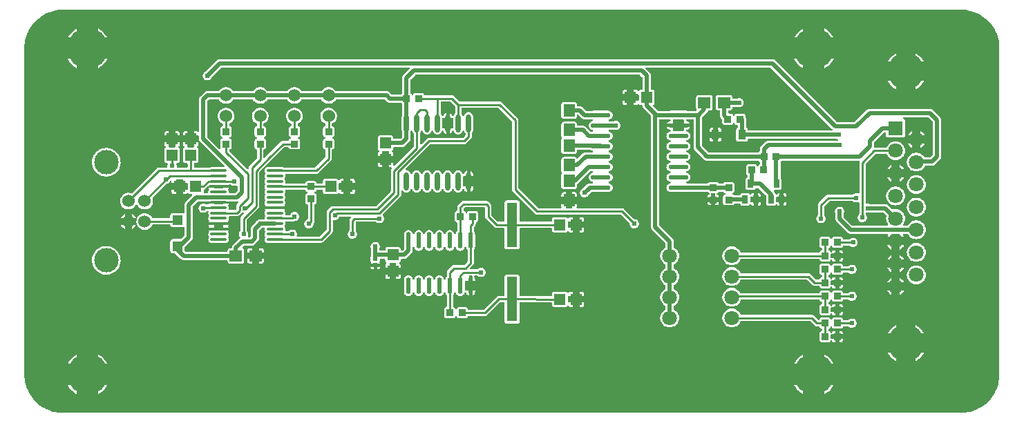
<source format=gtl>
G04 Layer: TopLayer*
G04 EasyEDA v6.5.39, 2025-03-31 16:42:18*
G04 8c5cdcb6969146bda3c33439ce40f75b,8c5f514d37a848dc893bb94b3339d7fb,10*
G04 Gerber Generator version 0.2*
G04 Scale: 100 percent, Rotated: No, Reflected: No *
G04 Dimensions in millimeters *
G04 leading zeros omitted , absolute positions ,4 integer and 5 decimal *
%FSLAX45Y45*%
%MOMM*%

%AMMACRO1*21,1,$1,$2,0,0,$3*%
%ADD10C,0.2540*%
%ADD11C,0.5080*%
%ADD12MACRO1,1.35X1.41X0.0000*%
%ADD13R,1.3500X1.4100*%
%ADD14MACRO1,1.35X1.41X90.0000*%
%ADD15MACRO1,1.35X1.41X-90.0000*%
%ADD16R,1.5000X1.3589*%
%ADD17R,1.3589X1.5000*%
%ADD18R,1.2000X1.2000*%
%ADD19R,0.6000X0.5000*%
%ADD20R,0.9100X1.2200*%
%ADD21R,1.3000X5.5000*%
%ADD22R,0.7000X1.0000*%
%ADD23MACRO1,0.864X0.8065X0.0000*%
%ADD24R,0.8640X0.8065*%
%ADD25MACRO1,0.864X0.8065X-90.0000*%
%ADD26MACRO1,0.864X0.8065X90.0000*%
%ADD27O,2.01549X0.36400740000000004*%
%ADD28O,0.6020054X2.2310090000000002*%
%ADD29O,0.5739892X2.0379944*%
%ADD30O,2.4005031999999997X0.5739892*%
%ADD31C,1.8000*%
%ADD32R,1.8000X1.8000*%
%ADD33C,4.5000*%
%ADD34C,3.0000*%
%ADD35C,1.5240*%
%ADD36C,5.0000*%
%ADD37C,0.6200*%
%ADD38C,0.0166*%

%LPD*%
G36*
X493014Y5057038D02*
G01*
X462737Y5058003D01*
X433070Y5060797D01*
X403656Y5065522D01*
X374599Y5072024D01*
X345998Y5080355D01*
X318008Y5090464D01*
X290677Y5102301D01*
X264109Y5115814D01*
X238506Y5131003D01*
X213867Y5147767D01*
X190347Y5166055D01*
X168046Y5185765D01*
X147015Y5206796D01*
X127304Y5229148D01*
X109067Y5252720D01*
X92354Y5277358D01*
X77216Y5303012D01*
X63703Y5329529D01*
X51917Y5356910D01*
X41808Y5384901D01*
X33528Y5413502D01*
X27076Y5442610D01*
X22402Y5472023D01*
X19659Y5501640D01*
X18694Y5531662D01*
X18694Y9530537D01*
X19659Y9561169D01*
X22504Y9590836D01*
X27178Y9620250D01*
X33680Y9649307D01*
X42011Y9677908D01*
X52120Y9705898D01*
X64008Y9733229D01*
X77520Y9759746D01*
X92710Y9785400D01*
X109474Y9809988D01*
X127711Y9833508D01*
X147421Y9855860D01*
X168503Y9876891D01*
X190855Y9896602D01*
X214426Y9914839D01*
X239064Y9931552D01*
X264718Y9946690D01*
X291236Y9960203D01*
X318566Y9971989D01*
X346608Y9982047D01*
X375208Y9990378D01*
X404266Y9996830D01*
X433679Y10001453D01*
X463346Y10004247D01*
X493369Y10005212D01*
X11492230Y10005212D01*
X11522862Y10004196D01*
X11552529Y10001402D01*
X11581942Y9996728D01*
X11611000Y9990175D01*
X11639550Y9981844D01*
X11667591Y9971786D01*
X11694922Y9959898D01*
X11721439Y9946386D01*
X11747042Y9931196D01*
X11771680Y9914432D01*
X11795201Y9896195D01*
X11817553Y9876485D01*
X11838584Y9855403D01*
X11858244Y9833051D01*
X11876481Y9809480D01*
X11893194Y9784842D01*
X11908383Y9759188D01*
X11921845Y9732670D01*
X11933682Y9705340D01*
X11943740Y9677298D01*
X11952020Y9648698D01*
X11958523Y9619640D01*
X11963146Y9590176D01*
X11965940Y9560560D01*
X11966854Y9530537D01*
X11966854Y5531662D01*
X11965889Y5501030D01*
X11963044Y5471363D01*
X11958370Y5441950D01*
X11951868Y5412892D01*
X11943537Y5384292D01*
X11933428Y5356301D01*
X11921591Y5328970D01*
X11908028Y5302453D01*
X11892889Y5276799D01*
X11876125Y5252212D01*
X11857837Y5228691D01*
X11838127Y5206339D01*
X11817045Y5185308D01*
X11794693Y5165648D01*
X11771172Y5147411D01*
X11746534Y5130647D01*
X11720880Y5115509D01*
X11694312Y5102047D01*
X11666982Y5090210D01*
X11638991Y5080152D01*
X11610340Y5071872D01*
X11581282Y5065369D01*
X11551869Y5060746D01*
X11522202Y5057952D01*
X11492230Y5057038D01*
G37*

%LPC*%
G36*
X924153Y5288635D02*
G01*
X940612Y5298135D01*
X959612Y5311343D01*
X977392Y5326075D01*
X993902Y5342229D01*
X1009040Y5359755D01*
X1022603Y5378450D01*
X1034592Y5398211D01*
X1035354Y5399735D01*
X924153Y5399735D01*
G37*
G36*
X9824110Y5288635D02*
G01*
X9840620Y5298135D01*
X9859568Y5311343D01*
X9877399Y5326075D01*
X9893909Y5342229D01*
X9908997Y5359755D01*
X9922560Y5378450D01*
X9934549Y5398211D01*
X9935311Y5399735D01*
X9824110Y5399735D01*
G37*
G36*
X661466Y5288737D02*
G01*
X661466Y5399735D01*
X550418Y5399735D01*
X556818Y5388203D01*
X569569Y5368950D01*
X583946Y5350814D01*
X599744Y5334000D01*
X616915Y5318506D01*
X635355Y5304536D01*
X654862Y5292191D01*
G37*
G36*
X9561423Y5288737D02*
G01*
X9561423Y5399735D01*
X9450425Y5399735D01*
X9456775Y5388203D01*
X9469577Y5368950D01*
X9483902Y5350814D01*
X9499752Y5334000D01*
X9516922Y5318506D01*
X9535312Y5304536D01*
X9554819Y5292191D01*
G37*
G36*
X9450425Y5662472D02*
G01*
X9561423Y5662472D01*
X9561423Y5773470D01*
X9554819Y5770067D01*
X9535312Y5757672D01*
X9516922Y5743702D01*
X9499752Y5728208D01*
X9483902Y5711393D01*
X9469577Y5693257D01*
X9456775Y5674055D01*
G37*
G36*
X550418Y5662472D02*
G01*
X661466Y5662472D01*
X661466Y5773470D01*
X654862Y5770067D01*
X635355Y5757672D01*
X616915Y5743702D01*
X599744Y5728208D01*
X583946Y5711393D01*
X569569Y5693257D01*
X556818Y5674055D01*
G37*
G36*
X9824110Y5662472D02*
G01*
X9935311Y5662472D01*
X9934549Y5664047D01*
X9922560Y5683808D01*
X9908997Y5702503D01*
X9893909Y5719978D01*
X9877399Y5736132D01*
X9859568Y5750864D01*
X9840620Y5764072D01*
X9824110Y5773572D01*
G37*
G36*
X924153Y5662472D02*
G01*
X1035354Y5662472D01*
X1034592Y5664047D01*
X1022603Y5683808D01*
X1009040Y5702503D01*
X993902Y5719978D01*
X977392Y5736132D01*
X959612Y5750864D01*
X940612Y5764072D01*
X924153Y5773572D01*
G37*
G36*
X10701528Y5695188D02*
G01*
X10701528Y5797042D01*
X10599674Y5797042D01*
X10603128Y5790438D01*
X10614863Y5771997D01*
X10628172Y5754624D01*
X10642955Y5738520D01*
X10659110Y5723737D01*
X10676483Y5710377D01*
X10694924Y5698642D01*
G37*
G36*
X10939221Y5695188D02*
G01*
X10945825Y5698642D01*
X10964316Y5710377D01*
X10981690Y5723737D01*
X10997793Y5738520D01*
X11012576Y5754624D01*
X11025936Y5771997D01*
X11037671Y5790438D01*
X11041126Y5797042D01*
X10939221Y5797042D01*
G37*
G36*
X10007854Y5925312D02*
G01*
X10021062Y5925312D01*
X10027412Y5926023D01*
X10032847Y5927902D01*
X10037775Y5931001D01*
X10041839Y5935065D01*
X10044938Y5939993D01*
X10046868Y5945428D01*
X10047579Y5951778D01*
X10047579Y5966460D01*
X10007854Y5966460D01*
G37*
G36*
X9790938Y5925312D02*
G01*
X9870440Y5925312D01*
X9876739Y5926023D01*
X9882225Y5927902D01*
X9887102Y5931001D01*
X9891217Y5935065D01*
X9894265Y5939993D01*
X9896398Y5946038D01*
X9898532Y5949594D01*
X9901936Y5952032D01*
X9906000Y5952845D01*
X9910064Y5952032D01*
X9913467Y5949594D01*
X9915601Y5946038D01*
X9917734Y5939993D01*
X9920782Y5935065D01*
X9924897Y5931001D01*
X9929774Y5927902D01*
X9935260Y5926023D01*
X9941560Y5925312D01*
X9954818Y5925312D01*
X9954818Y5966460D01*
X9907066Y5966460D01*
X9903155Y5967222D01*
X9899904Y5969406D01*
X9897668Y5972708D01*
X9896906Y5976620D01*
X9896906Y6012180D01*
X9897668Y6016091D01*
X9899904Y6019393D01*
X9903155Y6021578D01*
X9907066Y6022340D01*
X9954818Y6022340D01*
X9954818Y6063488D01*
X9941560Y6063488D01*
X9935260Y6062776D01*
X9929774Y6060897D01*
X9924897Y6057798D01*
X9920782Y6053734D01*
X9917734Y6048806D01*
X9915601Y6042761D01*
X9913467Y6039205D01*
X9910064Y6036767D01*
X9906000Y6035954D01*
X9901936Y6036767D01*
X9898532Y6039205D01*
X9896398Y6042761D01*
X9894265Y6048806D01*
X9891217Y6053734D01*
X9887102Y6057798D01*
X9882225Y6060897D01*
X9876078Y6063030D01*
X9872522Y6065164D01*
X9870135Y6068568D01*
X9869271Y6072632D01*
X9869271Y6081268D01*
X9870135Y6085332D01*
X9872522Y6088735D01*
X9876078Y6090869D01*
X9882225Y6093002D01*
X9887102Y6096101D01*
X9891217Y6100165D01*
X9894265Y6105093D01*
X9896398Y6111138D01*
X9898532Y6114694D01*
X9901936Y6117132D01*
X9906000Y6117945D01*
X9910064Y6117132D01*
X9913467Y6114694D01*
X9915601Y6111138D01*
X9917734Y6105093D01*
X9920782Y6100165D01*
X9924897Y6096101D01*
X9929774Y6093002D01*
X9935260Y6091123D01*
X9941560Y6090412D01*
X10021062Y6090412D01*
X10027412Y6091123D01*
X10032847Y6093002D01*
X10037775Y6096101D01*
X10041839Y6100165D01*
X10044938Y6105093D01*
X10046868Y6110528D01*
X10048036Y6115405D01*
X10050322Y6118301D01*
X10053472Y6120231D01*
X10057079Y6120892D01*
X10114280Y6120892D01*
X10117836Y6120231D01*
X10120985Y6118352D01*
X10126167Y6113780D01*
X10134396Y6108700D01*
X10143337Y6105144D01*
X10152786Y6103112D01*
X10162438Y6102654D01*
X10171988Y6103924D01*
X10181183Y6106718D01*
X10189819Y6111087D01*
X10197592Y6116828D01*
X10204246Y6123787D01*
X10209631Y6131763D01*
X10213644Y6140551D01*
X10216032Y6149898D01*
X10216896Y6159500D01*
X10216032Y6169101D01*
X10213644Y6178448D01*
X10209631Y6187236D01*
X10204246Y6195212D01*
X10197592Y6202172D01*
X10189819Y6207912D01*
X10181183Y6212281D01*
X10171988Y6215075D01*
X10162438Y6216345D01*
X10152786Y6215888D01*
X10143337Y6213856D01*
X10134396Y6210300D01*
X10126167Y6205220D01*
X10120985Y6200648D01*
X10117836Y6198768D01*
X10114280Y6198108D01*
X10057079Y6198108D01*
X10053472Y6198768D01*
X10050322Y6200698D01*
X10048036Y6203594D01*
X10046868Y6208471D01*
X10044938Y6213906D01*
X10041839Y6218834D01*
X10037775Y6222898D01*
X10032847Y6225997D01*
X10027412Y6227876D01*
X10021062Y6228588D01*
X9941560Y6228588D01*
X9935260Y6227876D01*
X9929774Y6225997D01*
X9924897Y6222898D01*
X9920782Y6218834D01*
X9917734Y6213906D01*
X9915601Y6207861D01*
X9913467Y6204305D01*
X9910064Y6201867D01*
X9906000Y6201054D01*
X9901936Y6201867D01*
X9898532Y6204305D01*
X9896398Y6207861D01*
X9894265Y6213906D01*
X9891217Y6218834D01*
X9887102Y6222898D01*
X9882225Y6225997D01*
X9876739Y6227876D01*
X9870440Y6228588D01*
X9790938Y6228588D01*
X9784588Y6227876D01*
X9779152Y6225997D01*
X9774224Y6222898D01*
X9770160Y6218834D01*
X9767062Y6213906D01*
X9765131Y6208471D01*
X9763963Y6203594D01*
X9761677Y6200698D01*
X9758527Y6198768D01*
X9754920Y6198108D01*
X9748418Y6198108D01*
X9744506Y6198870D01*
X9741204Y6201105D01*
X9692335Y6249924D01*
X9686137Y6255054D01*
X9679432Y6258610D01*
X9672218Y6260795D01*
X9664192Y6261608D01*
X8802827Y6261608D01*
X8798864Y6262420D01*
X8795562Y6264656D01*
X8793378Y6268008D01*
X8791651Y6272326D01*
X8784640Y6285077D01*
X8776106Y6296863D01*
X8766149Y6307480D01*
X8754922Y6316776D01*
X8742629Y6324549D01*
X8729472Y6330746D01*
X8715603Y6335268D01*
X8701328Y6337960D01*
X8686800Y6338874D01*
X8672271Y6337960D01*
X8657996Y6335268D01*
X8644128Y6330746D01*
X8630970Y6324549D01*
X8618677Y6316776D01*
X8607450Y6307480D01*
X8597493Y6296863D01*
X8588959Y6285077D01*
X8581948Y6272326D01*
X8576564Y6258814D01*
X8572957Y6244691D01*
X8571128Y6230264D01*
X8571128Y6215735D01*
X8572957Y6201308D01*
X8576564Y6187186D01*
X8581948Y6173673D01*
X8588959Y6160922D01*
X8597493Y6149136D01*
X8607450Y6138519D01*
X8618677Y6129223D01*
X8630970Y6121450D01*
X8644128Y6115253D01*
X8657996Y6110732D01*
X8672271Y6108039D01*
X8686800Y6107125D01*
X8701328Y6108039D01*
X8715603Y6110732D01*
X8729472Y6115253D01*
X8742629Y6121450D01*
X8754922Y6129223D01*
X8766149Y6138519D01*
X8776106Y6149136D01*
X8784640Y6160922D01*
X8791651Y6173673D01*
X8793378Y6177991D01*
X8795562Y6181344D01*
X8798864Y6183579D01*
X8802827Y6184392D01*
X9644481Y6184392D01*
X9648393Y6183630D01*
X9651695Y6181394D01*
X9700564Y6132576D01*
X9706762Y6127445D01*
X9713468Y6123889D01*
X9720681Y6121704D01*
X9728708Y6120892D01*
X9754920Y6120892D01*
X9758527Y6120231D01*
X9761677Y6118301D01*
X9763963Y6115405D01*
X9765131Y6110528D01*
X9767062Y6105093D01*
X9770160Y6100165D01*
X9774224Y6096101D01*
X9779152Y6093002D01*
X9785248Y6090869D01*
X9788804Y6088735D01*
X9791192Y6085332D01*
X9792055Y6081268D01*
X9792055Y6072632D01*
X9791192Y6068568D01*
X9788804Y6065164D01*
X9785248Y6063030D01*
X9779152Y6060897D01*
X9774224Y6057798D01*
X9770160Y6053734D01*
X9767062Y6048806D01*
X9765131Y6043371D01*
X9764420Y6037021D01*
X9764420Y5951778D01*
X9765131Y5945428D01*
X9767062Y5939993D01*
X9770160Y5935065D01*
X9774224Y5931001D01*
X9779152Y5927902D01*
X9784588Y5926023D01*
G37*
G36*
X10007854Y6022340D02*
G01*
X10047579Y6022340D01*
X10047579Y6037021D01*
X10046868Y6043371D01*
X10044938Y6048806D01*
X10041839Y6053734D01*
X10037775Y6057798D01*
X10032847Y6060897D01*
X10027412Y6062776D01*
X10021062Y6063488D01*
X10007854Y6063488D01*
G37*
G36*
X10599674Y6034786D02*
G01*
X10701528Y6034786D01*
X10701528Y6136640D01*
X10694924Y6133185D01*
X10676483Y6121450D01*
X10659110Y6108090D01*
X10642955Y6093307D01*
X10628172Y6077204D01*
X10614863Y6059830D01*
X10603128Y6041339D01*
G37*
G36*
X10939221Y6034786D02*
G01*
X11041126Y6034786D01*
X11037671Y6041339D01*
X11025936Y6059830D01*
X11012576Y6077204D01*
X10997793Y6093307D01*
X10981690Y6108090D01*
X10964316Y6121450D01*
X10945825Y6133185D01*
X10939221Y6136640D01*
G37*
G36*
X7924800Y6107125D02*
G01*
X7939328Y6108039D01*
X7953603Y6110732D01*
X7967472Y6115253D01*
X7980629Y6121450D01*
X7992922Y6129223D01*
X8004149Y6138519D01*
X8014106Y6149136D01*
X8022640Y6160922D01*
X8029651Y6173673D01*
X8035036Y6187186D01*
X8038642Y6201308D01*
X8040471Y6215735D01*
X8040471Y6230264D01*
X8038642Y6244691D01*
X8035036Y6258814D01*
X8029651Y6272326D01*
X8022640Y6285077D01*
X8014106Y6296863D01*
X8004149Y6307480D01*
X7992922Y6316776D01*
X7980832Y6324447D01*
X7978292Y6326682D01*
X7976666Y6329680D01*
X7976108Y6333032D01*
X7976108Y6366967D01*
X7976666Y6370320D01*
X7978292Y6373317D01*
X7980832Y6375552D01*
X7992922Y6383223D01*
X8004149Y6392519D01*
X8014106Y6403136D01*
X8022640Y6414922D01*
X8029651Y6427673D01*
X8035036Y6441186D01*
X8038642Y6455308D01*
X8040471Y6469735D01*
X8040471Y6484264D01*
X8038642Y6498691D01*
X8035036Y6512814D01*
X8029651Y6526326D01*
X8022640Y6539077D01*
X8014106Y6550863D01*
X8004149Y6561480D01*
X7992922Y6570776D01*
X7980832Y6578447D01*
X7978292Y6580682D01*
X7976666Y6583680D01*
X7976108Y6587032D01*
X7976108Y6620967D01*
X7976666Y6624320D01*
X7978292Y6627317D01*
X7980832Y6629552D01*
X7992922Y6637223D01*
X8004149Y6646519D01*
X8014106Y6657136D01*
X8022640Y6668922D01*
X8029651Y6681673D01*
X8035036Y6695186D01*
X8038642Y6709308D01*
X8040471Y6723735D01*
X8040471Y6738264D01*
X8038642Y6752691D01*
X8035036Y6766814D01*
X8029651Y6780326D01*
X8022640Y6793077D01*
X8014106Y6804863D01*
X8004149Y6815480D01*
X7992922Y6824776D01*
X7980832Y6832447D01*
X7978292Y6834682D01*
X7976666Y6837680D01*
X7976108Y6841032D01*
X7976108Y6874967D01*
X7976666Y6878320D01*
X7978292Y6881317D01*
X7980832Y6883552D01*
X7992922Y6891223D01*
X8004149Y6900519D01*
X8014106Y6911136D01*
X8022640Y6922922D01*
X8029651Y6935673D01*
X8035036Y6949186D01*
X8038642Y6963308D01*
X8040471Y6977735D01*
X8040471Y6992264D01*
X8038642Y7006691D01*
X8035036Y7020814D01*
X8029651Y7034326D01*
X8022640Y7047077D01*
X8014106Y7058863D01*
X8004149Y7069480D01*
X7992922Y7078776D01*
X7980832Y7086447D01*
X7978292Y7088682D01*
X7976666Y7091680D01*
X7976108Y7095032D01*
X7976108Y7162596D01*
X7975904Y7167270D01*
X7975295Y7171690D01*
X7974330Y7176058D01*
X7973009Y7180325D01*
X7971281Y7184491D01*
X7969250Y7188453D01*
X7966811Y7192213D01*
X7964119Y7195769D01*
X7960918Y7199223D01*
X7801305Y7358888D01*
X7799070Y7362190D01*
X7798308Y7366050D01*
X7798308Y8650732D01*
X7799070Y8654643D01*
X7801305Y8657894D01*
X7804556Y8660130D01*
X7808468Y8660892D01*
X7920329Y8660892D01*
X7922920Y8660536D01*
X7930540Y8658504D01*
X7934401Y8656472D01*
X7937093Y8653018D01*
X7938058Y8648700D01*
X7937093Y8644382D01*
X7934401Y8640927D01*
X7930540Y8638895D01*
X7921548Y8636457D01*
X7912912Y8632444D01*
X7905140Y8627008D01*
X7898384Y8620252D01*
X7892948Y8612479D01*
X7889849Y8605875D01*
X7965186Y8605875D01*
X7965186Y8647430D01*
X7965948Y8651341D01*
X7968132Y8654592D01*
X7971434Y8656828D01*
X7975346Y8657590D01*
X8087715Y8657590D01*
X8091627Y8656828D01*
X8094929Y8654592D01*
X8097113Y8651341D01*
X8097875Y8647430D01*
X8097875Y8605875D01*
X8173161Y8605875D01*
X8170113Y8612479D01*
X8164677Y8620252D01*
X8157921Y8627008D01*
X8150148Y8632444D01*
X8141512Y8636457D01*
X8132521Y8638895D01*
X8128609Y8640927D01*
X8125968Y8644382D01*
X8125002Y8648700D01*
X8125968Y8653018D01*
X8128609Y8656472D01*
X8132521Y8658504D01*
X8140090Y8660536D01*
X8142731Y8660892D01*
X8208111Y8660892D01*
X8211972Y8660130D01*
X8215274Y8657894D01*
X8217509Y8654643D01*
X8218271Y8650732D01*
X8218271Y8316823D01*
X8218474Y8312150D01*
X8219033Y8307730D01*
X8220049Y8303361D01*
X8221370Y8299094D01*
X8223097Y8294928D01*
X8225129Y8290966D01*
X8227568Y8287207D01*
X8230260Y8283651D01*
X8233460Y8280196D01*
X8345576Y8168081D01*
X8349030Y8164880D01*
X8352586Y8162188D01*
X8356346Y8159750D01*
X8360308Y8157718D01*
X8364474Y8155990D01*
X8368741Y8154670D01*
X8373109Y8153704D01*
X8377529Y8153095D01*
X8382203Y8152892D01*
X9010192Y8152892D01*
X9013545Y8152333D01*
X9016542Y8150656D01*
X9018828Y8148116D01*
X9020860Y8144865D01*
X9027820Y8138312D01*
X9029496Y8135315D01*
X9030055Y8131962D01*
X9030055Y8112455D01*
X9029496Y8109102D01*
X9027820Y8106105D01*
X9025331Y8103819D01*
X9023197Y8102498D01*
X9019082Y8098434D01*
X9016034Y8093506D01*
X9013901Y8087461D01*
X9011767Y8083905D01*
X9008364Y8081467D01*
X9004300Y8080654D01*
X9000236Y8081467D01*
X8996832Y8083905D01*
X8994698Y8087461D01*
X8992565Y8093506D01*
X8989517Y8098434D01*
X8985402Y8102498D01*
X8980525Y8105597D01*
X8975039Y8107476D01*
X8968740Y8108188D01*
X8889238Y8108188D01*
X8882888Y8107476D01*
X8877452Y8105597D01*
X8872524Y8102498D01*
X8868460Y8098434D01*
X8865362Y8093506D01*
X8863431Y8088071D01*
X8862720Y8081721D01*
X8862720Y7996478D01*
X8863431Y7990128D01*
X8865362Y7984693D01*
X8868460Y7979765D01*
X8875420Y7973212D01*
X8877096Y7970215D01*
X8877655Y7966862D01*
X8877655Y7950860D01*
X8876792Y7946796D01*
X8874404Y7943392D01*
X8870848Y7941259D01*
X8869172Y7940649D01*
X8864244Y7937601D01*
X8860180Y7933486D01*
X8857081Y7928609D01*
X8855151Y7923123D01*
X8854440Y7916824D01*
X8854440Y7817967D01*
X8855151Y7811617D01*
X8857081Y7806181D01*
X8860180Y7801254D01*
X8864244Y7797190D01*
X8869172Y7794091D01*
X8874607Y7792212D01*
X8880957Y7791500D01*
X8949791Y7791500D01*
X8956090Y7792212D01*
X8961577Y7794091D01*
X8966454Y7797190D01*
X8970568Y7801254D01*
X8973667Y7806181D01*
X8974734Y7809280D01*
X8976868Y7812836D01*
X8980271Y7815224D01*
X8984335Y7816088D01*
X9010853Y7816088D01*
X9014714Y7815325D01*
X9018016Y7813090D01*
X9103969Y7727137D01*
X9106204Y7723835D01*
X9106966Y7719974D01*
X9106966Y7627975D01*
X9107678Y7621676D01*
X9109608Y7616190D01*
X9112656Y7611313D01*
X9116771Y7607198D01*
X9121648Y7604150D01*
X9127134Y7602220D01*
X9133433Y7601508D01*
X9202318Y7601508D01*
X9208617Y7602220D01*
X9214104Y7604150D01*
X9218980Y7607198D01*
X9223095Y7611313D01*
X9224314Y7613243D01*
X9227108Y7616190D01*
X9230868Y7617764D01*
X9234932Y7617764D01*
X9238691Y7616190D01*
X9241485Y7613243D01*
X9242704Y7611313D01*
X9246819Y7607198D01*
X9251696Y7604150D01*
X9257182Y7602220D01*
X9263481Y7601508D01*
X9274098Y7601508D01*
X9274098Y7646060D01*
X9238945Y7646060D01*
X9235033Y7646822D01*
X9231782Y7649057D01*
X9229547Y7652308D01*
X9228785Y7656220D01*
X9228785Y7698587D01*
X9229547Y7702499D01*
X9231782Y7705801D01*
X9235033Y7707985D01*
X9238945Y7708747D01*
X9274098Y7708747D01*
X9274098Y7753299D01*
X9263481Y7753299D01*
X9257182Y7752588D01*
X9251696Y7750708D01*
X9246819Y7747609D01*
X9242704Y7743545D01*
X9241485Y7741564D01*
X9238691Y7738618D01*
X9234932Y7737043D01*
X9230868Y7737043D01*
X9227108Y7738618D01*
X9224314Y7741564D01*
X9223095Y7743545D01*
X9219031Y7747609D01*
X9217406Y7749692D01*
X9214358Y7757515D01*
X9212326Y7761478D01*
X9209887Y7765237D01*
X9207246Y7768742D01*
X9201912Y7774330D01*
X9199829Y7777632D01*
X9199168Y7781493D01*
X9199981Y7785353D01*
X9202216Y7788554D01*
X9205468Y7790738D01*
X9209328Y7791500D01*
X9267291Y7791500D01*
X9273590Y7792212D01*
X9279077Y7794091D01*
X9283954Y7797190D01*
X9288068Y7801254D01*
X9291167Y7806181D01*
X9293047Y7811617D01*
X9293758Y7817967D01*
X9293758Y7916824D01*
X9293047Y7923123D01*
X9291167Y7928609D01*
X9288068Y7933486D01*
X9286341Y7935264D01*
X9284106Y7938566D01*
X9283344Y7942427D01*
X9283344Y8131962D01*
X9283903Y8135315D01*
X9285579Y8138312D01*
X9288475Y8140801D01*
X9292539Y8144865D01*
X9294571Y8148116D01*
X9296857Y8150656D01*
X9299854Y8152333D01*
X9303207Y8152892D01*
X10240772Y8152892D01*
X10244480Y8152180D01*
X10247630Y8150199D01*
X10249916Y8147151D01*
X10250881Y8143544D01*
X10250474Y8139785D01*
X10249204Y8135518D01*
X10248392Y8127492D01*
X10248392Y7757210D01*
X10247579Y7753197D01*
X10245191Y7749794D01*
X10241686Y7747660D01*
X10237622Y7747050D01*
X10233660Y7748117D01*
X10231983Y7748981D01*
X10222788Y7751775D01*
X10213238Y7753045D01*
X10203586Y7752588D01*
X10194137Y7750556D01*
X10185196Y7747000D01*
X10176967Y7741920D01*
X10171785Y7737348D01*
X10168636Y7735468D01*
X10165080Y7734808D01*
X9868408Y7734808D01*
X9860381Y7733995D01*
X9853168Y7731810D01*
X9846462Y7728254D01*
X9840264Y7723124D01*
X9752076Y7634935D01*
X9746945Y7628737D01*
X9743389Y7622031D01*
X9741204Y7614818D01*
X9740392Y7606792D01*
X9740392Y7488174D01*
X9739833Y7484770D01*
X9738156Y7481773D01*
X9731857Y7474051D01*
X9727184Y7465618D01*
X9723983Y7456525D01*
X9722358Y7447025D01*
X9722358Y7437374D01*
X9723983Y7427874D01*
X9727184Y7418781D01*
X9731857Y7410348D01*
X9737953Y7402830D01*
X9745167Y7396480D01*
X9753396Y7391400D01*
X9762337Y7387844D01*
X9771786Y7385812D01*
X9781438Y7385354D01*
X9790988Y7386624D01*
X9800183Y7389418D01*
X9808819Y7393787D01*
X9816592Y7399528D01*
X9823246Y7406487D01*
X9828631Y7414463D01*
X9832644Y7423251D01*
X9835032Y7432598D01*
X9835896Y7442200D01*
X9835032Y7451801D01*
X9832644Y7461148D01*
X9828631Y7469936D01*
X9823246Y7477912D01*
X9820452Y7480858D01*
X9818319Y7484109D01*
X9817608Y7487920D01*
X9817608Y7587081D01*
X9818370Y7590993D01*
X9820605Y7594295D01*
X9880904Y7654594D01*
X9884206Y7656830D01*
X9888118Y7657592D01*
X10165080Y7657592D01*
X10168636Y7656931D01*
X10171785Y7655052D01*
X10176967Y7650480D01*
X10185196Y7645400D01*
X10194137Y7641844D01*
X10203586Y7639812D01*
X10213238Y7639354D01*
X10222788Y7640624D01*
X10231983Y7643418D01*
X10233660Y7644282D01*
X10237622Y7645349D01*
X10241686Y7644739D01*
X10245191Y7642606D01*
X10247579Y7639202D01*
X10248392Y7635189D01*
X10248392Y7500874D01*
X10247833Y7497470D01*
X10246156Y7494473D01*
X10239857Y7486751D01*
X10235184Y7478318D01*
X10231983Y7469225D01*
X10230358Y7459725D01*
X10230358Y7450074D01*
X10231983Y7440574D01*
X10235184Y7431481D01*
X10239857Y7423048D01*
X10245953Y7415530D01*
X10253167Y7409180D01*
X10261396Y7404100D01*
X10270337Y7400544D01*
X10279786Y7398512D01*
X10289438Y7398054D01*
X10298988Y7399324D01*
X10308183Y7402118D01*
X10316819Y7406487D01*
X10324592Y7412228D01*
X10331246Y7419187D01*
X10336631Y7427163D01*
X10340644Y7435951D01*
X10343032Y7445298D01*
X10343896Y7454900D01*
X10343032Y7464501D01*
X10340644Y7473848D01*
X10336631Y7482636D01*
X10331246Y7490612D01*
X10328452Y7493558D01*
X10326319Y7496809D01*
X10325608Y7500620D01*
X10325608Y7504023D01*
X10326624Y7508392D01*
X10329367Y7511897D01*
X10333431Y7513878D01*
X10337901Y7513929D01*
X10343286Y7512812D01*
X10352938Y7512354D01*
X10362488Y7513624D01*
X10371683Y7516418D01*
X10374680Y7517638D01*
X10377017Y7517892D01*
X10541914Y7517892D01*
X10545775Y7517130D01*
X10549077Y7514894D01*
X10579455Y7484516D01*
X10581487Y7481671D01*
X10582402Y7478318D01*
X10582097Y7474813D01*
X10579557Y7464856D01*
X10577728Y7450378D01*
X10577728Y7435850D01*
X10579557Y7421422D01*
X10583164Y7407300D01*
X10588548Y7393787D01*
X10595559Y7381036D01*
X10602061Y7372096D01*
X10603788Y7368031D01*
X10603636Y7363612D01*
X10601655Y7359650D01*
X10598150Y7356906D01*
X10593832Y7355941D01*
X10170617Y7355941D01*
X10166705Y7356703D01*
X10163454Y7358938D01*
X10061905Y7460488D01*
X10059670Y7463790D01*
X10058908Y7467650D01*
X10058908Y7504836D01*
X10059822Y7509002D01*
X10061244Y7512151D01*
X10063632Y7521498D01*
X10064496Y7531100D01*
X10063632Y7540701D01*
X10061244Y7550048D01*
X10057231Y7558836D01*
X10051846Y7566812D01*
X10045192Y7573772D01*
X10037419Y7579512D01*
X10028783Y7583881D01*
X10019588Y7586675D01*
X10010038Y7587945D01*
X10000386Y7587488D01*
X9990937Y7585456D01*
X9981996Y7581900D01*
X9973767Y7576820D01*
X9966553Y7570470D01*
X9960457Y7562951D01*
X9955784Y7554518D01*
X9952583Y7545425D01*
X9950958Y7535925D01*
X9950958Y7526274D01*
X9952583Y7516774D01*
X9955733Y7507833D01*
X9956292Y7504480D01*
X9956292Y7442403D01*
X9956495Y7437729D01*
X9957104Y7433309D01*
X9958070Y7428941D01*
X9959390Y7424674D01*
X9961118Y7420508D01*
X9963150Y7416546D01*
X9965588Y7412786D01*
X9968280Y7409230D01*
X9971481Y7405776D01*
X10108692Y7268514D01*
X10112197Y7265365D01*
X10115753Y7262622D01*
X10119512Y7260234D01*
X10123474Y7258151D01*
X10127589Y7256424D01*
X10131856Y7255103D01*
X10136225Y7254138D01*
X10140696Y7253528D01*
X10145369Y7253325D01*
X10593832Y7253325D01*
X10598150Y7252360D01*
X10601655Y7249668D01*
X10603687Y7245705D01*
X10603788Y7241286D01*
X10602061Y7237222D01*
X10595559Y7228230D01*
X10589615Y7217511D01*
X10642041Y7217511D01*
X10642041Y7243165D01*
X10642803Y7247077D01*
X10645038Y7250379D01*
X10648289Y7252563D01*
X10652201Y7253325D01*
X10734598Y7253325D01*
X10738459Y7252563D01*
X10741761Y7250379D01*
X10743946Y7247077D01*
X10744758Y7243165D01*
X10744758Y7217511D01*
X10797133Y7217511D01*
X10791240Y7228230D01*
X10784738Y7237222D01*
X10782960Y7241286D01*
X10783112Y7245705D01*
X10785144Y7249668D01*
X10788599Y7252360D01*
X10792968Y7253325D01*
X10837621Y7253325D01*
X10841126Y7252716D01*
X10844225Y7250887D01*
X10846511Y7248093D01*
X10849559Y7242556D01*
X10858093Y7230770D01*
X10868050Y7220153D01*
X10879277Y7210907D01*
X10891570Y7203084D01*
X10904728Y7196886D01*
X10918596Y7192416D01*
X10932871Y7189673D01*
X10947400Y7188758D01*
X10961928Y7189673D01*
X10976203Y7192416D01*
X10990072Y7196886D01*
X11003229Y7203084D01*
X11015522Y7210907D01*
X11026749Y7220153D01*
X11036706Y7230770D01*
X11045240Y7242556D01*
X11052251Y7255306D01*
X11057636Y7268819D01*
X11061242Y7282942D01*
X11063071Y7297369D01*
X11063071Y7311898D01*
X11061242Y7326375D01*
X11057636Y7340447D01*
X11052251Y7354011D01*
X11045240Y7366762D01*
X11036706Y7378496D01*
X11026749Y7389114D01*
X11015522Y7398410D01*
X11003229Y7406182D01*
X10990072Y7412380D01*
X10976203Y7416901D01*
X10961928Y7419594D01*
X10947400Y7420508D01*
X10932871Y7419594D01*
X10918596Y7416901D01*
X10904728Y7412380D01*
X10891570Y7406182D01*
X10879277Y7398410D01*
X10868050Y7389114D01*
X10858093Y7378496D01*
X10849559Y7366762D01*
X10846511Y7361224D01*
X10844225Y7358430D01*
X10841126Y7356602D01*
X10837621Y7355941D01*
X10792968Y7355941D01*
X10788650Y7356906D01*
X10785144Y7359650D01*
X10783112Y7363612D01*
X10782960Y7368031D01*
X10784738Y7372096D01*
X10791240Y7381036D01*
X10798251Y7393787D01*
X10803585Y7407300D01*
X10807242Y7421422D01*
X10809071Y7435850D01*
X10809071Y7450378D01*
X10807242Y7464856D01*
X10803585Y7478928D01*
X10798251Y7492492D01*
X10791240Y7505242D01*
X10782655Y7516977D01*
X10772698Y7527594D01*
X10761522Y7536891D01*
X10749229Y7544663D01*
X10736072Y7550861D01*
X10722203Y7555382D01*
X10707928Y7558125D01*
X10693400Y7559040D01*
X10678871Y7558125D01*
X10664545Y7555382D01*
X10662310Y7554620D01*
X10658652Y7554163D01*
X10655046Y7555026D01*
X10651998Y7557109D01*
X10603788Y7605318D01*
X10600334Y7608519D01*
X10596778Y7611211D01*
X10593019Y7613650D01*
X10589056Y7615681D01*
X10584891Y7617409D01*
X10580624Y7618730D01*
X10576255Y7619695D01*
X10571835Y7620304D01*
X10567111Y7620508D01*
X10377017Y7620508D01*
X10374680Y7620762D01*
X10371683Y7621981D01*
X10362488Y7624775D01*
X10352938Y7626045D01*
X10343286Y7625588D01*
X10337901Y7624470D01*
X10333431Y7624521D01*
X10329367Y7626502D01*
X10326624Y7630007D01*
X10325608Y7634376D01*
X10325608Y8107781D01*
X10326370Y8111693D01*
X10328605Y8114995D01*
X10446054Y8232444D01*
X10449356Y8234680D01*
X10453268Y8235442D01*
X10577423Y8235442D01*
X10581335Y8234629D01*
X10584688Y8232394D01*
X10586872Y8229041D01*
X10588548Y8224824D01*
X10595559Y8212023D01*
X10604093Y8200288D01*
X10614050Y8189671D01*
X10625277Y8180374D01*
X10637570Y8172602D01*
X10650728Y8166404D01*
X10664545Y8161883D01*
X10678871Y8159191D01*
X10693400Y8158276D01*
X10707928Y8159191D01*
X10722203Y8161883D01*
X10736072Y8166404D01*
X10749229Y8172602D01*
X10761522Y8180374D01*
X10772698Y8189671D01*
X10782655Y8200288D01*
X10791240Y8212023D01*
X10798251Y8224824D01*
X10803585Y8238337D01*
X10807242Y8252409D01*
X10809071Y8266887D01*
X10809071Y8281416D01*
X10807242Y8295843D01*
X10803585Y8309965D01*
X10798251Y8323478D01*
X10791240Y8336229D01*
X10782655Y8348014D01*
X10772698Y8358631D01*
X10761522Y8367877D01*
X10749229Y8375700D01*
X10736072Y8381898D01*
X10722203Y8386368D01*
X10707928Y8389112D01*
X10693400Y8390026D01*
X10678871Y8389112D01*
X10664545Y8386368D01*
X10650728Y8381898D01*
X10637570Y8375700D01*
X10625277Y8367877D01*
X10614050Y8358631D01*
X10604093Y8348014D01*
X10595559Y8336229D01*
X10588548Y8323478D01*
X10586770Y8319058D01*
X10584586Y8315706D01*
X10581284Y8313470D01*
X10577322Y8312658D01*
X10436758Y8312658D01*
X10432542Y8313572D01*
X10429087Y8316112D01*
X10427004Y8319871D01*
X10426649Y8324138D01*
X10427208Y8331403D01*
X10427208Y8369249D01*
X10427970Y8373109D01*
X10430205Y8376412D01*
X10550652Y8496858D01*
X10553954Y8499094D01*
X10557814Y8499856D01*
X10567314Y8499856D01*
X10571226Y8499094D01*
X10574528Y8496858D01*
X10576712Y8493607D01*
X10577474Y8489696D01*
X10577474Y8461705D01*
X10578185Y8455406D01*
X10580116Y8449919D01*
X10583164Y8445042D01*
X10587278Y8440928D01*
X10592155Y8437880D01*
X10597642Y8435949D01*
X10603941Y8435238D01*
X10782808Y8435238D01*
X10789158Y8435949D01*
X10794593Y8437880D01*
X10799521Y8440928D01*
X10803585Y8445042D01*
X10806684Y8449919D01*
X10808563Y8455406D01*
X10809274Y8461705D01*
X10809274Y8640572D01*
X10808563Y8646871D01*
X10806684Y8652357D01*
X10803585Y8657234D01*
X10799521Y8661349D01*
X10794593Y8664448D01*
X10788548Y8666530D01*
X10785094Y8668613D01*
X10782706Y8671864D01*
X10781741Y8675827D01*
X10782452Y8679789D01*
X10784586Y8683193D01*
X10787938Y8685479D01*
X10791901Y8686292D01*
X11087049Y8686292D01*
X11090910Y8685530D01*
X11094212Y8683294D01*
X11147094Y8630412D01*
X11149330Y8627110D01*
X11150092Y8623249D01*
X11150092Y8229650D01*
X11149330Y8225790D01*
X11147094Y8222488D01*
X11119612Y8195005D01*
X11116310Y8192770D01*
X11112449Y8192008D01*
X11054384Y8192008D01*
X11050879Y8192668D01*
X11047780Y8194497D01*
X11036706Y8209483D01*
X11026749Y8220100D01*
X11015522Y8229396D01*
X11003229Y8237169D01*
X10990072Y8243366D01*
X10976203Y8247888D01*
X10961928Y8250631D01*
X10947400Y8251545D01*
X10932871Y8250631D01*
X10918596Y8247888D01*
X10904728Y8243366D01*
X10891570Y8237169D01*
X10879277Y8229396D01*
X10868050Y8220100D01*
X10858093Y8209483D01*
X10849559Y8197748D01*
X10842548Y8184997D01*
X10837164Y8171434D01*
X10833557Y8157362D01*
X10831728Y8142884D01*
X10831728Y8128355D01*
X10833557Y8113928D01*
X10837164Y8099806D01*
X10842548Y8086293D01*
X10849559Y8073542D01*
X10858093Y8061756D01*
X10868050Y8051139D01*
X10879277Y8041894D01*
X10891570Y8034070D01*
X10904728Y8027873D01*
X10918596Y8023402D01*
X10932871Y8020659D01*
X10947400Y8019745D01*
X10961928Y8020659D01*
X10976203Y8023402D01*
X10990072Y8027873D01*
X11003229Y8034070D01*
X11015522Y8041894D01*
X11026749Y8051139D01*
X11036706Y8061756D01*
X11045240Y8073542D01*
X11051082Y8084108D01*
X11053318Y8086902D01*
X11056416Y8088731D01*
X11059972Y8089392D01*
X11137696Y8089392D01*
X11142370Y8089595D01*
X11146790Y8090204D01*
X11151158Y8091170D01*
X11155426Y8092490D01*
X11159591Y8094218D01*
X11163554Y8096250D01*
X11167313Y8098688D01*
X11170869Y8101380D01*
X11174323Y8104581D01*
X11237518Y8167776D01*
X11240719Y8171230D01*
X11243411Y8174786D01*
X11245850Y8178546D01*
X11247882Y8182508D01*
X11249609Y8186674D01*
X11250930Y8190941D01*
X11251895Y8195309D01*
X11252504Y8199729D01*
X11252708Y8204403D01*
X11252708Y8648496D01*
X11252504Y8653170D01*
X11251895Y8657590D01*
X11250930Y8661958D01*
X11249609Y8666226D01*
X11247882Y8670391D01*
X11245850Y8674354D01*
X11243411Y8678113D01*
X11240719Y8681669D01*
X11237518Y8685123D01*
X11148923Y8773718D01*
X11145469Y8776919D01*
X11141913Y8779611D01*
X11138154Y8782050D01*
X11134191Y8784082D01*
X11130026Y8785809D01*
X11125758Y8787130D01*
X11121390Y8788095D01*
X11116970Y8788704D01*
X11112296Y8788908D01*
X10376103Y8788908D01*
X10371429Y8788704D01*
X10367010Y8788095D01*
X10362641Y8787130D01*
X10358374Y8785809D01*
X10354208Y8784082D01*
X10350246Y8782050D01*
X10346486Y8779611D01*
X10342930Y8776919D01*
X10339476Y8773718D01*
X10192512Y8626805D01*
X10189210Y8624570D01*
X10185349Y8623808D01*
X9982250Y8623808D01*
X9978390Y8624570D01*
X9975088Y8626805D01*
X9218523Y9383318D01*
X9215069Y9386519D01*
X9211513Y9389211D01*
X9207754Y9391650D01*
X9203791Y9393682D01*
X9199626Y9395409D01*
X9195358Y9396730D01*
X9190990Y9397695D01*
X9186570Y9398304D01*
X9181896Y9398508D01*
X2413203Y9398508D01*
X2408529Y9398304D01*
X2404110Y9397695D01*
X2399741Y9396730D01*
X2395474Y9395409D01*
X2391308Y9393682D01*
X2387346Y9391650D01*
X2383586Y9389211D01*
X2380030Y9386519D01*
X2376576Y9383318D01*
X2242870Y9249613D01*
X2239467Y9247378D01*
X2234996Y9245600D01*
X2226767Y9240520D01*
X2219553Y9234170D01*
X2213457Y9226651D01*
X2208784Y9218218D01*
X2205583Y9209125D01*
X2203958Y9199626D01*
X2203958Y9189974D01*
X2205583Y9180474D01*
X2208784Y9171381D01*
X2213457Y9162948D01*
X2219553Y9155430D01*
X2226767Y9149080D01*
X2234996Y9144000D01*
X2243937Y9140444D01*
X2253386Y9138412D01*
X2263038Y9137954D01*
X2272588Y9139224D01*
X2281783Y9142018D01*
X2290419Y9146387D01*
X2298192Y9152128D01*
X2304846Y9159087D01*
X2310231Y9167063D01*
X2313482Y9174175D01*
X2315565Y9177172D01*
X2431288Y9292894D01*
X2434590Y9295130D01*
X2438450Y9295892D01*
X4728413Y9295892D01*
X4732274Y9295130D01*
X4735576Y9292894D01*
X4737811Y9289643D01*
X4738573Y9285732D01*
X4737811Y9281820D01*
X4735576Y9278569D01*
X4663643Y9206585D01*
X4660442Y9203131D01*
X4657750Y9199575D01*
X4655312Y9195816D01*
X4653280Y9191853D01*
X4651552Y9187688D01*
X4650232Y9183420D01*
X4649266Y9179052D01*
X4648657Y9174632D01*
X4648454Y9169958D01*
X4648454Y8987586D01*
X4647895Y8984234D01*
X4646218Y8981236D01*
X4643424Y8978798D01*
X4639360Y8974734D01*
X4637328Y8971483D01*
X4635042Y8968943D01*
X4632045Y8967266D01*
X4628692Y8966708D01*
X4521250Y8966708D01*
X4517390Y8967470D01*
X4514088Y8969705D01*
X4494123Y8989618D01*
X4490669Y8992819D01*
X4487113Y8995511D01*
X4483354Y8997950D01*
X4479391Y8999982D01*
X4475226Y9001709D01*
X4470958Y9003030D01*
X4466590Y9003995D01*
X4462170Y9004604D01*
X4457496Y9004808D01*
X3840175Y9004808D01*
X3836822Y9005366D01*
X3833876Y9006992D01*
X3831590Y9009481D01*
X3828694Y9014053D01*
X3819906Y9024467D01*
X3809746Y9033611D01*
X3798519Y9041333D01*
X3786378Y9047480D01*
X3773474Y9051950D01*
X3760114Y9054693D01*
X3746500Y9055608D01*
X3732885Y9054693D01*
X3719525Y9051950D01*
X3706622Y9047480D01*
X3694480Y9041333D01*
X3683254Y9033611D01*
X3673094Y9024467D01*
X3664305Y9014053D01*
X3661410Y9009481D01*
X3659124Y9006992D01*
X3656177Y9005366D01*
X3652824Y9004808D01*
X3421075Y9004808D01*
X3417722Y9005366D01*
X3414776Y9006992D01*
X3412490Y9009481D01*
X3409594Y9014053D01*
X3400755Y9024467D01*
X3390646Y9033611D01*
X3379419Y9041333D01*
X3367227Y9047480D01*
X3354374Y9051950D01*
X3341014Y9054693D01*
X3327400Y9055608D01*
X3313785Y9054693D01*
X3300425Y9051950D01*
X3287522Y9047480D01*
X3275380Y9041333D01*
X3264103Y9033611D01*
X3253994Y9024467D01*
X3245205Y9014053D01*
X3242310Y9009481D01*
X3240024Y9006992D01*
X3237077Y9005366D01*
X3233724Y9004808D01*
X3001924Y9004808D01*
X2998622Y9005366D01*
X2995625Y9006992D01*
X2993390Y9009481D01*
X2990494Y9014053D01*
X2981655Y9024467D01*
X2971546Y9033611D01*
X2960319Y9041333D01*
X2948127Y9047480D01*
X2935274Y9051950D01*
X2921914Y9054693D01*
X2908300Y9055608D01*
X2894685Y9054693D01*
X2881325Y9051950D01*
X2868422Y9047480D01*
X2856280Y9041333D01*
X2845003Y9033611D01*
X2834894Y9024467D01*
X2826105Y9014053D01*
X2823210Y9009481D01*
X2820924Y9006992D01*
X2817977Y9005366D01*
X2814624Y9004808D01*
X2582875Y9004808D01*
X2579522Y9005366D01*
X2576576Y9006992D01*
X2574290Y9009481D01*
X2571394Y9014053D01*
X2562606Y9024467D01*
X2552446Y9033611D01*
X2541219Y9041333D01*
X2529078Y9047480D01*
X2516174Y9051950D01*
X2502814Y9054693D01*
X2489200Y9055608D01*
X2475585Y9054693D01*
X2462225Y9051950D01*
X2449322Y9047480D01*
X2437180Y9041333D01*
X2425954Y9033611D01*
X2415794Y9024467D01*
X2407005Y9014053D01*
X2404110Y9009481D01*
X2401824Y9006992D01*
X2398877Y9005366D01*
X2395524Y9004808D01*
X2260803Y9004808D01*
X2256129Y9004604D01*
X2251710Y9003995D01*
X2247341Y9003030D01*
X2243074Y9001709D01*
X2238908Y8999982D01*
X2234946Y8997950D01*
X2231186Y8995511D01*
X2227630Y8992819D01*
X2224176Y8989618D01*
X2173681Y8939123D01*
X2170480Y8935669D01*
X2167788Y8932113D01*
X2165350Y8928354D01*
X2163318Y8924391D01*
X2161590Y8920226D01*
X2160270Y8915958D01*
X2159304Y8911590D01*
X2158695Y8907170D01*
X2158492Y8902496D01*
X2158492Y8516264D01*
X2157730Y8512352D01*
X2155494Y8509050D01*
X2152243Y8506866D01*
X2148332Y8506104D01*
X2144420Y8506866D01*
X2136089Y8512302D01*
X2130653Y8514181D01*
X2124354Y8514892D01*
X2097481Y8514892D01*
X2097481Y8460079D01*
X2148332Y8460079D01*
X2152243Y8459317D01*
X2155494Y8457133D01*
X2157730Y8453831D01*
X2158492Y8449919D01*
X2158492Y8420303D01*
X2158695Y8415629D01*
X2159304Y8411210D01*
X2160270Y8406841D01*
X2161590Y8402574D01*
X2163267Y8398560D01*
X2166924Y8392007D01*
X2167382Y8390432D01*
X2173681Y8383676D01*
X2466086Y8091271D01*
X2468270Y8087969D01*
X2469083Y8084058D01*
X2468270Y8080197D01*
X2466086Y8076895D01*
X2462784Y8074659D01*
X2458923Y8073898D01*
X2315565Y8073898D01*
X2306980Y8073136D01*
X2299208Y8070900D01*
X2294128Y8068665D01*
X2291842Y8068411D01*
X2106168Y8068411D01*
X2102256Y8069173D01*
X2099005Y8071408D01*
X2096770Y8074659D01*
X2096007Y8078571D01*
X2096007Y8111947D01*
X2096770Y8115808D01*
X2099005Y8119109D01*
X2102256Y8121294D01*
X2106168Y8122107D01*
X2124354Y8122107D01*
X2130653Y8122818D01*
X2136089Y8124698D01*
X2141016Y8127796D01*
X2145080Y8131860D01*
X2148179Y8136788D01*
X2150110Y8142224D01*
X2150821Y8148574D01*
X2150821Y8288426D01*
X2150110Y8294725D01*
X2148179Y8300212D01*
X2145080Y8305088D01*
X2141016Y8309203D01*
X2136952Y8312708D01*
X2135378Y8316468D01*
X2135378Y8320531D01*
X2136952Y8324291D01*
X2141016Y8327796D01*
X2145080Y8331911D01*
X2148179Y8336788D01*
X2150110Y8342274D01*
X2150821Y8348573D01*
X2150821Y8376920D01*
X2097481Y8376920D01*
X2097481Y8325053D01*
X2096719Y8321192D01*
X2094534Y8317890D01*
X2091232Y8315655D01*
X2087321Y8314893D01*
X2027478Y8314893D01*
X2023567Y8315655D01*
X2020265Y8317890D01*
X2018080Y8321192D01*
X2017318Y8325053D01*
X2017318Y8376920D01*
X1963978Y8376920D01*
X1963978Y8348573D01*
X1964689Y8342274D01*
X1966620Y8336788D01*
X1969719Y8331911D01*
X1973783Y8327796D01*
X1977847Y8324291D01*
X1979422Y8320531D01*
X1979422Y8316468D01*
X1977847Y8312708D01*
X1973783Y8309203D01*
X1969719Y8305088D01*
X1966620Y8300212D01*
X1964689Y8294725D01*
X1963978Y8288426D01*
X1963978Y8148574D01*
X1964689Y8142224D01*
X1966620Y8136788D01*
X1969719Y8131860D01*
X1973783Y8127796D01*
X1978710Y8124698D01*
X1984146Y8122818D01*
X1990445Y8122107D01*
X2008632Y8122107D01*
X2012543Y8121294D01*
X2015794Y8119109D01*
X2018030Y8115808D01*
X2018792Y8111947D01*
X2018792Y8078571D01*
X2018030Y8074659D01*
X2015794Y8071408D01*
X2012543Y8069173D01*
X2008632Y8068411D01*
X1894890Y8068411D01*
X1890826Y8069275D01*
X1887423Y8071713D01*
X1885289Y8075269D01*
X1884781Y8079435D01*
X1885696Y8089900D01*
X1884832Y8099501D01*
X1882292Y8109356D01*
X1882038Y8113064D01*
X1883105Y8116570D01*
X1885340Y8119516D01*
X1888489Y8121396D01*
X1892096Y8122107D01*
X1895754Y8122107D01*
X1902053Y8122818D01*
X1907489Y8124698D01*
X1912416Y8127796D01*
X1916480Y8131860D01*
X1919579Y8136788D01*
X1921510Y8142224D01*
X1922221Y8148574D01*
X1922221Y8288426D01*
X1921510Y8294725D01*
X1919579Y8300212D01*
X1916480Y8305088D01*
X1912416Y8309203D01*
X1908352Y8312708D01*
X1906778Y8316468D01*
X1906778Y8320531D01*
X1908352Y8324291D01*
X1912416Y8327796D01*
X1916480Y8331911D01*
X1919579Y8336788D01*
X1921510Y8342274D01*
X1922221Y8348573D01*
X1922221Y8376920D01*
X1868881Y8376920D01*
X1868881Y8325053D01*
X1868119Y8321192D01*
X1865934Y8317890D01*
X1862632Y8315655D01*
X1858721Y8314893D01*
X1798878Y8314893D01*
X1794967Y8315655D01*
X1791665Y8317890D01*
X1789480Y8321192D01*
X1788718Y8325053D01*
X1788718Y8376920D01*
X1735378Y8376920D01*
X1735378Y8348573D01*
X1736089Y8342274D01*
X1738020Y8336788D01*
X1741119Y8331911D01*
X1745183Y8327796D01*
X1749247Y8324291D01*
X1750822Y8320531D01*
X1750822Y8316468D01*
X1749247Y8312708D01*
X1745183Y8309203D01*
X1741119Y8305088D01*
X1738020Y8300212D01*
X1736089Y8294725D01*
X1735378Y8288426D01*
X1735378Y8148574D01*
X1736089Y8142224D01*
X1738020Y8136788D01*
X1741119Y8131860D01*
X1745183Y8127796D01*
X1750110Y8124698D01*
X1755546Y8122818D01*
X1761845Y8122107D01*
X1765706Y8122107D01*
X1769516Y8121345D01*
X1772716Y8119262D01*
X1774952Y8116112D01*
X1775866Y8112353D01*
X1775307Y8108543D01*
X1773783Y8104225D01*
X1772157Y8094725D01*
X1772157Y8085074D01*
X1772970Y8080298D01*
X1772767Y8075930D01*
X1770684Y8072018D01*
X1767230Y8069376D01*
X1762963Y8068411D01*
X1667002Y8068411D01*
X1658975Y8067598D01*
X1651762Y8065414D01*
X1645107Y8061858D01*
X1638858Y8056727D01*
X1337005Y7754874D01*
X1334058Y7752842D01*
X1330655Y7751927D01*
X1327099Y7752283D01*
X1313129Y7756144D01*
X1299616Y7757922D01*
X1286002Y7757922D01*
X1272438Y7756144D01*
X1259332Y7752537D01*
X1246733Y7747203D01*
X1234998Y7740243D01*
X1224330Y7731810D01*
X1214831Y7722006D01*
X1206754Y7711033D01*
X1200200Y7699044D01*
X1195273Y7686344D01*
X1192123Y7673035D01*
X1190752Y7659471D01*
X1191209Y7645857D01*
X1193495Y7632395D01*
X1197508Y7619390D01*
X1203248Y7606995D01*
X1210614Y7595514D01*
X1219403Y7585100D01*
X1229512Y7575956D01*
X1240790Y7568234D01*
X1252931Y7562088D01*
X1265834Y7557617D01*
X1279194Y7554925D01*
X1292809Y7554010D01*
X1306423Y7554925D01*
X1319784Y7557617D01*
X1332636Y7562088D01*
X1344828Y7568234D01*
X1356055Y7575956D01*
X1366164Y7585100D01*
X1375003Y7595514D01*
X1382318Y7606995D01*
X1383588Y7609738D01*
X1385824Y7612837D01*
X1389024Y7614920D01*
X1392783Y7615631D01*
X1396542Y7614920D01*
X1399794Y7612837D01*
X1402029Y7609738D01*
X1403248Y7606995D01*
X1410614Y7595514D01*
X1419402Y7585100D01*
X1429512Y7575956D01*
X1440789Y7568234D01*
X1452930Y7562088D01*
X1465834Y7557617D01*
X1479194Y7554925D01*
X1492808Y7554010D01*
X1506423Y7554925D01*
X1519783Y7557617D01*
X1532636Y7562088D01*
X1544828Y7568234D01*
X1556054Y7575956D01*
X1566164Y7585100D01*
X1575003Y7595514D01*
X1582318Y7606995D01*
X1588058Y7619390D01*
X1592122Y7632395D01*
X1594358Y7645857D01*
X1594815Y7659471D01*
X1593443Y7673035D01*
X1590294Y7686344D01*
X1589176Y7689291D01*
X1588465Y7693101D01*
X1589278Y7696911D01*
X1591462Y7700111D01*
X1757476Y7866176D01*
X1760169Y7868107D01*
X1764588Y7869224D01*
X1773783Y7872018D01*
X1782419Y7876387D01*
X1790192Y7882128D01*
X1796846Y7889087D01*
X1802231Y7897063D01*
X1803450Y7899755D01*
X1805736Y7902956D01*
X1809038Y7905038D01*
X1812899Y7905750D01*
X1816760Y7904937D01*
X1819960Y7902702D01*
X1822145Y7899450D01*
X1822907Y7895590D01*
X1822907Y7875981D01*
X1877720Y7875981D01*
X1877720Y7916011D01*
X1878482Y7919923D01*
X1880666Y7923225D01*
X1883968Y7925409D01*
X1887880Y7926171D01*
X1950720Y7926171D01*
X1954631Y7925409D01*
X1957933Y7923225D01*
X1960118Y7919923D01*
X1960880Y7916011D01*
X1960880Y7875981D01*
X2012746Y7875981D01*
X2016607Y7875219D01*
X2019909Y7873034D01*
X2022144Y7869732D01*
X2022906Y7865821D01*
X2022906Y7805978D01*
X2022144Y7802067D01*
X2019909Y7798765D01*
X2016607Y7796580D01*
X2012746Y7795818D01*
X1960880Y7795818D01*
X1960880Y7742478D01*
X1989226Y7742478D01*
X1995525Y7743190D01*
X2001012Y7745120D01*
X2005888Y7748219D01*
X2010003Y7752283D01*
X2013508Y7756347D01*
X2017268Y7757922D01*
X2021332Y7757922D01*
X2025091Y7756347D01*
X2028596Y7752283D01*
X2032711Y7748219D01*
X2037588Y7745120D01*
X2043074Y7743190D01*
X2049373Y7742478D01*
X2065528Y7742478D01*
X2069439Y7741716D01*
X2072690Y7739532D01*
X2074925Y7736230D01*
X2075688Y7732318D01*
X2074925Y7728458D01*
X2072690Y7725156D01*
X1995881Y7648295D01*
X1992680Y7644841D01*
X1989988Y7641285D01*
X1987550Y7637525D01*
X1985518Y7633563D01*
X1983790Y7629398D01*
X1982470Y7625130D01*
X1981504Y7620762D01*
X1980895Y7616342D01*
X1980692Y7611668D01*
X1980692Y7515250D01*
X1979777Y7511084D01*
X1977237Y7507630D01*
X1973478Y7505547D01*
X1969160Y7505192D01*
X1965147Y7506665D01*
X1963521Y7507681D01*
X1958035Y7509611D01*
X1951736Y7510322D01*
X1832864Y7510322D01*
X1826564Y7509611D01*
X1821078Y7507681D01*
X1816201Y7504582D01*
X1812086Y7500518D01*
X1808988Y7495590D01*
X1807108Y7490155D01*
X1806397Y7483805D01*
X1806397Y7457948D01*
X1805635Y7454087D01*
X1803400Y7450785D01*
X1800098Y7448550D01*
X1796237Y7447788D01*
X1592122Y7447788D01*
X1588566Y7448448D01*
X1585468Y7450277D01*
X1583182Y7453071D01*
X1578864Y7461046D01*
X1570736Y7472019D01*
X1561287Y7481824D01*
X1550568Y7490256D01*
X1538833Y7497216D01*
X1526286Y7502550D01*
X1513128Y7506157D01*
X1499616Y7507935D01*
X1486001Y7507935D01*
X1472438Y7506157D01*
X1459331Y7502550D01*
X1446733Y7497216D01*
X1434998Y7490256D01*
X1424330Y7481824D01*
X1414830Y7472019D01*
X1406753Y7461046D01*
X1401724Y7451801D01*
X1398879Y7448550D01*
X1394968Y7446772D01*
X1393647Y7446772D01*
X1395272Y7444435D01*
X1396136Y7440574D01*
X1392123Y7423048D01*
X1390751Y7409484D01*
X1391208Y7395870D01*
X1393494Y7382408D01*
X1395831Y7374839D01*
X1396288Y7371080D01*
X1395323Y7367422D01*
X1393850Y7365441D01*
X1396542Y7364933D01*
X1399794Y7362850D01*
X1402029Y7359751D01*
X1403248Y7357008D01*
X1410614Y7345527D01*
X1419402Y7335113D01*
X1429512Y7325969D01*
X1440789Y7318248D01*
X1452930Y7312101D01*
X1465834Y7307630D01*
X1479194Y7304938D01*
X1492808Y7304024D01*
X1506423Y7304938D01*
X1519783Y7307630D01*
X1532636Y7312101D01*
X1544828Y7318248D01*
X1556054Y7325969D01*
X1566164Y7335113D01*
X1575003Y7345527D01*
X1582318Y7357008D01*
X1585874Y7364679D01*
X1588109Y7367828D01*
X1591360Y7369860D01*
X1595069Y7370572D01*
X1796694Y7370572D01*
X1800301Y7369911D01*
X1803450Y7367981D01*
X1805686Y7365085D01*
X1806752Y7361580D01*
X1807108Y7358634D01*
X1808988Y7353198D01*
X1812086Y7348270D01*
X1816201Y7344206D01*
X1821078Y7341108D01*
X1826564Y7339177D01*
X1832864Y7338466D01*
X1951736Y7338466D01*
X1958035Y7339177D01*
X1963521Y7341108D01*
X1965147Y7342124D01*
X1969160Y7343597D01*
X1973478Y7343241D01*
X1977237Y7341158D01*
X1979777Y7337704D01*
X1980692Y7333538D01*
X1980692Y7239050D01*
X1979930Y7235190D01*
X1977694Y7231888D01*
X1939137Y7193280D01*
X1935835Y7191095D01*
X1931924Y7190333D01*
X1832864Y7190333D01*
X1826564Y7189622D01*
X1821078Y7187692D01*
X1816201Y7184593D01*
X1812086Y7180529D01*
X1808988Y7175601D01*
X1807108Y7170166D01*
X1806397Y7163816D01*
X1806397Y7044994D01*
X1807108Y7038644D01*
X1808988Y7033209D01*
X1812086Y7028281D01*
X1816201Y7024217D01*
X1821078Y7021118D01*
X1826564Y7019188D01*
X1832864Y7018477D01*
X1858213Y7018477D01*
X1862124Y7017715D01*
X1865426Y7015530D01*
X1932076Y6948881D01*
X1935530Y6945680D01*
X1939086Y6942988D01*
X1942846Y6940550D01*
X1946808Y6938518D01*
X1950974Y6936790D01*
X1955241Y6935470D01*
X1959610Y6934504D01*
X1964029Y6933895D01*
X1968703Y6933692D01*
X2499410Y6933692D01*
X2503322Y6932930D01*
X2506624Y6930694D01*
X2508808Y6927443D01*
X2509570Y6923531D01*
X2509570Y6917639D01*
X2510282Y6911289D01*
X2512212Y6905853D01*
X2515311Y6900925D01*
X2519375Y6896862D01*
X2524302Y6893763D01*
X2529738Y6891883D01*
X2536088Y6891121D01*
X2684932Y6891121D01*
X2691231Y6891883D01*
X2696718Y6893763D01*
X2701594Y6896862D01*
X2705709Y6900925D01*
X2708808Y6905853D01*
X2710688Y6911289D01*
X2711399Y6917639D01*
X2711399Y7052360D01*
X2710688Y7058710D01*
X2708808Y7064146D01*
X2705709Y7069074D01*
X2701594Y7073138D01*
X2696260Y7076541D01*
X2693568Y7078980D01*
X2691942Y7082180D01*
X2691536Y7085787D01*
X2692400Y7089343D01*
X2694482Y7092289D01*
X2710688Y7108494D01*
X2713990Y7110730D01*
X2717850Y7111492D01*
X2806496Y7111492D01*
X2811170Y7111695D01*
X2815590Y7112304D01*
X2819958Y7113270D01*
X2824226Y7114590D01*
X2828391Y7116318D01*
X2832354Y7118350D01*
X2836113Y7120788D01*
X2839669Y7123480D01*
X2843123Y7126681D01*
X2880918Y7164476D01*
X2884119Y7167930D01*
X2886811Y7171486D01*
X2889250Y7175246D01*
X2891282Y7179208D01*
X2893009Y7183374D01*
X2894330Y7187641D01*
X2895295Y7192009D01*
X2895904Y7196429D01*
X2896108Y7201103D01*
X2896108Y7289749D01*
X2896870Y7293609D01*
X2899105Y7296912D01*
X2925673Y7323531D01*
X2928467Y7325461D01*
X2934716Y7328204D01*
X2937002Y7328458D01*
X2952089Y7328458D01*
X2956001Y7327696D01*
X2959303Y7325512D01*
X2961487Y7322210D01*
X2962249Y7318298D01*
X2962249Y7310729D01*
X2963773Y7302753D01*
X2966720Y7295184D01*
X2971342Y7287666D01*
X2972714Y7284161D01*
X2972714Y7280452D01*
X2971342Y7276947D01*
X2966720Y7269429D01*
X2963773Y7261859D01*
X2962249Y7253884D01*
X2962249Y7245756D01*
X2963773Y7237730D01*
X2966720Y7230160D01*
X2971342Y7222642D01*
X2972714Y7219188D01*
X2972714Y7215428D01*
X2971342Y7211974D01*
X2966720Y7204456D01*
X2963773Y7196836D01*
X2962249Y7188860D01*
X2962249Y7180732D01*
X2963773Y7172756D01*
X2966720Y7165136D01*
X2970987Y7158228D01*
X2976473Y7152233D01*
X2982976Y7147356D01*
X2990240Y7143699D01*
X2998063Y7141464D01*
X3006598Y7140702D01*
X3170834Y7140702D01*
X3179419Y7141464D01*
X3187192Y7143699D01*
X3192272Y7145934D01*
X3194608Y7146188D01*
X3653688Y7146188D01*
X3661714Y7147001D01*
X3668928Y7149185D01*
X3675634Y7152741D01*
X3681831Y7157872D01*
X3786124Y7262164D01*
X3791254Y7268362D01*
X3794810Y7275068D01*
X3796995Y7282281D01*
X3797808Y7290308D01*
X3797808Y7415123D01*
X3798824Y7419492D01*
X3801567Y7422997D01*
X3805631Y7424978D01*
X3810101Y7425029D01*
X3815486Y7423912D01*
X3825138Y7423454D01*
X3834688Y7424724D01*
X3843883Y7427518D01*
X3852519Y7431887D01*
X3860292Y7437628D01*
X3866946Y7444587D01*
X3872331Y7452563D01*
X3876192Y7461097D01*
X3878427Y7464247D01*
X3881678Y7466380D01*
X3885488Y7467092D01*
X4009745Y7467092D01*
X4013657Y7466330D01*
X4016959Y7464094D01*
X4019143Y7460843D01*
X4019905Y7456931D01*
X4019143Y7453020D01*
X4016959Y7449769D01*
X4011676Y7444435D01*
X4006545Y7438237D01*
X4002989Y7431531D01*
X4000804Y7424318D01*
X3999992Y7416292D01*
X3999992Y7297674D01*
X3999433Y7294270D01*
X3997756Y7291273D01*
X3991457Y7283551D01*
X3986784Y7275118D01*
X3983583Y7266025D01*
X3981958Y7256525D01*
X3981958Y7246874D01*
X3983583Y7237374D01*
X3986784Y7228281D01*
X3991457Y7219848D01*
X3997553Y7212330D01*
X4004767Y7205980D01*
X4012996Y7200900D01*
X4021937Y7197344D01*
X4031386Y7195312D01*
X4041038Y7194854D01*
X4050588Y7196124D01*
X4059783Y7198918D01*
X4068419Y7203287D01*
X4076192Y7209028D01*
X4082846Y7215987D01*
X4088231Y7223963D01*
X4092244Y7232751D01*
X4094632Y7242098D01*
X4095496Y7251700D01*
X4094632Y7261301D01*
X4092244Y7270648D01*
X4088231Y7279436D01*
X4082846Y7287412D01*
X4080052Y7290358D01*
X4077919Y7293609D01*
X4077208Y7297420D01*
X4077208Y7393431D01*
X4077970Y7397343D01*
X4080205Y7400594D01*
X4083456Y7402830D01*
X4087368Y7403592D01*
X4323080Y7403592D01*
X4326636Y7402931D01*
X4329785Y7401052D01*
X4334967Y7396480D01*
X4343196Y7391400D01*
X4352137Y7387844D01*
X4361586Y7385812D01*
X4371238Y7385354D01*
X4380788Y7386624D01*
X4389983Y7389418D01*
X4398619Y7393787D01*
X4406392Y7399528D01*
X4413046Y7406487D01*
X4418431Y7414463D01*
X4422444Y7423251D01*
X4424832Y7432598D01*
X4425696Y7442200D01*
X4424832Y7451801D01*
X4422444Y7461148D01*
X4418431Y7469936D01*
X4413046Y7477912D01*
X4411421Y7479639D01*
X4409287Y7482941D01*
X4408576Y7486802D01*
X4409389Y7490612D01*
X4411573Y7493863D01*
X4624324Y7706664D01*
X4629454Y7712862D01*
X4633010Y7719568D01*
X4635195Y7726781D01*
X4636008Y7734808D01*
X4636008Y7777530D01*
X4636922Y7781696D01*
X4639411Y7785100D01*
X4643120Y7787233D01*
X4647336Y7787640D01*
X4651400Y7786268D01*
X4654499Y7783372D01*
X4656124Y7781036D01*
X4663033Y7774127D01*
X4671009Y7768539D01*
X4679848Y7764424D01*
X4689246Y7761884D01*
X4699000Y7761071D01*
X4708702Y7761884D01*
X4718151Y7764424D01*
X4726990Y7768539D01*
X4734966Y7774127D01*
X4741875Y7781036D01*
X4747463Y7789011D01*
X4751578Y7797901D01*
X4752695Y7801965D01*
X4754727Y7805877D01*
X4758182Y7808518D01*
X4762500Y7809484D01*
X4766767Y7808518D01*
X4770272Y7805877D01*
X4772304Y7801965D01*
X4773371Y7797901D01*
X4777536Y7789011D01*
X4783124Y7781036D01*
X4790033Y7774127D01*
X4798009Y7768539D01*
X4806848Y7764424D01*
X4816246Y7761884D01*
X4826000Y7761071D01*
X4835702Y7761884D01*
X4845151Y7764424D01*
X4853990Y7768539D01*
X4861966Y7774127D01*
X4868875Y7781036D01*
X4874463Y7789011D01*
X4878578Y7797901D01*
X4879695Y7801965D01*
X4881727Y7805877D01*
X4885182Y7808518D01*
X4889500Y7809484D01*
X4893767Y7808518D01*
X4897272Y7805877D01*
X4899304Y7801965D01*
X4900371Y7797901D01*
X4904536Y7789011D01*
X4910124Y7781036D01*
X4917033Y7774127D01*
X4925009Y7768539D01*
X4933848Y7764424D01*
X4943246Y7761884D01*
X4953000Y7761071D01*
X4962702Y7761884D01*
X4972151Y7764424D01*
X4980990Y7768539D01*
X4988966Y7774127D01*
X4995875Y7781036D01*
X5001463Y7789011D01*
X5005578Y7797901D01*
X5006695Y7801965D01*
X5008727Y7805877D01*
X5012182Y7808518D01*
X5016500Y7809484D01*
X5020767Y7808518D01*
X5024272Y7805877D01*
X5026304Y7801965D01*
X5027371Y7797901D01*
X5031536Y7789011D01*
X5037124Y7781036D01*
X5044033Y7774127D01*
X5052009Y7768539D01*
X5060848Y7764424D01*
X5070246Y7761884D01*
X5080000Y7761071D01*
X5089702Y7761884D01*
X5099151Y7764424D01*
X5107990Y7768539D01*
X5115966Y7774127D01*
X5122875Y7781036D01*
X5128463Y7789011D01*
X5132578Y7797901D01*
X5133695Y7801965D01*
X5135727Y7805877D01*
X5139182Y7808518D01*
X5143500Y7809484D01*
X5147767Y7808518D01*
X5151272Y7805877D01*
X5153304Y7801965D01*
X5154371Y7797901D01*
X5158536Y7789011D01*
X5164124Y7781036D01*
X5171033Y7774127D01*
X5179009Y7768539D01*
X5187848Y7764424D01*
X5197246Y7761884D01*
X5207000Y7761071D01*
X5216702Y7761884D01*
X5226151Y7764424D01*
X5234990Y7768539D01*
X5242966Y7774127D01*
X5249875Y7781036D01*
X5255463Y7789011D01*
X5259578Y7797901D01*
X5260695Y7801965D01*
X5262727Y7805877D01*
X5266182Y7808518D01*
X5270500Y7809484D01*
X5274767Y7808518D01*
X5278272Y7805877D01*
X5280304Y7801965D01*
X5281371Y7797901D01*
X5285536Y7789011D01*
X5291124Y7781036D01*
X5298033Y7774127D01*
X5306009Y7768539D01*
X5314848Y7764424D01*
X5324246Y7761884D01*
X5334000Y7761071D01*
X5343702Y7761884D01*
X5353151Y7764424D01*
X5361990Y7768539D01*
X5369966Y7774127D01*
X5376875Y7781036D01*
X5382463Y7789011D01*
X5386578Y7797901D01*
X5387695Y7801965D01*
X5389727Y7805877D01*
X5393182Y7808518D01*
X5397500Y7809484D01*
X5401767Y7808518D01*
X5405272Y7805877D01*
X5407304Y7801965D01*
X5408371Y7797901D01*
X5412536Y7789011D01*
X5418124Y7781036D01*
X5425033Y7774127D01*
X5433009Y7768539D01*
X5439562Y7765491D01*
X5439562Y7836357D01*
X5400141Y7836357D01*
X5396280Y7837119D01*
X5392978Y7839303D01*
X5390794Y7842605D01*
X5389981Y7846517D01*
X5389981Y7950453D01*
X5390794Y7954314D01*
X5392978Y7957616D01*
X5396280Y7959801D01*
X5400141Y7960614D01*
X5439562Y7960614D01*
X5439562Y8031480D01*
X5433009Y8028381D01*
X5425033Y8022793D01*
X5418124Y8015884D01*
X5412536Y8007908D01*
X5408371Y7999069D01*
X5407304Y7995005D01*
X5405272Y7991094D01*
X5401767Y7988401D01*
X5397500Y7987436D01*
X5393182Y7988401D01*
X5389727Y7991094D01*
X5387695Y7995005D01*
X5386578Y7999069D01*
X5382463Y8007908D01*
X5376875Y8015884D01*
X5369966Y8022793D01*
X5361990Y8028381D01*
X5353151Y8032496D01*
X5343702Y8035036D01*
X5334000Y8035899D01*
X5324246Y8035036D01*
X5314848Y8032496D01*
X5306009Y8028381D01*
X5298033Y8022793D01*
X5291124Y8015884D01*
X5285536Y8007908D01*
X5281371Y7999069D01*
X5280304Y7995005D01*
X5278272Y7991094D01*
X5274767Y7988401D01*
X5270500Y7987436D01*
X5266182Y7988401D01*
X5262727Y7991094D01*
X5260695Y7995005D01*
X5259578Y7999069D01*
X5255463Y8007908D01*
X5249875Y8015884D01*
X5242966Y8022793D01*
X5234990Y8028381D01*
X5226151Y8032496D01*
X5216702Y8035036D01*
X5207000Y8035899D01*
X5197246Y8035036D01*
X5187848Y8032496D01*
X5179009Y8028381D01*
X5171033Y8022793D01*
X5164124Y8015884D01*
X5158536Y8007908D01*
X5154371Y7999069D01*
X5153304Y7995005D01*
X5151272Y7991094D01*
X5147767Y7988401D01*
X5143500Y7987436D01*
X5139182Y7988401D01*
X5135727Y7991094D01*
X5133695Y7995005D01*
X5132578Y7999069D01*
X5128463Y8007908D01*
X5122875Y8015884D01*
X5115966Y8022793D01*
X5107990Y8028381D01*
X5099151Y8032496D01*
X5089702Y8035036D01*
X5080000Y8035899D01*
X5070246Y8035036D01*
X5060848Y8032496D01*
X5052009Y8028381D01*
X5044033Y8022793D01*
X5037124Y8015884D01*
X5031536Y8007908D01*
X5027371Y7999069D01*
X5026304Y7995005D01*
X5024272Y7991094D01*
X5020767Y7988401D01*
X5016500Y7987436D01*
X5012182Y7988401D01*
X5008727Y7991094D01*
X5006695Y7995005D01*
X5005578Y7999069D01*
X5001463Y8007908D01*
X4995875Y8015884D01*
X4988966Y8022793D01*
X4980990Y8028381D01*
X4972151Y8032496D01*
X4962702Y8035036D01*
X4953000Y8035899D01*
X4943246Y8035036D01*
X4933848Y8032496D01*
X4925009Y8028381D01*
X4917033Y8022793D01*
X4910124Y8015884D01*
X4904536Y8007908D01*
X4900371Y7999069D01*
X4899304Y7995005D01*
X4897272Y7991094D01*
X4893767Y7988401D01*
X4889500Y7987436D01*
X4885182Y7988401D01*
X4881727Y7991094D01*
X4879695Y7995005D01*
X4878578Y7999069D01*
X4874463Y8007908D01*
X4868875Y8015884D01*
X4861966Y8022793D01*
X4853990Y8028381D01*
X4845151Y8032496D01*
X4835702Y8035036D01*
X4826000Y8035899D01*
X4816246Y8035036D01*
X4806848Y8032496D01*
X4798009Y8028381D01*
X4790033Y8022793D01*
X4783124Y8015884D01*
X4777536Y8007908D01*
X4773371Y7999069D01*
X4772304Y7995005D01*
X4770272Y7991094D01*
X4766767Y7988401D01*
X4762500Y7987436D01*
X4758182Y7988401D01*
X4754727Y7991094D01*
X4752695Y7995005D01*
X4751578Y7999069D01*
X4747463Y8007908D01*
X4741875Y8015884D01*
X4734966Y8022793D01*
X4726990Y8028381D01*
X4718151Y8032496D01*
X4708702Y8035036D01*
X4697882Y8035950D01*
X4694224Y8036966D01*
X4691176Y8039303D01*
X4689195Y8042554D01*
X4688586Y8046364D01*
X4689398Y8050072D01*
X4691532Y8053273D01*
X4991404Y8353094D01*
X4994706Y8355330D01*
X4998618Y8356092D01*
X5409692Y8356092D01*
X5417718Y8356904D01*
X5424932Y8359089D01*
X5431637Y8362645D01*
X5437835Y8367775D01*
X5487924Y8417864D01*
X5493054Y8424062D01*
X5496610Y8430768D01*
X5498795Y8437981D01*
X5499608Y8446008D01*
X5499608Y8485632D01*
X5500370Y8489543D01*
X5502605Y8492845D01*
X5503875Y8494064D01*
X5509463Y8502091D01*
X5513578Y8510930D01*
X5516118Y8520328D01*
X5516981Y8530488D01*
X5516981Y8692540D01*
X5516118Y8702700D01*
X5513578Y8712098D01*
X5509463Y8720937D01*
X5503875Y8728964D01*
X5496966Y8735822D01*
X5488940Y8741460D01*
X5480100Y8745575D01*
X5470702Y8748064D01*
X5461000Y8748928D01*
X5451246Y8748064D01*
X5441848Y8745575D01*
X5433009Y8741460D01*
X5424982Y8735822D01*
X5418124Y8728964D01*
X5412486Y8720937D01*
X5408371Y8712098D01*
X5407304Y8708034D01*
X5405272Y8704122D01*
X5401767Y8701481D01*
X5397500Y8700516D01*
X5393182Y8701481D01*
X5389676Y8704122D01*
X5387644Y8708034D01*
X5386578Y8712149D01*
X5382463Y8720988D01*
X5376875Y8728964D01*
X5375605Y8730234D01*
X5373370Y8733536D01*
X5372608Y8737396D01*
X5372608Y8790432D01*
X5373370Y8794343D01*
X5375605Y8797594D01*
X5378856Y8799830D01*
X5382768Y8800592D01*
X5821781Y8800592D01*
X5825693Y8799830D01*
X5828995Y8797594D01*
X5990894Y8635695D01*
X5993130Y8632393D01*
X5993892Y8628481D01*
X5993892Y7798308D01*
X5994704Y7790281D01*
X5996889Y7783068D01*
X6000445Y7776362D01*
X6005576Y7770164D01*
X6271564Y7504175D01*
X6277762Y7499045D01*
X6284468Y7495489D01*
X6291681Y7493304D01*
X6299708Y7492492D01*
X7320381Y7492492D01*
X7324293Y7491730D01*
X7327595Y7489494D01*
X7433360Y7383729D01*
X7435545Y7380427D01*
X7436358Y7376566D01*
X7436358Y7373874D01*
X7437983Y7364374D01*
X7441184Y7355281D01*
X7445857Y7346848D01*
X7451953Y7339330D01*
X7459167Y7332980D01*
X7467396Y7327900D01*
X7476337Y7324344D01*
X7485786Y7322312D01*
X7495438Y7321854D01*
X7504988Y7323124D01*
X7514183Y7325918D01*
X7522819Y7330287D01*
X7530592Y7336028D01*
X7537246Y7342987D01*
X7542631Y7350963D01*
X7546644Y7359751D01*
X7549032Y7369098D01*
X7549896Y7378700D01*
X7549032Y7388301D01*
X7546644Y7397648D01*
X7542631Y7406436D01*
X7537246Y7414412D01*
X7530592Y7421372D01*
X7522819Y7427112D01*
X7514183Y7431481D01*
X7504988Y7434275D01*
X7491323Y7436205D01*
X7487818Y7438491D01*
X7368235Y7558024D01*
X7362037Y7563154D01*
X7355331Y7566710D01*
X7348118Y7568895D01*
X7340092Y7569708D01*
X6795262Y7569708D01*
X6791452Y7570419D01*
X6788200Y7572502D01*
X6785965Y7575651D01*
X6785102Y7579410D01*
X6786016Y7584338D01*
X6786778Y7590688D01*
X6786778Y7621270D01*
X6733235Y7621270D01*
X6733235Y7579868D01*
X6732473Y7575956D01*
X6730238Y7572705D01*
X6726936Y7570470D01*
X6723075Y7569708D01*
X6662724Y7569708D01*
X6658864Y7570470D01*
X6655562Y7572705D01*
X6653326Y7575956D01*
X6652564Y7579868D01*
X6652564Y7621270D01*
X6599072Y7621270D01*
X6599072Y7590688D01*
X6599783Y7584338D01*
X6600698Y7579410D01*
X6599834Y7575651D01*
X6597599Y7572502D01*
X6594348Y7570419D01*
X6590588Y7569708D01*
X6319418Y7569708D01*
X6315506Y7570470D01*
X6312204Y7572705D01*
X6074105Y7810804D01*
X6071870Y7814106D01*
X6071108Y7818018D01*
X6071108Y8648192D01*
X6070295Y8656218D01*
X6068110Y8663432D01*
X6064554Y8670137D01*
X6059424Y8676335D01*
X5869635Y8866124D01*
X5863437Y8871254D01*
X5856732Y8874810D01*
X5849518Y8876995D01*
X5841492Y8877808D01*
X5354218Y8877808D01*
X5350306Y8878570D01*
X5347004Y8880805D01*
X5285435Y8942324D01*
X5279237Y8947454D01*
X5272532Y8951010D01*
X5265318Y8953195D01*
X5257292Y8954008D01*
X4926279Y8954008D01*
X4922672Y8954668D01*
X4919522Y8956598D01*
X4917236Y8959494D01*
X4916068Y8964371D01*
X4914138Y8969806D01*
X4911039Y8974734D01*
X4906975Y8978798D01*
X4902047Y8981897D01*
X4896612Y8983776D01*
X4890262Y8984488D01*
X4810760Y8984488D01*
X4804460Y8983776D01*
X4798974Y8981897D01*
X4794097Y8978798D01*
X4789982Y8974734D01*
X4786934Y8969806D01*
X4784801Y8963761D01*
X4782667Y8960205D01*
X4779264Y8957767D01*
X4775200Y8956954D01*
X4771136Y8957767D01*
X4767732Y8960205D01*
X4765598Y8963761D01*
X4763465Y8969806D01*
X4760417Y8974734D01*
X4753305Y8981389D01*
X4751628Y8984335D01*
X4751070Y8987739D01*
X4751070Y9144711D01*
X4751832Y9148572D01*
X4754067Y9151874D01*
X4806188Y9203994D01*
X4809490Y9206230D01*
X4813350Y9206992D01*
X7556449Y9206992D01*
X7560309Y9206230D01*
X7563612Y9203994D01*
X7589570Y9178036D01*
X7591806Y9174734D01*
X7592568Y9170873D01*
X7592568Y9031681D01*
X7591806Y9027769D01*
X7589570Y9024467D01*
X7586319Y9022283D01*
X7582408Y9021521D01*
X7573873Y9021521D01*
X7567574Y9020810D01*
X7562088Y9018879D01*
X7557211Y9015780D01*
X7553096Y9011716D01*
X7549591Y9007652D01*
X7545831Y9006078D01*
X7541768Y9006078D01*
X7538008Y9007652D01*
X7534503Y9011716D01*
X7530388Y9015780D01*
X7525512Y9018879D01*
X7520025Y9020810D01*
X7513726Y9021521D01*
X7485380Y9021521D01*
X7485380Y8968181D01*
X7537246Y8968181D01*
X7541107Y8967419D01*
X7544409Y8965234D01*
X7546644Y8961932D01*
X7547406Y8958021D01*
X7547406Y8898178D01*
X7546644Y8894267D01*
X7544409Y8890965D01*
X7541107Y8888780D01*
X7537246Y8888018D01*
X7485380Y8888018D01*
X7485380Y8834678D01*
X7513726Y8834678D01*
X7520025Y8835390D01*
X7525512Y8837320D01*
X7530388Y8840419D01*
X7534503Y8844483D01*
X7538008Y8848547D01*
X7541768Y8850122D01*
X7545831Y8850122D01*
X7549591Y8848547D01*
X7553096Y8844483D01*
X7557211Y8840419D01*
X7562088Y8837320D01*
X7567574Y8835390D01*
X7573873Y8834678D01*
X7582560Y8834678D01*
X7586218Y8834018D01*
X7589367Y8832037D01*
X7591653Y8829090D01*
X7592669Y8825534D01*
X7593330Y8819032D01*
X7594244Y8814816D01*
X7595616Y8810548D01*
X7597292Y8806434D01*
X7599375Y8802471D01*
X7601762Y8798661D01*
X7604506Y8795105D01*
X7607655Y8791651D01*
X7692694Y8706612D01*
X7694930Y8703310D01*
X7695692Y8699449D01*
X7695692Y7340803D01*
X7695895Y7336129D01*
X7696504Y7331709D01*
X7697470Y7327341D01*
X7698790Y7323074D01*
X7700518Y7318908D01*
X7702550Y7314946D01*
X7704988Y7311186D01*
X7707680Y7307630D01*
X7710881Y7304176D01*
X7870494Y7144512D01*
X7872730Y7141209D01*
X7873492Y7137349D01*
X7873492Y7095032D01*
X7872933Y7091680D01*
X7871307Y7088682D01*
X7868767Y7086447D01*
X7856677Y7078776D01*
X7845450Y7069480D01*
X7835493Y7058863D01*
X7826959Y7047077D01*
X7819948Y7034326D01*
X7814564Y7020814D01*
X7810957Y7006691D01*
X7809128Y6992264D01*
X7809128Y6977735D01*
X7810957Y6963308D01*
X7814564Y6949186D01*
X7819948Y6935673D01*
X7826959Y6922922D01*
X7835493Y6911136D01*
X7845450Y6900519D01*
X7856677Y6891223D01*
X7868767Y6883552D01*
X7871307Y6881317D01*
X7872933Y6878320D01*
X7873492Y6874967D01*
X7873492Y6841032D01*
X7872933Y6837680D01*
X7871307Y6834682D01*
X7868767Y6832447D01*
X7856677Y6824776D01*
X7845450Y6815480D01*
X7835493Y6804863D01*
X7826959Y6793077D01*
X7819948Y6780326D01*
X7814564Y6766814D01*
X7810957Y6752691D01*
X7809128Y6738264D01*
X7809128Y6723735D01*
X7810957Y6709308D01*
X7814564Y6695186D01*
X7819948Y6681673D01*
X7826959Y6668922D01*
X7835493Y6657136D01*
X7845450Y6646519D01*
X7856677Y6637223D01*
X7868767Y6629552D01*
X7871307Y6627317D01*
X7872933Y6624320D01*
X7873492Y6620967D01*
X7873492Y6587032D01*
X7872933Y6583680D01*
X7871307Y6580682D01*
X7868767Y6578447D01*
X7856677Y6570776D01*
X7845450Y6561480D01*
X7835493Y6550863D01*
X7826959Y6539077D01*
X7819948Y6526326D01*
X7814564Y6512814D01*
X7810957Y6498691D01*
X7809128Y6484264D01*
X7809128Y6469735D01*
X7810957Y6455308D01*
X7814564Y6441186D01*
X7819948Y6427673D01*
X7826959Y6414922D01*
X7835493Y6403136D01*
X7845450Y6392519D01*
X7856677Y6383223D01*
X7868767Y6375552D01*
X7871307Y6373317D01*
X7872933Y6370320D01*
X7873492Y6366967D01*
X7873492Y6333032D01*
X7872933Y6329680D01*
X7871307Y6326682D01*
X7868767Y6324447D01*
X7856677Y6316776D01*
X7845450Y6307480D01*
X7835493Y6296863D01*
X7826959Y6285077D01*
X7819948Y6272326D01*
X7814564Y6258814D01*
X7810957Y6244691D01*
X7809128Y6230264D01*
X7809128Y6215735D01*
X7810957Y6201308D01*
X7814564Y6187186D01*
X7819948Y6173673D01*
X7826959Y6160922D01*
X7835493Y6149136D01*
X7845450Y6138519D01*
X7856677Y6129223D01*
X7868970Y6121450D01*
X7882128Y6115253D01*
X7895996Y6110732D01*
X7910271Y6108039D01*
G37*
G36*
X5929985Y6152591D02*
G01*
X6058814Y6152591D01*
X6065164Y6153302D01*
X6070600Y6155232D01*
X6075527Y6158280D01*
X6079591Y6162395D01*
X6082690Y6167272D01*
X6084620Y6172758D01*
X6085332Y6179058D01*
X6085332Y6404305D01*
X6086094Y6408216D01*
X6088278Y6411518D01*
X6091580Y6413703D01*
X6095492Y6414465D01*
X6473647Y6413296D01*
X6477558Y6412534D01*
X6480810Y6410350D01*
X6482994Y6407048D01*
X6483807Y6403136D01*
X6483807Y6384645D01*
X6484518Y6378346D01*
X6486398Y6372910D01*
X6489496Y6367983D01*
X6493560Y6363919D01*
X6498488Y6360820D01*
X6503924Y6358890D01*
X6510274Y6358178D01*
X6650126Y6358178D01*
X6656425Y6358890D01*
X6661912Y6360820D01*
X6666788Y6363919D01*
X6670903Y6367983D01*
X6674408Y6372047D01*
X6678168Y6373622D01*
X6682231Y6373622D01*
X6685991Y6372047D01*
X6689496Y6367983D01*
X6693611Y6363919D01*
X6698488Y6360820D01*
X6703974Y6358890D01*
X6710273Y6358178D01*
X6738620Y6358178D01*
X6738620Y6411518D01*
X6686753Y6411518D01*
X6682892Y6412280D01*
X6679590Y6414465D01*
X6677355Y6417767D01*
X6676593Y6421678D01*
X6676593Y6481521D01*
X6677355Y6485432D01*
X6679590Y6488734D01*
X6682892Y6490919D01*
X6686753Y6491681D01*
X6738620Y6491681D01*
X6738620Y6545021D01*
X6710273Y6545021D01*
X6703974Y6544309D01*
X6698488Y6542379D01*
X6693611Y6539280D01*
X6689496Y6535216D01*
X6685991Y6531152D01*
X6682231Y6529578D01*
X6678168Y6529578D01*
X6674408Y6531152D01*
X6670903Y6535216D01*
X6666788Y6539280D01*
X6661912Y6542379D01*
X6656425Y6544309D01*
X6650126Y6545021D01*
X6510274Y6545021D01*
X6503924Y6544309D01*
X6498488Y6542379D01*
X6493560Y6539280D01*
X6489496Y6535216D01*
X6486398Y6530289D01*
X6484518Y6524853D01*
X6483807Y6518554D01*
X6483807Y6500672D01*
X6482994Y6496812D01*
X6480810Y6493510D01*
X6477508Y6491274D01*
X6473596Y6490512D01*
X6095441Y6491681D01*
X6091580Y6492443D01*
X6088278Y6494678D01*
X6086094Y6497980D01*
X6085332Y6501841D01*
X6085332Y6727952D01*
X6084620Y6734251D01*
X6082690Y6739737D01*
X6079591Y6744614D01*
X6075527Y6748729D01*
X6070600Y6751777D01*
X6065164Y6753707D01*
X6058814Y6754418D01*
X5929985Y6754418D01*
X5923635Y6753707D01*
X5918200Y6751777D01*
X5913272Y6748729D01*
X5909208Y6744614D01*
X5906109Y6739737D01*
X5904179Y6734251D01*
X5903468Y6727952D01*
X5903468Y6502247D01*
X5902706Y6498386D01*
X5900521Y6495084D01*
X5897219Y6492900D01*
X5893308Y6492087D01*
X5831687Y6492087D01*
X5823661Y6491325D01*
X5816447Y6489141D01*
X5809792Y6485585D01*
X5803544Y6480454D01*
X5651195Y6328105D01*
X5647893Y6325870D01*
X5643981Y6325108D01*
X5459679Y6325108D01*
X5456072Y6325768D01*
X5452922Y6327698D01*
X5450636Y6330594D01*
X5449468Y6335471D01*
X5447538Y6340906D01*
X5444439Y6345834D01*
X5440375Y6349898D01*
X5435447Y6352997D01*
X5430012Y6354876D01*
X5423662Y6355588D01*
X5344160Y6355588D01*
X5337860Y6354876D01*
X5332374Y6352997D01*
X5327497Y6349898D01*
X5323382Y6345834D01*
X5320334Y6340906D01*
X5318201Y6334861D01*
X5316067Y6331305D01*
X5312664Y6328867D01*
X5308600Y6328054D01*
X5304536Y6328867D01*
X5301132Y6331305D01*
X5298998Y6334861D01*
X5296865Y6340906D01*
X5293817Y6345834D01*
X5289702Y6349898D01*
X5284825Y6352997D01*
X5278374Y6355232D01*
X5274868Y6357366D01*
X5272430Y6360718D01*
X5271566Y6364782D01*
X5271262Y6503771D01*
X5272024Y6507632D01*
X5279644Y6518706D01*
X5283657Y6527342D01*
X5286095Y6536334D01*
X5288127Y6540246D01*
X5291582Y6542887D01*
X5295900Y6543852D01*
X5300218Y6542887D01*
X5303672Y6540246D01*
X5305704Y6536334D01*
X5308142Y6527342D01*
X5312156Y6518706D01*
X5317591Y6510934D01*
X5324348Y6504178D01*
X5332120Y6498742D01*
X5340756Y6494729D01*
X5349900Y6492240D01*
X5359400Y6491427D01*
X5368899Y6492240D01*
X5378043Y6494729D01*
X5386679Y6498742D01*
X5394452Y6504178D01*
X5401208Y6510934D01*
X5406644Y6518706D01*
X5410657Y6527342D01*
X5413095Y6536334D01*
X5415127Y6540246D01*
X5418582Y6542887D01*
X5422900Y6543852D01*
X5427218Y6542887D01*
X5430672Y6540246D01*
X5432704Y6536334D01*
X5435142Y6527342D01*
X5439156Y6518706D01*
X5444591Y6510934D01*
X5451348Y6504178D01*
X5459120Y6498742D01*
X5465724Y6495643D01*
X5465724Y6561886D01*
X5424170Y6561886D01*
X5420258Y6562648D01*
X5417007Y6564884D01*
X5414772Y6568186D01*
X5414010Y6572046D01*
X5414010Y6666331D01*
X5414772Y6670243D01*
X5417007Y6673545D01*
X5420258Y6675729D01*
X5424170Y6676491D01*
X5465724Y6676491D01*
X5465724Y6733031D01*
X5466486Y6736943D01*
X5468670Y6740194D01*
X5471972Y6742430D01*
X5475884Y6743192D01*
X5496915Y6743192D01*
X5500827Y6742430D01*
X5504129Y6740194D01*
X5506313Y6736943D01*
X5507075Y6733031D01*
X5507075Y6676491D01*
X5541010Y6676491D01*
X5541010Y6691934D01*
X5540146Y6701891D01*
X5537657Y6711035D01*
X5533644Y6719671D01*
X5528411Y6727190D01*
X5526684Y6731253D01*
X5526887Y6735673D01*
X5528919Y6739585D01*
X5532424Y6742226D01*
X5536692Y6743192D01*
X5567680Y6743192D01*
X5571236Y6742531D01*
X5574385Y6740652D01*
X5579567Y6736080D01*
X5587796Y6731000D01*
X5596737Y6727444D01*
X5606186Y6725412D01*
X5615838Y6724954D01*
X5625388Y6726224D01*
X5634583Y6729018D01*
X5643219Y6733387D01*
X5650992Y6739128D01*
X5657646Y6746087D01*
X5663031Y6754063D01*
X5667044Y6762851D01*
X5669432Y6772198D01*
X5670296Y6781800D01*
X5669432Y6791401D01*
X5667044Y6800748D01*
X5663031Y6809536D01*
X5657646Y6817512D01*
X5650992Y6824472D01*
X5643219Y6830212D01*
X5634583Y6834581D01*
X5625388Y6837375D01*
X5615838Y6838645D01*
X5606186Y6838188D01*
X5596737Y6836156D01*
X5587796Y6832600D01*
X5579567Y6827520D01*
X5574385Y6822948D01*
X5571236Y6821068D01*
X5567680Y6820408D01*
X5489854Y6820408D01*
X5485942Y6821170D01*
X5482640Y6823405D01*
X5480456Y6826656D01*
X5479694Y6830568D01*
X5480456Y6834479D01*
X5482640Y6837730D01*
X5513324Y6868464D01*
X5518454Y6874662D01*
X5522010Y6881368D01*
X5524195Y6888581D01*
X5525008Y6896608D01*
X5525008Y7057339D01*
X5525770Y7061200D01*
X5533644Y7072528D01*
X5537657Y7081113D01*
X5540146Y7090308D01*
X5541010Y7100265D01*
X5541010Y7245756D01*
X5540146Y7255662D01*
X5537657Y7264857D01*
X5533644Y7273493D01*
X5525770Y7284770D01*
X5525008Y7288682D01*
X5525008Y7333081D01*
X5525770Y7336993D01*
X5528005Y7340295D01*
X5537962Y7350302D01*
X5543092Y7356500D01*
X5546648Y7363206D01*
X5548833Y7370419D01*
X5549646Y7378446D01*
X5549646Y7389418D01*
X5550509Y7393482D01*
X5552897Y7396886D01*
X5556453Y7399020D01*
X5562447Y7401102D01*
X5567375Y7404201D01*
X5571439Y7408265D01*
X5574538Y7413193D01*
X5576468Y7418628D01*
X5577179Y7424978D01*
X5577179Y7510221D01*
X5576468Y7516571D01*
X5574538Y7522006D01*
X5571439Y7526934D01*
X5567375Y7530998D01*
X5562447Y7534097D01*
X5557012Y7535976D01*
X5550662Y7536688D01*
X5471160Y7536688D01*
X5464860Y7535976D01*
X5459374Y7534097D01*
X5454497Y7530998D01*
X5450382Y7526934D01*
X5447334Y7522006D01*
X5445201Y7515961D01*
X5443067Y7512405D01*
X5439664Y7509967D01*
X5435600Y7509154D01*
X5431536Y7509967D01*
X5428132Y7512405D01*
X5425998Y7515961D01*
X5423865Y7522006D01*
X5420817Y7526934D01*
X5416702Y7530998D01*
X5411825Y7534097D01*
X5405577Y7536281D01*
X5402021Y7538415D01*
X5399633Y7541818D01*
X5398770Y7545882D01*
X5398770Y7561529D01*
X5399481Y7565288D01*
X5401614Y7568539D01*
X5410962Y7578293D01*
X5414314Y7580579D01*
X5418277Y7581392D01*
X5653532Y7581392D01*
X5657443Y7580630D01*
X5660694Y7578394D01*
X5662930Y7575143D01*
X5663692Y7571231D01*
X5663692Y7468108D01*
X5664504Y7460081D01*
X5666689Y7452868D01*
X5670245Y7446162D01*
X5675325Y7439964D01*
X5778296Y7337247D01*
X5784494Y7332167D01*
X5791200Y7328611D01*
X5798413Y7326426D01*
X5806440Y7325614D01*
X5893308Y7325614D01*
X5897219Y7324852D01*
X5900521Y7322616D01*
X5902706Y7319365D01*
X5903468Y7315453D01*
X5903468Y7089648D01*
X5904179Y7083348D01*
X5906109Y7077862D01*
X5909208Y7072985D01*
X5913272Y7068870D01*
X5918200Y7065822D01*
X5923635Y7063892D01*
X5929985Y7063181D01*
X6058814Y7063181D01*
X6065164Y7063892D01*
X6070600Y7065822D01*
X6075527Y7068870D01*
X6079591Y7072985D01*
X6082690Y7077862D01*
X6084620Y7083348D01*
X6085332Y7089648D01*
X6085332Y7315758D01*
X6086094Y7319619D01*
X6088278Y7322921D01*
X6091580Y7325156D01*
X6095441Y7325918D01*
X6473596Y7327087D01*
X6477508Y7326325D01*
X6480810Y7324090D01*
X6482994Y7320788D01*
X6483807Y7316927D01*
X6483807Y7299045D01*
X6484518Y7292746D01*
X6486398Y7287310D01*
X6489496Y7282383D01*
X6493560Y7278319D01*
X6498488Y7275220D01*
X6503924Y7273290D01*
X6510274Y7272578D01*
X6650126Y7272578D01*
X6656425Y7273290D01*
X6661912Y7275220D01*
X6666788Y7278319D01*
X6670903Y7282383D01*
X6674408Y7286447D01*
X6678168Y7288022D01*
X6682231Y7288022D01*
X6685991Y7286447D01*
X6689496Y7282383D01*
X6693611Y7278319D01*
X6698488Y7275220D01*
X6703974Y7273290D01*
X6710273Y7272578D01*
X6738620Y7272578D01*
X6738620Y7325918D01*
X6686753Y7325918D01*
X6682892Y7326680D01*
X6679590Y7328865D01*
X6677355Y7332167D01*
X6676593Y7336078D01*
X6676593Y7395921D01*
X6677355Y7399832D01*
X6679590Y7403134D01*
X6682892Y7405319D01*
X6686753Y7406081D01*
X6738620Y7406081D01*
X6738620Y7459421D01*
X6710273Y7459421D01*
X6703974Y7458709D01*
X6698488Y7456779D01*
X6693611Y7453680D01*
X6689496Y7449616D01*
X6685991Y7445552D01*
X6682231Y7443978D01*
X6678168Y7443978D01*
X6674408Y7445552D01*
X6670903Y7449616D01*
X6666788Y7453680D01*
X6661912Y7456779D01*
X6656425Y7458709D01*
X6650126Y7459421D01*
X6510274Y7459421D01*
X6503924Y7458709D01*
X6498488Y7456779D01*
X6493560Y7453680D01*
X6489496Y7449616D01*
X6486398Y7444689D01*
X6484518Y7439253D01*
X6483807Y7432954D01*
X6483807Y7414463D01*
X6482994Y7410551D01*
X6480810Y7407249D01*
X6477558Y7405065D01*
X6473647Y7404303D01*
X6095492Y7403134D01*
X6091580Y7403896D01*
X6088278Y7406081D01*
X6086094Y7409383D01*
X6085332Y7413294D01*
X6085332Y7638542D01*
X6084620Y7644841D01*
X6082690Y7650327D01*
X6079591Y7655204D01*
X6075527Y7659319D01*
X6070600Y7662367D01*
X6065164Y7664297D01*
X6058814Y7665008D01*
X5929985Y7665008D01*
X5923635Y7664297D01*
X5918200Y7662367D01*
X5913272Y7659319D01*
X5909208Y7655204D01*
X5906109Y7650327D01*
X5904179Y7644841D01*
X5903468Y7638542D01*
X5903468Y7412990D01*
X5902706Y7409078D01*
X5900521Y7405827D01*
X5897219Y7403592D01*
X5893308Y7402830D01*
X5826099Y7402830D01*
X5822238Y7403592D01*
X5818936Y7405776D01*
X5743905Y7480655D01*
X5741670Y7483957D01*
X5740908Y7487818D01*
X5740908Y7594092D01*
X5740095Y7602118D01*
X5737910Y7609331D01*
X5734354Y7616037D01*
X5729224Y7622235D01*
X5704535Y7646924D01*
X5698337Y7652054D01*
X5691632Y7655610D01*
X5684418Y7657795D01*
X5676392Y7658608D01*
X5398008Y7658608D01*
X5389981Y7657795D01*
X5382768Y7655610D01*
X5376113Y7652105D01*
X5369255Y7646365D01*
X5332628Y7608214D01*
X5328107Y7602626D01*
X5324551Y7595870D01*
X5322366Y7588656D01*
X5321554Y7580630D01*
X5321554Y7545781D01*
X5320690Y7541717D01*
X5318302Y7538313D01*
X5314746Y7536180D01*
X5308752Y7534097D01*
X5303824Y7530998D01*
X5299760Y7526934D01*
X5296662Y7522006D01*
X5294731Y7516571D01*
X5294020Y7510221D01*
X5294020Y7424978D01*
X5294731Y7418628D01*
X5296662Y7413193D01*
X5299760Y7408265D01*
X5303824Y7404201D01*
X5308752Y7401102D01*
X5314543Y7399070D01*
X5318099Y7396937D01*
X5320487Y7393533D01*
X5321350Y7389469D01*
X5321096Y7288936D01*
X5320334Y7285075D01*
X5312156Y7273493D01*
X5308142Y7264857D01*
X5305704Y7255865D01*
X5303672Y7251953D01*
X5300218Y7249312D01*
X5295900Y7248347D01*
X5291582Y7249312D01*
X5288127Y7251953D01*
X5286095Y7255865D01*
X5283657Y7264857D01*
X5279644Y7273493D01*
X5274208Y7281265D01*
X5267452Y7288022D01*
X5259679Y7293457D01*
X5251043Y7297470D01*
X5241899Y7299959D01*
X5232400Y7300772D01*
X5222900Y7299959D01*
X5213756Y7297470D01*
X5205120Y7293457D01*
X5197348Y7288022D01*
X5190591Y7281265D01*
X5185156Y7273493D01*
X5181142Y7264857D01*
X5178704Y7255865D01*
X5176672Y7251953D01*
X5173218Y7249312D01*
X5168900Y7248347D01*
X5164582Y7249312D01*
X5161127Y7251953D01*
X5159095Y7255865D01*
X5156657Y7264857D01*
X5152644Y7273493D01*
X5147208Y7281265D01*
X5140452Y7288022D01*
X5132679Y7293457D01*
X5124043Y7297470D01*
X5114899Y7299959D01*
X5105400Y7300772D01*
X5095900Y7299959D01*
X5086756Y7297470D01*
X5078120Y7293457D01*
X5070348Y7288022D01*
X5063591Y7281265D01*
X5058156Y7273493D01*
X5054142Y7264857D01*
X5051704Y7255865D01*
X5049672Y7251953D01*
X5046218Y7249312D01*
X5041900Y7248347D01*
X5037582Y7249312D01*
X5034127Y7251953D01*
X5032095Y7255865D01*
X5029657Y7264857D01*
X5025644Y7273493D01*
X5020208Y7281265D01*
X5013452Y7288022D01*
X5005679Y7293457D01*
X4997043Y7297470D01*
X4987899Y7299959D01*
X4978400Y7300772D01*
X4968900Y7299959D01*
X4959756Y7297470D01*
X4951120Y7293457D01*
X4943348Y7288022D01*
X4936591Y7281265D01*
X4931156Y7273493D01*
X4927142Y7264857D01*
X4924704Y7255865D01*
X4922672Y7251953D01*
X4919218Y7249312D01*
X4914900Y7248347D01*
X4910582Y7249312D01*
X4907127Y7251953D01*
X4905095Y7255865D01*
X4902657Y7264857D01*
X4898644Y7273493D01*
X4893208Y7281265D01*
X4886452Y7288022D01*
X4878679Y7293457D01*
X4870043Y7297470D01*
X4860899Y7299959D01*
X4851400Y7300772D01*
X4841900Y7299959D01*
X4832756Y7297470D01*
X4824120Y7293457D01*
X4816348Y7288022D01*
X4809591Y7281265D01*
X4804156Y7273493D01*
X4800142Y7264857D01*
X4797704Y7255865D01*
X4795672Y7251953D01*
X4792218Y7249312D01*
X4787900Y7248347D01*
X4783582Y7249312D01*
X4780127Y7251953D01*
X4778095Y7255865D01*
X4775657Y7264857D01*
X4771644Y7273493D01*
X4766208Y7281265D01*
X4759452Y7288022D01*
X4751679Y7293457D01*
X4743043Y7297470D01*
X4733899Y7299959D01*
X4724400Y7300772D01*
X4714900Y7299959D01*
X4705756Y7297470D01*
X4697120Y7293457D01*
X4689348Y7288022D01*
X4682591Y7281265D01*
X4677156Y7273493D01*
X4673142Y7264857D01*
X4670653Y7255662D01*
X4669790Y7245756D01*
X4669790Y7100265D01*
X4670653Y7090308D01*
X4672736Y7082536D01*
X4673092Y7079894D01*
X4673092Y7073950D01*
X4672330Y7070090D01*
X4670094Y7066788D01*
X4653737Y7050379D01*
X4650435Y7048195D01*
X4646523Y7047382D01*
X4637481Y7047382D01*
X4633569Y7048195D01*
X4630267Y7050379D01*
X4628083Y7053681D01*
X4627321Y7057542D01*
X4627321Y7066025D01*
X4626610Y7072375D01*
X4624679Y7077811D01*
X4621580Y7082739D01*
X4617516Y7086803D01*
X4612589Y7089902D01*
X4607153Y7091781D01*
X4600854Y7092492D01*
X4466945Y7092492D01*
X4460646Y7091781D01*
X4455210Y7089902D01*
X4450283Y7086803D01*
X4446219Y7082739D01*
X4443120Y7077811D01*
X4441190Y7072375D01*
X4440478Y7066025D01*
X4440478Y7057644D01*
X4439716Y7053732D01*
X4437532Y7050481D01*
X4434230Y7048246D01*
X4430318Y7047484D01*
X4379468Y7047484D01*
X4375556Y7048246D01*
X4372305Y7050481D01*
X4370070Y7053732D01*
X4369308Y7057644D01*
X4369308Y7073036D01*
X4370222Y7077202D01*
X4371644Y7080351D01*
X4374032Y7089698D01*
X4374896Y7099300D01*
X4374032Y7108901D01*
X4371644Y7118248D01*
X4367631Y7127036D01*
X4362246Y7135012D01*
X4355592Y7141972D01*
X4347819Y7147712D01*
X4339183Y7152081D01*
X4329988Y7154875D01*
X4320438Y7156145D01*
X4310786Y7155688D01*
X4301337Y7153656D01*
X4292396Y7150100D01*
X4284167Y7145020D01*
X4276953Y7138670D01*
X4270857Y7131151D01*
X4266184Y7122718D01*
X4262983Y7113625D01*
X4261358Y7104125D01*
X4261358Y7094474D01*
X4262983Y7084974D01*
X4266133Y7076033D01*
X4266692Y7072680D01*
X4266692Y6991096D01*
X4266285Y6988251D01*
X4264710Y6985000D01*
X4262780Y6979564D01*
X4262069Y6973214D01*
X4262069Y6924395D01*
X4262780Y6918045D01*
X4264863Y6912152D01*
X4265422Y6908800D01*
X4264863Y6905447D01*
X4262780Y6899554D01*
X4262069Y6893204D01*
X4262069Y6887667D01*
X4296664Y6887667D01*
X4297426Y6891629D01*
X4299610Y6894931D01*
X4302912Y6897116D01*
X4306824Y6897878D01*
X4312920Y6897878D01*
X4318000Y6897420D01*
X4323943Y6897878D01*
X4329176Y6897878D01*
X4333087Y6897116D01*
X4336389Y6894931D01*
X4338574Y6891629D01*
X4339336Y6887667D01*
X4373930Y6887667D01*
X4373930Y6893204D01*
X4373219Y6899554D01*
X4371136Y6905447D01*
X4370578Y6908800D01*
X4371136Y6912152D01*
X4373219Y6918045D01*
X4373930Y6924395D01*
X4373930Y6934708D01*
X4374692Y6938619D01*
X4376877Y6941870D01*
X4380179Y6944106D01*
X4384090Y6944868D01*
X4430318Y6944868D01*
X4434230Y6944106D01*
X4437532Y6941870D01*
X4439716Y6938619D01*
X4440478Y6934708D01*
X4440478Y6926173D01*
X4441190Y6919874D01*
X4443120Y6914388D01*
X4446219Y6909511D01*
X4450283Y6905396D01*
X4454347Y6901891D01*
X4455922Y6898131D01*
X4455922Y6894068D01*
X4454347Y6890308D01*
X4450283Y6886803D01*
X4446219Y6882688D01*
X4443120Y6877812D01*
X4441190Y6872325D01*
X4440478Y6866026D01*
X4440478Y6837680D01*
X4493818Y6837680D01*
X4493818Y6889546D01*
X4494580Y6893407D01*
X4496765Y6896709D01*
X4500067Y6898944D01*
X4503978Y6899706D01*
X4563821Y6899706D01*
X4567732Y6898944D01*
X4571034Y6896709D01*
X4573219Y6893407D01*
X4573981Y6889546D01*
X4573981Y6837680D01*
X4627321Y6837680D01*
X4627321Y6866026D01*
X4626610Y6872325D01*
X4624679Y6877812D01*
X4621580Y6882688D01*
X4617516Y6886803D01*
X4613452Y6890308D01*
X4611878Y6894068D01*
X4611878Y6898131D01*
X4613452Y6901891D01*
X4617516Y6905396D01*
X4621580Y6909511D01*
X4624679Y6914388D01*
X4626610Y6919874D01*
X4627321Y6926173D01*
X4627321Y6934606D01*
X4628083Y6938518D01*
X4630267Y6941820D01*
X4633569Y6944004D01*
X4637481Y6944766D01*
X4671771Y6944766D01*
X4676495Y6945020D01*
X4680915Y6945579D01*
X4685284Y6946544D01*
X4689551Y6947916D01*
X4693666Y6949592D01*
X4697628Y6951675D01*
X4701438Y6954062D01*
X4704994Y6956806D01*
X4708448Y6959955D01*
X4760518Y7012076D01*
X4763719Y7015530D01*
X4766411Y7019086D01*
X4768850Y7022846D01*
X4770882Y7026808D01*
X4772609Y7030974D01*
X4773930Y7035241D01*
X4774895Y7039609D01*
X4775504Y7044029D01*
X4775708Y7048703D01*
X4775708Y7079894D01*
X4776063Y7082536D01*
X4778095Y7090105D01*
X4780127Y7094016D01*
X4783582Y7096709D01*
X4787900Y7097674D01*
X4792218Y7096709D01*
X4795672Y7094016D01*
X4797704Y7090105D01*
X4800142Y7081113D01*
X4804156Y7072528D01*
X4809591Y7064705D01*
X4816348Y7057999D01*
X4824120Y7052564D01*
X4832756Y7048500D01*
X4841900Y7046061D01*
X4851400Y7045248D01*
X4860899Y7046061D01*
X4870043Y7048500D01*
X4878679Y7052564D01*
X4886452Y7057999D01*
X4893208Y7064705D01*
X4898644Y7072528D01*
X4902657Y7081113D01*
X4905095Y7090105D01*
X4907127Y7094016D01*
X4910582Y7096709D01*
X4914900Y7097674D01*
X4919218Y7096709D01*
X4922672Y7094016D01*
X4924704Y7090105D01*
X4927142Y7081113D01*
X4931156Y7072528D01*
X4936591Y7064705D01*
X4943348Y7057999D01*
X4951120Y7052564D01*
X4959756Y7048500D01*
X4968900Y7046061D01*
X4978400Y7045248D01*
X4987899Y7046061D01*
X4997043Y7048500D01*
X5005679Y7052564D01*
X5013452Y7057999D01*
X5020208Y7064705D01*
X5025644Y7072528D01*
X5029657Y7081113D01*
X5032095Y7090105D01*
X5034127Y7094016D01*
X5037582Y7096709D01*
X5041900Y7097674D01*
X5046218Y7096709D01*
X5049672Y7094016D01*
X5051704Y7090105D01*
X5054142Y7081113D01*
X5058156Y7072528D01*
X5063591Y7064705D01*
X5070348Y7057999D01*
X5078120Y7052564D01*
X5086756Y7048500D01*
X5095900Y7046061D01*
X5105400Y7045248D01*
X5114899Y7046061D01*
X5124043Y7048500D01*
X5132679Y7052564D01*
X5140452Y7057999D01*
X5147208Y7064705D01*
X5152644Y7072528D01*
X5156657Y7081113D01*
X5159095Y7090105D01*
X5161127Y7094016D01*
X5164582Y7096709D01*
X5168900Y7097674D01*
X5173218Y7096709D01*
X5176672Y7094016D01*
X5178704Y7090105D01*
X5181142Y7081113D01*
X5185156Y7072528D01*
X5190591Y7064705D01*
X5197348Y7057999D01*
X5205120Y7052564D01*
X5213756Y7048500D01*
X5222900Y7046061D01*
X5232400Y7045248D01*
X5241899Y7046061D01*
X5251043Y7048500D01*
X5259679Y7052564D01*
X5267452Y7057999D01*
X5274208Y7064705D01*
X5279644Y7072528D01*
X5283657Y7081113D01*
X5286095Y7090105D01*
X5288127Y7094016D01*
X5291582Y7096709D01*
X5295900Y7097674D01*
X5300218Y7096709D01*
X5303672Y7094016D01*
X5305704Y7090105D01*
X5308142Y7081113D01*
X5312156Y7072528D01*
X5317591Y7064705D01*
X5324348Y7057999D01*
X5332120Y7052564D01*
X5340756Y7048500D01*
X5349900Y7046061D01*
X5359400Y7045248D01*
X5368899Y7046061D01*
X5378043Y7048500D01*
X5386679Y7052564D01*
X5394452Y7057999D01*
X5401208Y7064705D01*
X5406644Y7072528D01*
X5410657Y7081113D01*
X5413095Y7090105D01*
X5415127Y7094016D01*
X5418582Y7096709D01*
X5422900Y7097674D01*
X5427218Y7096709D01*
X5430672Y7094016D01*
X5432704Y7090105D01*
X5435142Y7081113D01*
X5439156Y7072528D01*
X5447030Y7061200D01*
X5447792Y7057339D01*
X5447792Y6916318D01*
X5447030Y6912406D01*
X5444794Y6909104D01*
X5409895Y6874205D01*
X5406593Y6871970D01*
X5402681Y6871208D01*
X5283708Y6871208D01*
X5275681Y6870395D01*
X5268468Y6868210D01*
X5261762Y6864654D01*
X5255564Y6859524D01*
X5205476Y6809435D01*
X5200345Y6803237D01*
X5196789Y6796531D01*
X5194604Y6789318D01*
X5193792Y6781292D01*
X5193792Y6734860D01*
X5193030Y6731000D01*
X5185156Y6719671D01*
X5181142Y6711035D01*
X5178704Y6702094D01*
X5176672Y6698183D01*
X5173218Y6695490D01*
X5168900Y6694525D01*
X5164582Y6695490D01*
X5161127Y6698183D01*
X5159095Y6702094D01*
X5156657Y6711035D01*
X5152644Y6719671D01*
X5147208Y6727494D01*
X5140452Y6734200D01*
X5132679Y6739636D01*
X5124043Y6743700D01*
X5114899Y6746138D01*
X5105400Y6746951D01*
X5095900Y6746138D01*
X5086756Y6743700D01*
X5078120Y6739636D01*
X5070348Y6734200D01*
X5063591Y6727494D01*
X5058156Y6719671D01*
X5054142Y6711035D01*
X5051704Y6702094D01*
X5049672Y6698183D01*
X5046218Y6695490D01*
X5041900Y6694525D01*
X5037582Y6695490D01*
X5034127Y6698183D01*
X5032095Y6702094D01*
X5029657Y6711035D01*
X5025644Y6719671D01*
X5020208Y6727494D01*
X5013452Y6734200D01*
X5005679Y6739636D01*
X4997043Y6743700D01*
X4987899Y6746138D01*
X4978400Y6746951D01*
X4968900Y6746138D01*
X4959756Y6743700D01*
X4951120Y6739636D01*
X4943348Y6734200D01*
X4936591Y6727494D01*
X4931156Y6719671D01*
X4927142Y6711035D01*
X4924704Y6702094D01*
X4922672Y6698183D01*
X4919218Y6695490D01*
X4914900Y6694525D01*
X4910582Y6695490D01*
X4907127Y6698183D01*
X4905095Y6702094D01*
X4902657Y6711035D01*
X4898644Y6719671D01*
X4893208Y6727494D01*
X4886452Y6734200D01*
X4878679Y6739636D01*
X4870043Y6743700D01*
X4860899Y6746138D01*
X4851400Y6746951D01*
X4841900Y6746138D01*
X4832756Y6743700D01*
X4824120Y6739636D01*
X4816348Y6734200D01*
X4809591Y6727494D01*
X4804156Y6719671D01*
X4800142Y6711035D01*
X4797704Y6702094D01*
X4795672Y6698183D01*
X4792218Y6695490D01*
X4787900Y6694525D01*
X4783582Y6695490D01*
X4780127Y6698183D01*
X4778095Y6702094D01*
X4775657Y6711035D01*
X4771644Y6719671D01*
X4766208Y6727494D01*
X4759452Y6734200D01*
X4751679Y6739636D01*
X4743043Y6743700D01*
X4733899Y6746138D01*
X4724400Y6746951D01*
X4714900Y6746138D01*
X4705756Y6743700D01*
X4697120Y6739636D01*
X4689348Y6734200D01*
X4682591Y6727494D01*
X4677156Y6719671D01*
X4673142Y6711035D01*
X4670653Y6701891D01*
X4669790Y6691934D01*
X4669790Y6546443D01*
X4670653Y6536537D01*
X4673142Y6527342D01*
X4677156Y6518706D01*
X4682591Y6510934D01*
X4689348Y6504178D01*
X4697120Y6498742D01*
X4705756Y6494729D01*
X4714900Y6492240D01*
X4724400Y6491427D01*
X4733899Y6492240D01*
X4743043Y6494729D01*
X4751679Y6498742D01*
X4759452Y6504178D01*
X4766208Y6510934D01*
X4771644Y6518706D01*
X4775657Y6527342D01*
X4778095Y6536334D01*
X4780127Y6540246D01*
X4783582Y6542887D01*
X4787900Y6543852D01*
X4792218Y6542887D01*
X4795672Y6540246D01*
X4797704Y6536334D01*
X4800142Y6527342D01*
X4804156Y6518706D01*
X4809591Y6510934D01*
X4816348Y6504178D01*
X4824120Y6498742D01*
X4832756Y6494729D01*
X4841900Y6492240D01*
X4851400Y6491427D01*
X4860899Y6492240D01*
X4870043Y6494729D01*
X4878679Y6498742D01*
X4886452Y6504178D01*
X4893208Y6510934D01*
X4898644Y6518706D01*
X4902657Y6527342D01*
X4905095Y6536334D01*
X4907127Y6540246D01*
X4910582Y6542887D01*
X4914900Y6543852D01*
X4919218Y6542887D01*
X4922672Y6540246D01*
X4924704Y6536334D01*
X4927142Y6527342D01*
X4931156Y6518706D01*
X4936591Y6510934D01*
X4943348Y6504178D01*
X4951120Y6498742D01*
X4959756Y6494729D01*
X4968900Y6492240D01*
X4978400Y6491427D01*
X4987899Y6492240D01*
X4997043Y6494729D01*
X5005679Y6498742D01*
X5013452Y6504178D01*
X5020208Y6510934D01*
X5025644Y6518706D01*
X5029657Y6527342D01*
X5032095Y6536334D01*
X5034127Y6540246D01*
X5037582Y6542887D01*
X5041900Y6543852D01*
X5046218Y6542887D01*
X5049672Y6540246D01*
X5051704Y6536334D01*
X5054142Y6527342D01*
X5058156Y6518706D01*
X5063591Y6510934D01*
X5070348Y6504178D01*
X5078120Y6498742D01*
X5086756Y6494729D01*
X5095900Y6492240D01*
X5105400Y6491427D01*
X5114899Y6492240D01*
X5124043Y6494729D01*
X5132679Y6498742D01*
X5140452Y6504178D01*
X5147208Y6510934D01*
X5152644Y6518706D01*
X5156657Y6527342D01*
X5159095Y6536334D01*
X5161127Y6540246D01*
X5164582Y6542887D01*
X5168900Y6543852D01*
X5173218Y6542887D01*
X5176672Y6540246D01*
X5178704Y6536334D01*
X5181142Y6527342D01*
X5185156Y6518706D01*
X5193284Y6507175D01*
X5194046Y6503263D01*
X5194350Y6364630D01*
X5193538Y6360566D01*
X5191150Y6357162D01*
X5187594Y6355029D01*
X5181752Y6352997D01*
X5176824Y6349898D01*
X5172760Y6345834D01*
X5169662Y6340906D01*
X5167731Y6335471D01*
X5167020Y6329121D01*
X5167020Y6243878D01*
X5167731Y6237528D01*
X5169662Y6232093D01*
X5172760Y6227165D01*
X5176824Y6223101D01*
X5181752Y6220002D01*
X5187188Y6218123D01*
X5193538Y6217412D01*
X5273040Y6217412D01*
X5279339Y6218123D01*
X5284825Y6220002D01*
X5289702Y6223101D01*
X5293817Y6227165D01*
X5296865Y6232093D01*
X5298998Y6238138D01*
X5301132Y6241694D01*
X5304536Y6244132D01*
X5308600Y6244945D01*
X5312664Y6244132D01*
X5316067Y6241694D01*
X5318201Y6238138D01*
X5320334Y6232093D01*
X5323382Y6227165D01*
X5327497Y6223101D01*
X5332374Y6220002D01*
X5337860Y6218123D01*
X5344160Y6217412D01*
X5423662Y6217412D01*
X5430012Y6218123D01*
X5435447Y6220002D01*
X5440375Y6223101D01*
X5444439Y6227165D01*
X5447538Y6232093D01*
X5449468Y6237528D01*
X5450636Y6242405D01*
X5452922Y6245301D01*
X5456072Y6247231D01*
X5459679Y6247892D01*
X5663692Y6247892D01*
X5671718Y6248704D01*
X5678932Y6250889D01*
X5685637Y6254445D01*
X5691835Y6259576D01*
X5844235Y6411925D01*
X5847537Y6414109D01*
X5851398Y6414871D01*
X5893308Y6414871D01*
X5897219Y6414109D01*
X5900521Y6411925D01*
X5902706Y6408623D01*
X5903468Y6404711D01*
X5903468Y6179058D01*
X5904179Y6172758D01*
X5906109Y6167272D01*
X5909208Y6162395D01*
X5913272Y6158280D01*
X5918200Y6155232D01*
X5923635Y6153302D01*
G37*
G36*
X10007854Y6255512D02*
G01*
X10021062Y6255512D01*
X10027412Y6256223D01*
X10032847Y6258102D01*
X10037775Y6261201D01*
X10041839Y6265265D01*
X10044938Y6270193D01*
X10046868Y6275628D01*
X10047579Y6281978D01*
X10047579Y6296660D01*
X10007854Y6296660D01*
G37*
G36*
X9790938Y6255512D02*
G01*
X9870440Y6255512D01*
X9876739Y6256223D01*
X9882225Y6258102D01*
X9887102Y6261201D01*
X9891217Y6265265D01*
X9894265Y6270193D01*
X9896398Y6276238D01*
X9898532Y6279794D01*
X9901936Y6282232D01*
X9906000Y6283045D01*
X9910064Y6282232D01*
X9913467Y6279794D01*
X9915601Y6276238D01*
X9917734Y6270193D01*
X9920782Y6265265D01*
X9924897Y6261201D01*
X9929774Y6258102D01*
X9935260Y6256223D01*
X9941560Y6255512D01*
X9954818Y6255512D01*
X9954818Y6296660D01*
X9907066Y6296660D01*
X9903155Y6297422D01*
X9899904Y6299606D01*
X9897668Y6302908D01*
X9896906Y6306820D01*
X9896906Y6342380D01*
X9897668Y6346291D01*
X9899904Y6349593D01*
X9903155Y6351778D01*
X9907066Y6352540D01*
X9954818Y6352540D01*
X9954818Y6393688D01*
X9941560Y6393688D01*
X9935260Y6392976D01*
X9929774Y6391097D01*
X9924897Y6387998D01*
X9920782Y6383934D01*
X9917734Y6379006D01*
X9915601Y6372961D01*
X9913467Y6369405D01*
X9910064Y6366967D01*
X9906000Y6366154D01*
X9901936Y6366967D01*
X9898532Y6369405D01*
X9896398Y6372961D01*
X9894265Y6379006D01*
X9891217Y6383934D01*
X9887102Y6387998D01*
X9882225Y6391097D01*
X9876078Y6393230D01*
X9872522Y6395364D01*
X9870135Y6398768D01*
X9869271Y6402832D01*
X9869271Y6411468D01*
X9870135Y6415532D01*
X9872522Y6418935D01*
X9876078Y6421069D01*
X9882225Y6423202D01*
X9887102Y6426301D01*
X9891217Y6430365D01*
X9894265Y6435293D01*
X9896398Y6441338D01*
X9898532Y6444894D01*
X9901936Y6447332D01*
X9906000Y6448145D01*
X9910064Y6447332D01*
X9913467Y6444894D01*
X9915601Y6441338D01*
X9917734Y6435293D01*
X9920782Y6430365D01*
X9924897Y6426301D01*
X9929774Y6423202D01*
X9935260Y6421323D01*
X9941560Y6420612D01*
X10021062Y6420612D01*
X10027412Y6421323D01*
X10032847Y6423202D01*
X10037775Y6426301D01*
X10041839Y6430365D01*
X10044938Y6435293D01*
X10046868Y6440728D01*
X10048036Y6445605D01*
X10050322Y6448501D01*
X10053472Y6450431D01*
X10057079Y6451092D01*
X10114280Y6451092D01*
X10117836Y6450431D01*
X10120985Y6448552D01*
X10126167Y6443980D01*
X10134396Y6438900D01*
X10143337Y6435344D01*
X10152786Y6433312D01*
X10162438Y6432854D01*
X10171988Y6434124D01*
X10181183Y6436918D01*
X10189819Y6441287D01*
X10197592Y6447028D01*
X10204246Y6453987D01*
X10209631Y6461963D01*
X10213644Y6470751D01*
X10216032Y6480098D01*
X10216896Y6489700D01*
X10216032Y6499301D01*
X10213644Y6508648D01*
X10209631Y6517436D01*
X10204246Y6525412D01*
X10197592Y6532372D01*
X10189819Y6538112D01*
X10181183Y6542481D01*
X10171988Y6545275D01*
X10162438Y6546545D01*
X10152786Y6546088D01*
X10143337Y6544056D01*
X10134396Y6540500D01*
X10126167Y6535420D01*
X10120985Y6530848D01*
X10117836Y6528968D01*
X10114280Y6528307D01*
X10057079Y6528307D01*
X10053472Y6528968D01*
X10050322Y6530898D01*
X10048036Y6533794D01*
X10046868Y6538671D01*
X10044938Y6544106D01*
X10041839Y6549034D01*
X10037775Y6553098D01*
X10032847Y6556197D01*
X10027412Y6558076D01*
X10021062Y6558788D01*
X9941560Y6558788D01*
X9935260Y6558076D01*
X9929774Y6556197D01*
X9924897Y6553098D01*
X9920782Y6549034D01*
X9917734Y6544106D01*
X9915601Y6538061D01*
X9913467Y6534505D01*
X9910064Y6532067D01*
X9906000Y6531254D01*
X9901936Y6532067D01*
X9898532Y6534505D01*
X9896398Y6538061D01*
X9894265Y6544106D01*
X9891217Y6549034D01*
X9887102Y6553098D01*
X9882225Y6556197D01*
X9876739Y6558076D01*
X9870440Y6558788D01*
X9790938Y6558788D01*
X9784588Y6558076D01*
X9779152Y6556197D01*
X9774224Y6553098D01*
X9770160Y6549034D01*
X9767062Y6544106D01*
X9765131Y6538671D01*
X9763963Y6533794D01*
X9761677Y6530898D01*
X9758527Y6528968D01*
X9754920Y6528307D01*
X8796578Y6528307D01*
X8793022Y6528968D01*
X8789924Y6530797D01*
X8787688Y6533591D01*
X8784640Y6539077D01*
X8776106Y6550863D01*
X8766149Y6561480D01*
X8754922Y6570776D01*
X8742629Y6578549D01*
X8729472Y6584746D01*
X8715603Y6589268D01*
X8701328Y6591960D01*
X8686800Y6592874D01*
X8672271Y6591960D01*
X8657996Y6589268D01*
X8644128Y6584746D01*
X8630970Y6578549D01*
X8618677Y6570776D01*
X8607450Y6561480D01*
X8597493Y6550863D01*
X8588959Y6539077D01*
X8581948Y6526326D01*
X8576564Y6512814D01*
X8572957Y6498691D01*
X8571128Y6484264D01*
X8571128Y6469735D01*
X8572957Y6455308D01*
X8576564Y6441186D01*
X8581948Y6427673D01*
X8588959Y6414922D01*
X8597493Y6403136D01*
X8607450Y6392519D01*
X8618677Y6383223D01*
X8630970Y6375450D01*
X8644128Y6369253D01*
X8657996Y6364732D01*
X8672271Y6362039D01*
X8686800Y6361125D01*
X8701328Y6362039D01*
X8715603Y6364732D01*
X8729472Y6369253D01*
X8742629Y6375450D01*
X8754922Y6383223D01*
X8766149Y6392519D01*
X8776106Y6403136D01*
X8784640Y6414922D01*
X8791651Y6427673D01*
X8797036Y6441186D01*
X8797594Y6443472D01*
X8799626Y6447383D01*
X8803132Y6450126D01*
X8807450Y6451092D01*
X9754920Y6451092D01*
X9758527Y6450431D01*
X9761677Y6448501D01*
X9763963Y6445605D01*
X9765131Y6440728D01*
X9767062Y6435293D01*
X9770160Y6430365D01*
X9774224Y6426301D01*
X9779152Y6423202D01*
X9785248Y6421069D01*
X9788804Y6418935D01*
X9791192Y6415532D01*
X9792055Y6411468D01*
X9792055Y6402832D01*
X9791192Y6398768D01*
X9788804Y6395364D01*
X9785248Y6393230D01*
X9779152Y6391097D01*
X9774224Y6387998D01*
X9770160Y6383934D01*
X9767062Y6379006D01*
X9765131Y6373571D01*
X9764420Y6367221D01*
X9764420Y6281978D01*
X9765131Y6275628D01*
X9767062Y6270193D01*
X9770160Y6265265D01*
X9774224Y6261201D01*
X9779152Y6258102D01*
X9784588Y6256223D01*
G37*
G36*
X10007854Y6352540D02*
G01*
X10047579Y6352540D01*
X10047579Y6367221D01*
X10046868Y6373571D01*
X10044938Y6379006D01*
X10041839Y6383934D01*
X10037775Y6387998D01*
X10032847Y6391097D01*
X10027412Y6392976D01*
X10021062Y6393688D01*
X10007854Y6393688D01*
G37*
G36*
X6821779Y6358178D02*
G01*
X6850125Y6358178D01*
X6856475Y6358890D01*
X6861911Y6360820D01*
X6866839Y6363919D01*
X6870903Y6367983D01*
X6874002Y6372910D01*
X6875881Y6378346D01*
X6876592Y6384645D01*
X6876592Y6411518D01*
X6821779Y6411518D01*
G37*
G36*
X6821779Y6491681D02*
G01*
X6876592Y6491681D01*
X6876592Y6518554D01*
X6875881Y6524853D01*
X6874002Y6530289D01*
X6870903Y6535216D01*
X6866839Y6539280D01*
X6861911Y6542379D01*
X6856475Y6544309D01*
X6850125Y6545021D01*
X6821779Y6545021D01*
G37*
G36*
X5507075Y6495643D02*
G01*
X5513679Y6498742D01*
X5521452Y6504178D01*
X5528208Y6510934D01*
X5533644Y6518706D01*
X5537657Y6527342D01*
X5540146Y6536537D01*
X5541010Y6546443D01*
X5541010Y6561886D01*
X5507075Y6561886D01*
G37*
G36*
X10642041Y6508496D02*
G01*
X10642041Y6560820D01*
X10589615Y6560820D01*
X10595559Y6550050D01*
X10604093Y6538315D01*
X10614050Y6527698D01*
X10625277Y6518402D01*
X10637570Y6510629D01*
G37*
G36*
X10744758Y6508496D02*
G01*
X10749229Y6510629D01*
X10761522Y6518402D01*
X10772698Y6527698D01*
X10782655Y6538315D01*
X10791240Y6550050D01*
X10797133Y6560820D01*
X10744758Y6560820D01*
G37*
G36*
X10007854Y6585712D02*
G01*
X10021062Y6585712D01*
X10027412Y6586423D01*
X10032847Y6588302D01*
X10037775Y6591401D01*
X10041839Y6595465D01*
X10044938Y6600393D01*
X10046868Y6605828D01*
X10047579Y6612178D01*
X10047579Y6626859D01*
X10007854Y6626859D01*
G37*
G36*
X9790938Y6585712D02*
G01*
X9870440Y6585712D01*
X9876739Y6586423D01*
X9882225Y6588302D01*
X9887102Y6591401D01*
X9891217Y6595465D01*
X9894265Y6600393D01*
X9896398Y6606438D01*
X9898532Y6609994D01*
X9901936Y6612432D01*
X9906000Y6613245D01*
X9910064Y6612432D01*
X9913467Y6609994D01*
X9915601Y6606438D01*
X9917734Y6600393D01*
X9920782Y6595465D01*
X9924897Y6591401D01*
X9929774Y6588302D01*
X9935260Y6586423D01*
X9941560Y6585712D01*
X9954818Y6585712D01*
X9954818Y6626859D01*
X9907066Y6626859D01*
X9903155Y6627622D01*
X9899904Y6629806D01*
X9897668Y6633108D01*
X9896906Y6637020D01*
X9896906Y6672580D01*
X9897668Y6676491D01*
X9899904Y6679793D01*
X9903155Y6681978D01*
X9907066Y6682740D01*
X9954818Y6682740D01*
X9954818Y6723888D01*
X9941560Y6723888D01*
X9935260Y6723176D01*
X9929774Y6721297D01*
X9924897Y6718198D01*
X9920782Y6714134D01*
X9917734Y6709206D01*
X9915601Y6703161D01*
X9913467Y6699605D01*
X9910064Y6697167D01*
X9906000Y6696354D01*
X9901936Y6697167D01*
X9898532Y6699605D01*
X9896398Y6703161D01*
X9894265Y6709206D01*
X9891217Y6714134D01*
X9887102Y6718198D01*
X9882225Y6721297D01*
X9876078Y6723430D01*
X9872522Y6725564D01*
X9870135Y6728968D01*
X9869271Y6733031D01*
X9869271Y6741668D01*
X9870135Y6745731D01*
X9872522Y6749135D01*
X9876078Y6751269D01*
X9882225Y6753402D01*
X9887102Y6756501D01*
X9891217Y6760565D01*
X9894265Y6765493D01*
X9896398Y6771538D01*
X9898532Y6775094D01*
X9901936Y6777532D01*
X9906000Y6778345D01*
X9910064Y6777532D01*
X9913467Y6775094D01*
X9915601Y6771538D01*
X9917734Y6765493D01*
X9920782Y6760565D01*
X9924897Y6756501D01*
X9929774Y6753402D01*
X9935260Y6751523D01*
X9941560Y6750812D01*
X10021062Y6750812D01*
X10027412Y6751523D01*
X10032847Y6753402D01*
X10037775Y6756501D01*
X10041839Y6760565D01*
X10044938Y6765493D01*
X10046868Y6770928D01*
X10048036Y6775805D01*
X10050322Y6778701D01*
X10053472Y6780631D01*
X10057079Y6781292D01*
X10114280Y6781292D01*
X10117836Y6780631D01*
X10120985Y6778752D01*
X10126167Y6774180D01*
X10134396Y6769100D01*
X10143337Y6765544D01*
X10152786Y6763512D01*
X10162438Y6763054D01*
X10171988Y6764324D01*
X10181183Y6767118D01*
X10189819Y6771487D01*
X10197592Y6777228D01*
X10204246Y6784187D01*
X10209631Y6792163D01*
X10213644Y6800951D01*
X10216032Y6810298D01*
X10216896Y6819900D01*
X10216032Y6829501D01*
X10213644Y6838848D01*
X10209631Y6847636D01*
X10204246Y6855612D01*
X10197592Y6862572D01*
X10189819Y6868312D01*
X10181183Y6872681D01*
X10171988Y6875475D01*
X10162438Y6876745D01*
X10152786Y6876288D01*
X10143337Y6874256D01*
X10134396Y6870700D01*
X10126167Y6865620D01*
X10120985Y6861048D01*
X10117836Y6859168D01*
X10114280Y6858508D01*
X10057079Y6858508D01*
X10053472Y6859168D01*
X10050322Y6861098D01*
X10048036Y6863994D01*
X10046868Y6868871D01*
X10044938Y6874306D01*
X10041839Y6879234D01*
X10037775Y6883298D01*
X10032847Y6886397D01*
X10027412Y6888276D01*
X10021062Y6888988D01*
X9941560Y6888988D01*
X9935260Y6888276D01*
X9929774Y6886397D01*
X9924897Y6883298D01*
X9920782Y6879234D01*
X9917734Y6874306D01*
X9915601Y6868261D01*
X9913467Y6864705D01*
X9910064Y6862267D01*
X9906000Y6861454D01*
X9901936Y6862267D01*
X9898532Y6864705D01*
X9896398Y6868261D01*
X9894265Y6874306D01*
X9891217Y6879234D01*
X9887102Y6883298D01*
X9882225Y6886397D01*
X9876739Y6888276D01*
X9870440Y6888988D01*
X9790938Y6888988D01*
X9784588Y6888276D01*
X9779152Y6886397D01*
X9774224Y6883298D01*
X9770160Y6879234D01*
X9767062Y6874306D01*
X9765131Y6868871D01*
X9764420Y6862521D01*
X9764420Y6777278D01*
X9765131Y6770928D01*
X9767062Y6765493D01*
X9770160Y6760565D01*
X9774224Y6756501D01*
X9779152Y6753402D01*
X9785248Y6751269D01*
X9788804Y6749135D01*
X9791192Y6745731D01*
X9792055Y6741668D01*
X9792055Y6733031D01*
X9791192Y6728968D01*
X9788804Y6725564D01*
X9785248Y6723430D01*
X9779152Y6721297D01*
X9774224Y6718198D01*
X9770160Y6714134D01*
X9767062Y6709206D01*
X9765131Y6703771D01*
X9763963Y6698894D01*
X9761677Y6695998D01*
X9758527Y6694068D01*
X9754920Y6693408D01*
X9723018Y6693408D01*
X9719106Y6694170D01*
X9715804Y6696405D01*
X9654235Y6757924D01*
X9648037Y6763054D01*
X9641332Y6766610D01*
X9634118Y6768795D01*
X9626092Y6769608D01*
X8802827Y6769608D01*
X8798864Y6770420D01*
X8795562Y6772656D01*
X8793378Y6776008D01*
X8791651Y6780326D01*
X8784640Y6793077D01*
X8776106Y6804863D01*
X8766149Y6815480D01*
X8754922Y6824776D01*
X8742629Y6832549D01*
X8729472Y6838746D01*
X8715603Y6843268D01*
X8701328Y6845960D01*
X8686800Y6846874D01*
X8672271Y6845960D01*
X8657996Y6843268D01*
X8644128Y6838746D01*
X8630970Y6832549D01*
X8618677Y6824776D01*
X8607450Y6815480D01*
X8597493Y6804863D01*
X8588959Y6793077D01*
X8581948Y6780326D01*
X8576564Y6766814D01*
X8572957Y6752691D01*
X8571128Y6738264D01*
X8571128Y6723735D01*
X8572957Y6709308D01*
X8576564Y6695186D01*
X8581948Y6681673D01*
X8588959Y6668922D01*
X8597493Y6657136D01*
X8607450Y6646519D01*
X8618677Y6637223D01*
X8630970Y6629450D01*
X8644128Y6623253D01*
X8657996Y6618731D01*
X8672271Y6616039D01*
X8686800Y6615125D01*
X8701328Y6616039D01*
X8715603Y6618731D01*
X8729472Y6623253D01*
X8742629Y6629450D01*
X8754922Y6637223D01*
X8766149Y6646519D01*
X8776106Y6657136D01*
X8784640Y6668922D01*
X8791651Y6681673D01*
X8793378Y6685991D01*
X8795562Y6689344D01*
X8798864Y6691579D01*
X8802827Y6692392D01*
X9606381Y6692392D01*
X9610293Y6691630D01*
X9613595Y6689394D01*
X9675164Y6627875D01*
X9681362Y6622745D01*
X9688068Y6619189D01*
X9695281Y6617004D01*
X9703308Y6616192D01*
X9754920Y6616192D01*
X9758527Y6615531D01*
X9761677Y6613601D01*
X9763963Y6610705D01*
X9765131Y6605828D01*
X9767062Y6600393D01*
X9770160Y6595465D01*
X9774224Y6591401D01*
X9779152Y6588302D01*
X9784588Y6586423D01*
G37*
G36*
X10947400Y6634784D02*
G01*
X10961928Y6635699D01*
X10976203Y6638391D01*
X10990072Y6642912D01*
X11003229Y6649110D01*
X11015522Y6656882D01*
X11026749Y6666179D01*
X11036706Y6676796D01*
X11045240Y6688531D01*
X11052251Y6701281D01*
X11057636Y6714845D01*
X11061242Y6728917D01*
X11063071Y6743395D01*
X11063071Y6757924D01*
X11061242Y6772351D01*
X11057636Y6786473D01*
X11052251Y6799986D01*
X11045240Y6812737D01*
X11036706Y6824522D01*
X11026749Y6835140D01*
X11015522Y6844385D01*
X11003229Y6852208D01*
X10990072Y6858406D01*
X10976203Y6862876D01*
X10961928Y6865620D01*
X10947400Y6866534D01*
X10932871Y6865620D01*
X10918596Y6862876D01*
X10904728Y6858406D01*
X10891570Y6852208D01*
X10879277Y6844385D01*
X10868050Y6835140D01*
X10858093Y6824522D01*
X10849559Y6812737D01*
X10842548Y6799986D01*
X10837164Y6786473D01*
X10833557Y6772351D01*
X10831728Y6757924D01*
X10831728Y6743395D01*
X10833557Y6728917D01*
X10837164Y6714845D01*
X10842548Y6701281D01*
X10849559Y6688531D01*
X10858093Y6676796D01*
X10868050Y6666179D01*
X10879277Y6656882D01*
X10891570Y6649110D01*
X10904728Y6642912D01*
X10918596Y6638391D01*
X10932871Y6635699D01*
G37*
G36*
X10589615Y6663537D02*
G01*
X10642041Y6663537D01*
X10642041Y6715810D01*
X10637570Y6713728D01*
X10625277Y6705904D01*
X10614050Y6696659D01*
X10604093Y6686042D01*
X10595559Y6674256D01*
G37*
G36*
X10744758Y6663537D02*
G01*
X10797133Y6663537D01*
X10791240Y6674256D01*
X10782655Y6686042D01*
X10772698Y6696659D01*
X10761522Y6705904D01*
X10749229Y6713728D01*
X10744758Y6715810D01*
G37*
G36*
X10007854Y6682740D02*
G01*
X10047579Y6682740D01*
X10047579Y6697421D01*
X10046868Y6703771D01*
X10044938Y6709206D01*
X10041839Y6714134D01*
X10037775Y6718198D01*
X10032847Y6721297D01*
X10027412Y6723176D01*
X10021062Y6723888D01*
X10007854Y6723888D01*
G37*
G36*
X4466945Y6699707D02*
G01*
X4493818Y6699707D01*
X4493818Y6754520D01*
X4440478Y6754520D01*
X4440478Y6726174D01*
X4441190Y6719824D01*
X4443120Y6714388D01*
X4446219Y6709460D01*
X4450283Y6705396D01*
X4455210Y6702298D01*
X4460646Y6700418D01*
G37*
G36*
X4573981Y6699707D02*
G01*
X4600854Y6699707D01*
X4607153Y6700418D01*
X4612589Y6702298D01*
X4617516Y6705396D01*
X4621580Y6709460D01*
X4624679Y6714388D01*
X4626610Y6719824D01*
X4627321Y6726174D01*
X4627321Y6754520D01*
X4573981Y6754520D01*
G37*
G36*
X1021791Y6753199D02*
G01*
X1039876Y6754114D01*
X1057808Y6756908D01*
X1075283Y6761530D01*
X1092250Y6767931D01*
X1108456Y6776008D01*
X1123696Y6785711D01*
X1137920Y6796938D01*
X1150874Y6809587D01*
X1162507Y6823506D01*
X1172616Y6838543D01*
X1181100Y6854494D01*
X1187958Y6871309D01*
X1192987Y6888683D01*
X1196238Y6906514D01*
X1197660Y6924548D01*
X1197152Y6942632D01*
X1194866Y6960616D01*
X1190701Y6978243D01*
X1184757Y6995363D01*
X1177086Y7011771D01*
X1167739Y7027265D01*
X1156868Y7041743D01*
X1144574Y7055053D01*
X1130960Y7066991D01*
X1116228Y7077506D01*
X1100429Y7086396D01*
X1083868Y7093661D01*
X1066596Y7099198D01*
X1048867Y7102856D01*
X1030833Y7104735D01*
X1012748Y7104735D01*
X994714Y7102856D01*
X976985Y7099198D01*
X959764Y7093661D01*
X943152Y7086396D01*
X927404Y7077506D01*
X912621Y7066991D01*
X899058Y7055053D01*
X886714Y7041743D01*
X875893Y7027265D01*
X866546Y7011771D01*
X858875Y6995363D01*
X852932Y6978243D01*
X848766Y6960616D01*
X846429Y6942632D01*
X845972Y6924548D01*
X847344Y6906514D01*
X850595Y6888683D01*
X855675Y6871309D01*
X862482Y6854494D01*
X871016Y6838543D01*
X881126Y6823506D01*
X892708Y6809587D01*
X905662Y6796938D01*
X919886Y6785711D01*
X935177Y6776008D01*
X951382Y6767931D01*
X968298Y6761530D01*
X985824Y6756908D01*
X1003706Y6754114D01*
G37*
G36*
X10744758Y6785457D02*
G01*
X10749229Y6787591D01*
X10761522Y6795363D01*
X10772698Y6804659D01*
X10782655Y6815277D01*
X10791240Y6827062D01*
X10797133Y6837781D01*
X10744758Y6837781D01*
G37*
G36*
X10642041Y6785457D02*
G01*
X10642041Y6837781D01*
X10589615Y6837781D01*
X10595559Y6827062D01*
X10604093Y6815277D01*
X10614050Y6804659D01*
X10625277Y6795363D01*
X10637570Y6787591D01*
G37*
G36*
X4288586Y6817868D02*
G01*
X4296664Y6817868D01*
X4296664Y6849973D01*
X4262069Y6849973D01*
X4262069Y6844385D01*
X4262780Y6838035D01*
X4264710Y6832600D01*
X4267809Y6827672D01*
X4271873Y6823608D01*
X4276801Y6820509D01*
X4282236Y6818579D01*
G37*
G36*
X4339336Y6817868D02*
G01*
X4347413Y6817868D01*
X4353763Y6818579D01*
X4359198Y6820509D01*
X4364126Y6823608D01*
X4368190Y6827672D01*
X4371289Y6832600D01*
X4373219Y6838035D01*
X4373930Y6844385D01*
X4373930Y6849973D01*
X4339336Y6849973D01*
G37*
G36*
X8686800Y6869125D02*
G01*
X8701328Y6870039D01*
X8715603Y6872731D01*
X8729472Y6877253D01*
X8742629Y6883450D01*
X8754922Y6891223D01*
X8766149Y6900519D01*
X8776106Y6911136D01*
X8784640Y6922922D01*
X8791651Y6935673D01*
X8793378Y6939991D01*
X8795562Y6943344D01*
X8798864Y6945579D01*
X8802827Y6946392D01*
X9754920Y6946392D01*
X9758527Y6945731D01*
X9761677Y6943801D01*
X9763963Y6940905D01*
X9765131Y6936028D01*
X9767062Y6930593D01*
X9770160Y6925665D01*
X9774224Y6921601D01*
X9779152Y6918502D01*
X9784588Y6916623D01*
X9790938Y6915912D01*
X9870440Y6915912D01*
X9876739Y6916623D01*
X9882225Y6918502D01*
X9887102Y6921601D01*
X9891217Y6925665D01*
X9894265Y6930593D01*
X9896398Y6936638D01*
X9898532Y6940194D01*
X9901936Y6942632D01*
X9906000Y6943445D01*
X9910064Y6942632D01*
X9913467Y6940194D01*
X9915601Y6936638D01*
X9917734Y6930593D01*
X9920782Y6925665D01*
X9924897Y6921601D01*
X9929774Y6918502D01*
X9935260Y6916623D01*
X9941560Y6915912D01*
X9954818Y6915912D01*
X9954818Y6957059D01*
X9907066Y6957059D01*
X9903155Y6957822D01*
X9899904Y6960006D01*
X9897668Y6963308D01*
X9896906Y6967220D01*
X9896906Y7002780D01*
X9897668Y7006691D01*
X9899904Y7009993D01*
X9903155Y7012178D01*
X9907066Y7012940D01*
X9954818Y7012940D01*
X9954818Y7054088D01*
X9941560Y7054088D01*
X9935260Y7053376D01*
X9929774Y7051497D01*
X9924897Y7048398D01*
X9920782Y7044334D01*
X9917734Y7039406D01*
X9915601Y7033361D01*
X9913467Y7029805D01*
X9910064Y7027367D01*
X9906000Y7026554D01*
X9901936Y7027367D01*
X9898532Y7029805D01*
X9896398Y7033361D01*
X9894265Y7039406D01*
X9891217Y7044334D01*
X9887102Y7048398D01*
X9882225Y7051497D01*
X9876078Y7053630D01*
X9872522Y7055764D01*
X9870135Y7059168D01*
X9869271Y7063231D01*
X9869271Y7071868D01*
X9870135Y7075931D01*
X9872522Y7079335D01*
X9876078Y7081469D01*
X9882225Y7083602D01*
X9887102Y7086701D01*
X9891217Y7090765D01*
X9894265Y7095693D01*
X9896398Y7101738D01*
X9898532Y7105294D01*
X9901936Y7107732D01*
X9906000Y7108545D01*
X9910064Y7107732D01*
X9913467Y7105294D01*
X9915601Y7101738D01*
X9917734Y7095693D01*
X9920782Y7090765D01*
X9924897Y7086701D01*
X9929774Y7083602D01*
X9935260Y7081723D01*
X9941560Y7081012D01*
X10021062Y7081012D01*
X10027412Y7081723D01*
X10032847Y7083602D01*
X10037775Y7086701D01*
X10041839Y7090765D01*
X10044938Y7095693D01*
X10046868Y7101128D01*
X10048036Y7106005D01*
X10050322Y7108901D01*
X10053472Y7110831D01*
X10057079Y7111492D01*
X10126980Y7111492D01*
X10130536Y7110831D01*
X10133685Y7108952D01*
X10138867Y7104380D01*
X10147096Y7099300D01*
X10156037Y7095744D01*
X10165486Y7093712D01*
X10175138Y7093254D01*
X10184688Y7094524D01*
X10193883Y7097318D01*
X10202519Y7101687D01*
X10210292Y7107428D01*
X10216946Y7114387D01*
X10222331Y7122363D01*
X10226344Y7131151D01*
X10228732Y7140498D01*
X10229596Y7150100D01*
X10228732Y7159701D01*
X10226344Y7169048D01*
X10222331Y7177836D01*
X10216946Y7185812D01*
X10210292Y7192772D01*
X10202519Y7198512D01*
X10193883Y7202881D01*
X10184688Y7205675D01*
X10175138Y7206945D01*
X10165486Y7206488D01*
X10156037Y7204456D01*
X10147096Y7200900D01*
X10138867Y7195820D01*
X10133685Y7191248D01*
X10130536Y7189368D01*
X10126980Y7188708D01*
X10057079Y7188708D01*
X10053472Y7189368D01*
X10050322Y7191298D01*
X10048036Y7194194D01*
X10046868Y7199071D01*
X10044938Y7204506D01*
X10041839Y7209434D01*
X10037775Y7213498D01*
X10032847Y7216597D01*
X10027412Y7218476D01*
X10021062Y7219188D01*
X9941560Y7219188D01*
X9935260Y7218476D01*
X9929774Y7216597D01*
X9924897Y7213498D01*
X9920782Y7209434D01*
X9917734Y7204506D01*
X9915601Y7198461D01*
X9913467Y7194905D01*
X9910064Y7192467D01*
X9906000Y7191654D01*
X9901936Y7192467D01*
X9898532Y7194905D01*
X9896398Y7198461D01*
X9894265Y7204506D01*
X9891217Y7209434D01*
X9887102Y7213498D01*
X9882225Y7216597D01*
X9876739Y7218476D01*
X9870440Y7219188D01*
X9790938Y7219188D01*
X9784588Y7218476D01*
X9779152Y7216597D01*
X9774224Y7213498D01*
X9770160Y7209434D01*
X9767062Y7204506D01*
X9765131Y7199071D01*
X9764420Y7192721D01*
X9764420Y7107478D01*
X9765131Y7101128D01*
X9767062Y7095693D01*
X9770160Y7090765D01*
X9774224Y7086701D01*
X9779152Y7083602D01*
X9785248Y7081469D01*
X9788804Y7079335D01*
X9791192Y7075931D01*
X9792055Y7071868D01*
X9792055Y7063231D01*
X9791192Y7059168D01*
X9788804Y7055764D01*
X9785248Y7053630D01*
X9779152Y7051497D01*
X9774224Y7048398D01*
X9770160Y7044334D01*
X9767062Y7039406D01*
X9765131Y7033971D01*
X9763963Y7029094D01*
X9761677Y7026198D01*
X9758527Y7024268D01*
X9754920Y7023608D01*
X8802827Y7023608D01*
X8798864Y7024420D01*
X8795562Y7026656D01*
X8793378Y7030008D01*
X8791651Y7034326D01*
X8784640Y7047077D01*
X8776106Y7058863D01*
X8766149Y7069480D01*
X8754922Y7078776D01*
X8742629Y7086549D01*
X8729472Y7092746D01*
X8715603Y7097268D01*
X8701328Y7099960D01*
X8686800Y7100874D01*
X8672271Y7099960D01*
X8657996Y7097268D01*
X8644128Y7092746D01*
X8630970Y7086549D01*
X8618677Y7078776D01*
X8607450Y7069480D01*
X8597493Y7058863D01*
X8588959Y7047077D01*
X8581948Y7034326D01*
X8576564Y7020814D01*
X8572957Y7006691D01*
X8571128Y6992264D01*
X8571128Y6977735D01*
X8572957Y6963308D01*
X8576564Y6949186D01*
X8581948Y6935673D01*
X8588959Y6922922D01*
X8597493Y6911136D01*
X8607450Y6900519D01*
X8618677Y6891223D01*
X8630970Y6883450D01*
X8644128Y6877253D01*
X8657996Y6872731D01*
X8672271Y6870039D01*
G37*
G36*
X2776067Y6891121D02*
G01*
X2806649Y6891121D01*
X2806649Y6944664D01*
X2749600Y6944664D01*
X2749600Y6917639D01*
X2750312Y6911289D01*
X2752191Y6905853D01*
X2755290Y6900925D01*
X2759405Y6896862D01*
X2764282Y6893763D01*
X2769768Y6891883D01*
G37*
G36*
X2894330Y6891121D02*
G01*
X2924911Y6891121D01*
X2931261Y6891883D01*
X2936697Y6893763D01*
X2941624Y6896862D01*
X2945688Y6900925D01*
X2948787Y6905853D01*
X2950718Y6911289D01*
X2951429Y6917639D01*
X2951429Y6944664D01*
X2894330Y6944664D01*
G37*
G36*
X10947400Y6911746D02*
G01*
X10961928Y6912660D01*
X10976203Y6915403D01*
X10990072Y6919874D01*
X11003229Y6926072D01*
X11015522Y6933895D01*
X11026749Y6943191D01*
X11036706Y6953758D01*
X11045240Y6965543D01*
X11052251Y6978294D01*
X11057636Y6991858D01*
X11061242Y7005929D01*
X11063071Y7020356D01*
X11063071Y7034936D01*
X11061242Y7049363D01*
X11057636Y7063435D01*
X11052251Y7076998D01*
X11045240Y7089749D01*
X11036706Y7101535D01*
X11026749Y7112101D01*
X11015522Y7121398D01*
X11003229Y7129221D01*
X10990072Y7135418D01*
X10976203Y7139889D01*
X10961928Y7142632D01*
X10947400Y7143546D01*
X10932871Y7142632D01*
X10918596Y7139889D01*
X10904728Y7135418D01*
X10891570Y7129221D01*
X10879277Y7121398D01*
X10868050Y7112101D01*
X10858093Y7101535D01*
X10849559Y7089749D01*
X10842548Y7076998D01*
X10837164Y7063435D01*
X10833557Y7049363D01*
X10831728Y7034936D01*
X10831728Y7020356D01*
X10833557Y7005929D01*
X10837164Y6991858D01*
X10842548Y6978294D01*
X10849559Y6965543D01*
X10858093Y6953758D01*
X10868050Y6943191D01*
X10879277Y6933895D01*
X10891570Y6926072D01*
X10904728Y6919874D01*
X10918596Y6915403D01*
X10932871Y6912660D01*
G37*
G36*
X10007854Y6915912D02*
G01*
X10021062Y6915912D01*
X10027412Y6916623D01*
X10032847Y6918502D01*
X10037775Y6921601D01*
X10041839Y6925665D01*
X10044938Y6930593D01*
X10046868Y6936028D01*
X10047579Y6942378D01*
X10047579Y6957059D01*
X10007854Y6957059D01*
G37*
G36*
X10744758Y6940499D02*
G01*
X10797133Y6940499D01*
X10791240Y6951218D01*
X10782655Y6963003D01*
X10772698Y6973620D01*
X10761522Y6982866D01*
X10749229Y6990689D01*
X10744758Y6992772D01*
G37*
G36*
X10589615Y6940499D02*
G01*
X10642041Y6940499D01*
X10642041Y6992772D01*
X10637570Y6990689D01*
X10625277Y6982866D01*
X10614050Y6973620D01*
X10604093Y6963003D01*
X10595559Y6951218D01*
G37*
G36*
X10007854Y7012940D02*
G01*
X10047579Y7012940D01*
X10047579Y7027621D01*
X10046868Y7033971D01*
X10044938Y7039406D01*
X10041839Y7044334D01*
X10037775Y7048398D01*
X10032847Y7051497D01*
X10027412Y7053376D01*
X10021062Y7054088D01*
X10007854Y7054088D01*
G37*
G36*
X2894330Y7025335D02*
G01*
X2951429Y7025335D01*
X2951429Y7052360D01*
X2950718Y7058710D01*
X2948787Y7064146D01*
X2945688Y7069074D01*
X2941624Y7073138D01*
X2936697Y7076236D01*
X2931261Y7078116D01*
X2924911Y7078827D01*
X2894330Y7078827D01*
G37*
G36*
X2749600Y7025335D02*
G01*
X2806649Y7025335D01*
X2806649Y7078827D01*
X2776067Y7078827D01*
X2769768Y7078116D01*
X2764282Y7076236D01*
X2759405Y7073138D01*
X2755290Y7069074D01*
X2752191Y7064146D01*
X2750312Y7058710D01*
X2749600Y7052360D01*
G37*
G36*
X10744758Y7062520D02*
G01*
X10749229Y7064603D01*
X10761522Y7072426D01*
X10772698Y7081672D01*
X10782655Y7092289D01*
X10791240Y7104075D01*
X10797133Y7114794D01*
X10744758Y7114794D01*
G37*
G36*
X10642041Y7062520D02*
G01*
X10642041Y7114794D01*
X10589615Y7114794D01*
X10595559Y7104075D01*
X10604093Y7092289D01*
X10614050Y7081672D01*
X10625277Y7072426D01*
X10637570Y7064603D01*
G37*
G36*
X6821779Y7272578D02*
G01*
X6850125Y7272578D01*
X6856475Y7273290D01*
X6861911Y7275220D01*
X6866839Y7278319D01*
X6870903Y7282383D01*
X6874002Y7287310D01*
X6875881Y7292746D01*
X6876592Y7299045D01*
X6876592Y7325918D01*
X6821779Y7325918D01*
G37*
G36*
X1248359Y7314438D02*
G01*
X1248359Y7361631D01*
X1201115Y7361631D01*
X1203248Y7357008D01*
X1210614Y7345527D01*
X1219403Y7335113D01*
X1229512Y7325969D01*
X1240790Y7318248D01*
G37*
G36*
X1337259Y7314438D02*
G01*
X1344828Y7318248D01*
X1356055Y7325969D01*
X1366164Y7335113D01*
X1375003Y7345527D01*
X1382318Y7357008D01*
X1383588Y7359751D01*
X1384960Y7361631D01*
X1337259Y7361631D01*
G37*
G36*
X6821779Y7406081D02*
G01*
X6876592Y7406081D01*
X6876592Y7432954D01*
X6875881Y7439253D01*
X6874002Y7444689D01*
X6870903Y7449616D01*
X6866839Y7453680D01*
X6861911Y7456779D01*
X6856475Y7458709D01*
X6850125Y7459421D01*
X6821779Y7459421D01*
G37*
G36*
X1201013Y7450531D02*
G01*
X1248359Y7450531D01*
X1248359Y7497876D01*
X1246733Y7497216D01*
X1234998Y7490256D01*
X1224330Y7481824D01*
X1214831Y7472019D01*
X1206754Y7461046D01*
G37*
G36*
X1337259Y7450531D02*
G01*
X1385011Y7450531D01*
X1383893Y7451801D01*
X1378864Y7461046D01*
X1370736Y7472019D01*
X1361287Y7481824D01*
X1350568Y7490256D01*
X1338834Y7497216D01*
X1337259Y7497876D01*
G37*
G36*
X10947400Y7465771D02*
G01*
X10961928Y7466685D01*
X10976203Y7469378D01*
X10990072Y7473899D01*
X11003229Y7480096D01*
X11015522Y7487869D01*
X11026749Y7497165D01*
X11036706Y7507782D01*
X11045240Y7519568D01*
X11052251Y7532319D01*
X11057636Y7545831D01*
X11061242Y7559903D01*
X11063071Y7574381D01*
X11063071Y7588910D01*
X11061242Y7603337D01*
X11057636Y7617459D01*
X11052251Y7630972D01*
X11045240Y7643723D01*
X11036706Y7655509D01*
X11026749Y7666126D01*
X11015522Y7675372D01*
X11003229Y7683195D01*
X10990072Y7689392D01*
X10976203Y7693863D01*
X10961928Y7696606D01*
X10947400Y7697520D01*
X10932871Y7696606D01*
X10918596Y7693863D01*
X10904728Y7689392D01*
X10891570Y7683195D01*
X10879277Y7675372D01*
X10868050Y7666126D01*
X10858093Y7655509D01*
X10849559Y7643723D01*
X10842548Y7630972D01*
X10837164Y7617459D01*
X10833557Y7603337D01*
X10831728Y7588910D01*
X10831728Y7574381D01*
X10833557Y7559903D01*
X10837164Y7545831D01*
X10842548Y7532319D01*
X10849559Y7519568D01*
X10858093Y7507782D01*
X10868050Y7497165D01*
X10879277Y7487869D01*
X10891570Y7480096D01*
X10904728Y7473899D01*
X10918596Y7469378D01*
X10932871Y7466685D01*
G37*
G36*
X9004300Y7601508D02*
G01*
X9014866Y7601508D01*
X9021165Y7602220D01*
X9026652Y7604150D01*
X9031528Y7607198D01*
X9035643Y7611313D01*
X9038691Y7616190D01*
X9040622Y7621676D01*
X9041333Y7627975D01*
X9041333Y7646060D01*
X9004300Y7646060D01*
G37*
G36*
X9321800Y7601508D02*
G01*
X9332366Y7601508D01*
X9338665Y7602220D01*
X9344152Y7604150D01*
X9349028Y7607198D01*
X9353143Y7611313D01*
X9356191Y7616190D01*
X9358122Y7621676D01*
X9358833Y7627975D01*
X9358833Y7646060D01*
X9321800Y7646060D01*
G37*
G36*
X8815933Y7601508D02*
G01*
X8884818Y7601508D01*
X8891117Y7602220D01*
X8896604Y7604150D01*
X8901480Y7607198D01*
X8905595Y7611313D01*
X8906814Y7613243D01*
X8909608Y7616190D01*
X8913368Y7617764D01*
X8917432Y7617764D01*
X8921191Y7616190D01*
X8923985Y7613243D01*
X8925204Y7611313D01*
X8929319Y7607198D01*
X8934196Y7604150D01*
X8939682Y7602220D01*
X8945981Y7601508D01*
X8956598Y7601508D01*
X8956598Y7646060D01*
X8921445Y7646060D01*
X8917533Y7646822D01*
X8914282Y7649057D01*
X8912047Y7652308D01*
X8911285Y7656220D01*
X8911285Y7698587D01*
X8912047Y7702499D01*
X8914282Y7705801D01*
X8917533Y7707985D01*
X8921445Y7708747D01*
X8956598Y7708747D01*
X8956598Y7753299D01*
X8945981Y7753299D01*
X8939682Y7752588D01*
X8934196Y7750708D01*
X8929319Y7747609D01*
X8925204Y7743545D01*
X8923985Y7741564D01*
X8921191Y7738618D01*
X8917432Y7737043D01*
X8913368Y7737043D01*
X8909608Y7738618D01*
X8906814Y7741564D01*
X8905595Y7743545D01*
X8901480Y7747609D01*
X8896604Y7750708D01*
X8891117Y7752588D01*
X8884818Y7753299D01*
X8815933Y7753299D01*
X8809634Y7752588D01*
X8804148Y7750708D01*
X8799271Y7747609D01*
X8795156Y7743545D01*
X8792108Y7738618D01*
X8790990Y7735519D01*
X8788857Y7731963D01*
X8785453Y7729575D01*
X8781389Y7728712D01*
X8715705Y7728712D01*
X8711844Y7729474D01*
X8708034Y7732217D01*
X8703106Y7735265D01*
X8697061Y7737398D01*
X8693505Y7739532D01*
X8691067Y7742936D01*
X8690254Y7747000D01*
X8691067Y7751064D01*
X8693505Y7754467D01*
X8697061Y7756601D01*
X8703106Y7758734D01*
X8708034Y7761782D01*
X8712098Y7765897D01*
X8715197Y7770774D01*
X8717076Y7776260D01*
X8717788Y7782559D01*
X8717788Y7862062D01*
X8717076Y7868412D01*
X8715197Y7873847D01*
X8712098Y7878775D01*
X8708034Y7882839D01*
X8703106Y7885938D01*
X8697671Y7887868D01*
X8691321Y7888579D01*
X8606078Y7888579D01*
X8599728Y7887868D01*
X8594293Y7885938D01*
X8589365Y7882839D01*
X8582812Y7875879D01*
X8579815Y7874203D01*
X8576462Y7873644D01*
X8530437Y7873644D01*
X8527084Y7874203D01*
X8524087Y7875879D01*
X8521598Y7878775D01*
X8517534Y7882839D01*
X8512606Y7885938D01*
X8507171Y7887868D01*
X8500821Y7888579D01*
X8415578Y7888579D01*
X8409228Y7887868D01*
X8403793Y7885938D01*
X8398865Y7882839D01*
X8392414Y7876082D01*
X8389467Y7874457D01*
X8386114Y7873898D01*
X8143443Y7874304D01*
X8140852Y7874660D01*
X8132521Y7876895D01*
X8128609Y7878927D01*
X8125968Y7882381D01*
X8125002Y7886700D01*
X8125968Y7891018D01*
X8128609Y7894472D01*
X8132521Y7896504D01*
X8141512Y7898942D01*
X8150148Y7902956D01*
X8157921Y7908391D01*
X8164677Y7915148D01*
X8170113Y7922920D01*
X8174126Y7931556D01*
X8176615Y7940700D01*
X8177428Y7950200D01*
X8176615Y7959699D01*
X8174126Y7968843D01*
X8170113Y7977479D01*
X8164677Y7985252D01*
X8157921Y7992008D01*
X8150148Y7997444D01*
X8141512Y8001457D01*
X8132521Y8003895D01*
X8128609Y8005927D01*
X8125968Y8009381D01*
X8125002Y8013700D01*
X8125968Y8018018D01*
X8128609Y8021472D01*
X8132521Y8023504D01*
X8141512Y8025942D01*
X8150148Y8029956D01*
X8157921Y8035391D01*
X8164677Y8042148D01*
X8170113Y8049920D01*
X8174126Y8058556D01*
X8176615Y8067700D01*
X8177428Y8077200D01*
X8176615Y8086699D01*
X8174126Y8095843D01*
X8170113Y8104479D01*
X8164677Y8112252D01*
X8157921Y8119008D01*
X8150148Y8124444D01*
X8141512Y8128457D01*
X8132521Y8130895D01*
X8128609Y8132927D01*
X8125968Y8136381D01*
X8125002Y8140700D01*
X8125968Y8145018D01*
X8128609Y8148472D01*
X8132521Y8150504D01*
X8141512Y8152942D01*
X8150148Y8156956D01*
X8157921Y8162391D01*
X8164677Y8169148D01*
X8170113Y8176920D01*
X8174126Y8185556D01*
X8176615Y8194700D01*
X8177428Y8204200D01*
X8176615Y8213699D01*
X8174126Y8222843D01*
X8170113Y8231479D01*
X8164677Y8239252D01*
X8157921Y8246008D01*
X8150148Y8251444D01*
X8141512Y8255457D01*
X8132521Y8257895D01*
X8128609Y8259927D01*
X8125968Y8263381D01*
X8125002Y8267700D01*
X8125968Y8272018D01*
X8128609Y8275472D01*
X8132521Y8277504D01*
X8141512Y8279942D01*
X8150148Y8283956D01*
X8157921Y8289391D01*
X8164677Y8296148D01*
X8170113Y8303920D01*
X8174126Y8312556D01*
X8176615Y8321700D01*
X8177428Y8331200D01*
X8176615Y8340699D01*
X8174126Y8349843D01*
X8170113Y8358479D01*
X8164677Y8366252D01*
X8157921Y8373008D01*
X8150148Y8378444D01*
X8141512Y8382457D01*
X8132521Y8384895D01*
X8128609Y8386927D01*
X8125968Y8390382D01*
X8125002Y8394700D01*
X8125968Y8399018D01*
X8128609Y8402472D01*
X8132521Y8404504D01*
X8141512Y8406942D01*
X8150148Y8410956D01*
X8157921Y8416391D01*
X8164677Y8423148D01*
X8170113Y8430920D01*
X8174126Y8439556D01*
X8176615Y8448700D01*
X8177428Y8458200D01*
X8176615Y8467699D01*
X8174126Y8476843D01*
X8170113Y8485479D01*
X8164677Y8493252D01*
X8157921Y8500008D01*
X8150148Y8505444D01*
X8141512Y8509457D01*
X8132521Y8511895D01*
X8128609Y8513927D01*
X8125968Y8517382D01*
X8125002Y8521700D01*
X8125968Y8526018D01*
X8128609Y8529472D01*
X8132521Y8531504D01*
X8141512Y8533942D01*
X8150148Y8537956D01*
X8157921Y8543391D01*
X8164677Y8550148D01*
X8170113Y8557920D01*
X8173161Y8564524D01*
X8097875Y8564524D01*
X8097875Y8522970D01*
X8097113Y8519058D01*
X8094929Y8515807D01*
X8091627Y8513572D01*
X8087715Y8512810D01*
X7975346Y8512810D01*
X7971434Y8513572D01*
X7968132Y8515807D01*
X7965948Y8519058D01*
X7965186Y8522970D01*
X7965186Y8564524D01*
X7889849Y8564524D01*
X7892948Y8557920D01*
X7898384Y8550148D01*
X7905140Y8543391D01*
X7912912Y8537956D01*
X7921548Y8533942D01*
X7930540Y8531504D01*
X7934401Y8529472D01*
X7937093Y8526018D01*
X7938058Y8521700D01*
X7937093Y8517382D01*
X7934401Y8513927D01*
X7930540Y8511895D01*
X7921548Y8509457D01*
X7912912Y8505444D01*
X7905140Y8500008D01*
X7898384Y8493252D01*
X7892948Y8485479D01*
X7888935Y8476843D01*
X7886446Y8467699D01*
X7885633Y8458200D01*
X7886446Y8448700D01*
X7888935Y8439556D01*
X7892948Y8430920D01*
X7898384Y8423148D01*
X7905140Y8416391D01*
X7912912Y8410956D01*
X7921548Y8406942D01*
X7930540Y8404504D01*
X7934401Y8402472D01*
X7937093Y8399018D01*
X7938058Y8394700D01*
X7937093Y8390382D01*
X7934401Y8386927D01*
X7930540Y8384895D01*
X7921548Y8382457D01*
X7912912Y8378444D01*
X7905140Y8373008D01*
X7898384Y8366252D01*
X7892948Y8358479D01*
X7888935Y8349843D01*
X7886446Y8340699D01*
X7885633Y8331200D01*
X7886446Y8321700D01*
X7888935Y8312556D01*
X7892948Y8303920D01*
X7898384Y8296148D01*
X7905140Y8289391D01*
X7912912Y8283956D01*
X7921548Y8279942D01*
X7930540Y8277504D01*
X7934401Y8275472D01*
X7937093Y8272018D01*
X7938058Y8267700D01*
X7937093Y8263381D01*
X7934401Y8259927D01*
X7930540Y8257895D01*
X7921548Y8255457D01*
X7912912Y8251444D01*
X7905140Y8246008D01*
X7898384Y8239252D01*
X7892948Y8231479D01*
X7888935Y8222843D01*
X7886446Y8213699D01*
X7885633Y8204200D01*
X7886446Y8194700D01*
X7888935Y8185556D01*
X7892948Y8176920D01*
X7898384Y8169148D01*
X7905140Y8162391D01*
X7912912Y8156956D01*
X7921548Y8152942D01*
X7930540Y8150504D01*
X7934401Y8148472D01*
X7937093Y8145018D01*
X7938058Y8140700D01*
X7937093Y8136381D01*
X7934401Y8132927D01*
X7930540Y8130895D01*
X7921548Y8128457D01*
X7912912Y8124444D01*
X7905140Y8119008D01*
X7898384Y8112252D01*
X7892948Y8104479D01*
X7888935Y8095843D01*
X7886446Y8086699D01*
X7885633Y8077200D01*
X7886446Y8067700D01*
X7888935Y8058556D01*
X7892948Y8049920D01*
X7898384Y8042148D01*
X7905140Y8035391D01*
X7912912Y8029956D01*
X7921548Y8025942D01*
X7930540Y8023504D01*
X7934401Y8021472D01*
X7937093Y8018018D01*
X7938058Y8013700D01*
X7937093Y8009381D01*
X7934401Y8005927D01*
X7930540Y8003895D01*
X7921548Y8001457D01*
X7912912Y7997444D01*
X7905140Y7992008D01*
X7898384Y7985252D01*
X7892948Y7977479D01*
X7888935Y7968843D01*
X7886446Y7959699D01*
X7885633Y7950200D01*
X7886446Y7940700D01*
X7888935Y7931556D01*
X7892948Y7922920D01*
X7898384Y7915148D01*
X7905140Y7908391D01*
X7912912Y7902956D01*
X7921548Y7898942D01*
X7930540Y7896504D01*
X7934401Y7894472D01*
X7937093Y7891018D01*
X7938058Y7886700D01*
X7937093Y7882381D01*
X7934401Y7878927D01*
X7930540Y7876895D01*
X7921548Y7874457D01*
X7912912Y7870444D01*
X7905140Y7865008D01*
X7898384Y7858252D01*
X7892948Y7850479D01*
X7888935Y7841843D01*
X7886446Y7832699D01*
X7885633Y7823200D01*
X7886446Y7813700D01*
X7888935Y7804556D01*
X7892948Y7795920D01*
X7898384Y7788148D01*
X7905140Y7781391D01*
X7912912Y7775956D01*
X7921548Y7771942D01*
X7930743Y7769453D01*
X7940649Y7768590D01*
X8122412Y7768590D01*
X8132318Y7769453D01*
X8139379Y7771333D01*
X8142020Y7771688D01*
X8385809Y7771282D01*
X8389162Y7770672D01*
X8392160Y7769047D01*
X8394801Y7765897D01*
X8398865Y7761782D01*
X8403793Y7758734D01*
X8409838Y7756601D01*
X8413394Y7754467D01*
X8415832Y7751064D01*
X8416645Y7747000D01*
X8415832Y7742936D01*
X8413394Y7739532D01*
X8409838Y7737398D01*
X8403793Y7735265D01*
X8398865Y7732217D01*
X8394801Y7728102D01*
X8391702Y7723225D01*
X8389823Y7717739D01*
X8389112Y7711440D01*
X8389112Y7698181D01*
X8430260Y7698181D01*
X8430260Y7745933D01*
X8431022Y7749844D01*
X8433206Y7753096D01*
X8436508Y7755331D01*
X8440420Y7756093D01*
X8475980Y7756093D01*
X8479891Y7755331D01*
X8483193Y7753096D01*
X8485378Y7749844D01*
X8486140Y7745933D01*
X8486140Y7698181D01*
X8527288Y7698181D01*
X8527288Y7711440D01*
X8526576Y7717739D01*
X8524697Y7723225D01*
X8521598Y7728102D01*
X8517534Y7732217D01*
X8512606Y7735265D01*
X8506561Y7737398D01*
X8503005Y7739532D01*
X8500567Y7742936D01*
X8499754Y7747000D01*
X8500567Y7751064D01*
X8503005Y7754467D01*
X8506561Y7756601D01*
X8512606Y7758734D01*
X8517534Y7761782D01*
X8524138Y7768793D01*
X8527084Y7770469D01*
X8530437Y7771028D01*
X8576462Y7771028D01*
X8579815Y7770469D01*
X8582761Y7768793D01*
X8585301Y7765897D01*
X8589365Y7761782D01*
X8594293Y7758734D01*
X8600338Y7756601D01*
X8603894Y7754467D01*
X8606332Y7751064D01*
X8607145Y7747000D01*
X8606332Y7742936D01*
X8603894Y7739532D01*
X8600338Y7737398D01*
X8594293Y7735265D01*
X8589365Y7732217D01*
X8585301Y7728102D01*
X8582202Y7723225D01*
X8580323Y7717739D01*
X8579612Y7711440D01*
X8579612Y7631938D01*
X8580323Y7625588D01*
X8582202Y7620152D01*
X8585301Y7615224D01*
X8589365Y7611160D01*
X8594293Y7608062D01*
X8599728Y7606131D01*
X8606078Y7605420D01*
X8691321Y7605420D01*
X8697671Y7606131D01*
X8703106Y7608062D01*
X8708034Y7611160D01*
X8712098Y7615224D01*
X8715857Y7621270D01*
X8718092Y7623860D01*
X8721090Y7625537D01*
X8724493Y7626096D01*
X8781440Y7626096D01*
X8785504Y7625232D01*
X8788857Y7622844D01*
X8790990Y7619288D01*
X8792108Y7616190D01*
X8795156Y7611313D01*
X8799271Y7607198D01*
X8804148Y7604150D01*
X8809634Y7602220D01*
G37*
G36*
X10693400Y7604252D02*
G01*
X10707928Y7605166D01*
X10722203Y7607909D01*
X10736072Y7612380D01*
X10749229Y7618577D01*
X10761522Y7626400D01*
X10772698Y7635697D01*
X10782655Y7646263D01*
X10791240Y7658049D01*
X10798251Y7670800D01*
X10803585Y7684363D01*
X10807242Y7698435D01*
X10809071Y7712862D01*
X10809071Y7727442D01*
X10807242Y7741869D01*
X10803585Y7755940D01*
X10798251Y7769504D01*
X10791240Y7782255D01*
X10782655Y7794040D01*
X10772698Y7804607D01*
X10761522Y7813903D01*
X10749229Y7821726D01*
X10736072Y7827924D01*
X10722203Y7832394D01*
X10707928Y7835138D01*
X10693400Y7836052D01*
X10678871Y7835138D01*
X10664545Y7832394D01*
X10650728Y7827924D01*
X10637570Y7821726D01*
X10625277Y7813903D01*
X10614050Y7804607D01*
X10604093Y7794040D01*
X10595559Y7782255D01*
X10588548Y7769504D01*
X10583164Y7755940D01*
X10579557Y7741869D01*
X10577728Y7727442D01*
X10577728Y7712862D01*
X10579557Y7698435D01*
X10583164Y7684363D01*
X10588548Y7670800D01*
X10595559Y7658049D01*
X10604093Y7646263D01*
X10614050Y7635697D01*
X10625277Y7626400D01*
X10637570Y7618577D01*
X10650728Y7612380D01*
X10664545Y7607909D01*
X10678871Y7605166D01*
G37*
G36*
X8486140Y7605420D02*
G01*
X8500821Y7605420D01*
X8507171Y7606131D01*
X8512606Y7608062D01*
X8517534Y7611160D01*
X8521598Y7615224D01*
X8524697Y7620152D01*
X8526576Y7625588D01*
X8527288Y7631938D01*
X8527288Y7645146D01*
X8486140Y7645146D01*
G37*
G36*
X8415578Y7605420D02*
G01*
X8430260Y7605420D01*
X8430260Y7645146D01*
X8389112Y7645146D01*
X8389112Y7631938D01*
X8389823Y7625588D01*
X8391702Y7620152D01*
X8394801Y7615224D01*
X8398865Y7611160D01*
X8403793Y7608062D01*
X8409228Y7606131D01*
G37*
G36*
X6885838Y7702854D02*
G01*
X6895388Y7704124D01*
X6904583Y7706918D01*
X6913219Y7711287D01*
X6920992Y7717028D01*
X6927646Y7723987D01*
X6933031Y7731963D01*
X6936282Y7739075D01*
X6938365Y7742072D01*
X6964730Y7768488D01*
X6967626Y7770520D01*
X6971030Y7771384D01*
X6974535Y7771079D01*
X6980681Y7769453D01*
X6990588Y7768590D01*
X7172350Y7768590D01*
X7182256Y7769453D01*
X7191451Y7771942D01*
X7200087Y7775956D01*
X7207859Y7781391D01*
X7214616Y7788148D01*
X7220051Y7795920D01*
X7224064Y7804556D01*
X7226553Y7813700D01*
X7227366Y7823200D01*
X7226553Y7832699D01*
X7224064Y7841843D01*
X7220051Y7850479D01*
X7214616Y7858252D01*
X7207859Y7865008D01*
X7200087Y7870444D01*
X7191451Y7874457D01*
X7182459Y7876895D01*
X7178598Y7878927D01*
X7175906Y7882381D01*
X7174941Y7886700D01*
X7175906Y7891018D01*
X7178598Y7894472D01*
X7182459Y7896504D01*
X7191451Y7898942D01*
X7200087Y7902956D01*
X7207859Y7908391D01*
X7214616Y7915148D01*
X7220051Y7922920D01*
X7224064Y7931556D01*
X7226553Y7940700D01*
X7227366Y7950200D01*
X7226553Y7959699D01*
X7224064Y7968843D01*
X7220051Y7977479D01*
X7214616Y7985252D01*
X7207859Y7992008D01*
X7200087Y7997444D01*
X7191451Y8001457D01*
X7182459Y8003895D01*
X7178598Y8005927D01*
X7175906Y8009381D01*
X7174941Y8013700D01*
X7175906Y8018018D01*
X7178598Y8021472D01*
X7182459Y8023504D01*
X7191451Y8025942D01*
X7200087Y8029956D01*
X7207859Y8035391D01*
X7214616Y8042148D01*
X7220051Y8049920D01*
X7224064Y8058556D01*
X7226553Y8067700D01*
X7227366Y8077200D01*
X7226553Y8086699D01*
X7224064Y8095843D01*
X7220051Y8104479D01*
X7214616Y8112252D01*
X7207859Y8119008D01*
X7200087Y8124444D01*
X7191451Y8128457D01*
X7182459Y8130895D01*
X7178598Y8132927D01*
X7175906Y8136381D01*
X7174941Y8140700D01*
X7175906Y8145018D01*
X7178598Y8148472D01*
X7182459Y8150504D01*
X7191451Y8152942D01*
X7200087Y8156956D01*
X7207859Y8162391D01*
X7214616Y8169148D01*
X7220051Y8176920D01*
X7224064Y8185556D01*
X7226553Y8194700D01*
X7227366Y8204200D01*
X7226553Y8213699D01*
X7224064Y8222843D01*
X7220051Y8231479D01*
X7214616Y8239252D01*
X7207859Y8246008D01*
X7200087Y8251444D01*
X7191451Y8255457D01*
X7182459Y8257895D01*
X7178598Y8259927D01*
X7175906Y8263381D01*
X7174941Y8267700D01*
X7175906Y8272018D01*
X7178598Y8275472D01*
X7182459Y8277504D01*
X7191451Y8279942D01*
X7200087Y8283956D01*
X7207859Y8289391D01*
X7214616Y8296148D01*
X7220051Y8303920D01*
X7224064Y8312556D01*
X7226553Y8321700D01*
X7227366Y8331200D01*
X7226553Y8340699D01*
X7224064Y8349843D01*
X7220051Y8358479D01*
X7214616Y8366252D01*
X7207859Y8373008D01*
X7200087Y8378444D01*
X7191451Y8382457D01*
X7182459Y8384895D01*
X7178598Y8386927D01*
X7175906Y8390382D01*
X7174941Y8394700D01*
X7175906Y8399018D01*
X7178598Y8402472D01*
X7182459Y8404504D01*
X7191451Y8406942D01*
X7200087Y8410956D01*
X7207859Y8416391D01*
X7214616Y8423148D01*
X7220051Y8430920D01*
X7224064Y8439556D01*
X7226553Y8448700D01*
X7227366Y8458200D01*
X7226553Y8467699D01*
X7224064Y8476843D01*
X7220051Y8485479D01*
X7214616Y8493252D01*
X7207859Y8500008D01*
X7200087Y8505444D01*
X7191451Y8509457D01*
X7182459Y8511895D01*
X7178598Y8513927D01*
X7175906Y8517382D01*
X7174941Y8521700D01*
X7175906Y8526018D01*
X7178598Y8529472D01*
X7182459Y8531504D01*
X7190079Y8533536D01*
X7192670Y8533892D01*
X7238136Y8533892D01*
X7241946Y8533180D01*
X7247737Y8530844D01*
X7257186Y8528812D01*
X7266838Y8528354D01*
X7276388Y8529624D01*
X7285583Y8532418D01*
X7294219Y8536787D01*
X7301992Y8542528D01*
X7308646Y8549487D01*
X7314031Y8557463D01*
X7318044Y8566251D01*
X7320432Y8575598D01*
X7321296Y8585200D01*
X7320432Y8594801D01*
X7318044Y8604148D01*
X7314031Y8612936D01*
X7308646Y8620912D01*
X7301992Y8627872D01*
X7294219Y8633612D01*
X7285583Y8637981D01*
X7276388Y8640775D01*
X7266838Y8642045D01*
X7257186Y8641588D01*
X7247737Y8639556D01*
X7241946Y8637219D01*
X7238136Y8636508D01*
X7192670Y8636508D01*
X7190079Y8636863D01*
X7182459Y8638895D01*
X7178598Y8640927D01*
X7175906Y8644382D01*
X7174941Y8648700D01*
X7175906Y8653018D01*
X7178598Y8656472D01*
X7182459Y8658504D01*
X7191451Y8660942D01*
X7200087Y8664956D01*
X7207859Y8670391D01*
X7214616Y8677148D01*
X7220051Y8684920D01*
X7224064Y8693556D01*
X7226553Y8702700D01*
X7227366Y8712200D01*
X7226553Y8721699D01*
X7224064Y8730843D01*
X7220051Y8739479D01*
X7214616Y8747252D01*
X7207859Y8754008D01*
X7200087Y8759444D01*
X7191451Y8763457D01*
X7182256Y8765946D01*
X7172350Y8766810D01*
X6990588Y8766810D01*
X6980681Y8765946D01*
X6972909Y8763863D01*
X6970268Y8763508D01*
X6908850Y8763508D01*
X6904990Y8764270D01*
X6901688Y8766505D01*
X6863334Y8804808D01*
X6859879Y8808008D01*
X6856323Y8810701D01*
X6852564Y8813139D01*
X6848602Y8815171D01*
X6844436Y8816898D01*
X6840169Y8818219D01*
X6835800Y8819184D01*
X6831380Y8819794D01*
X6826707Y8819997D01*
X6796938Y8819997D01*
X6793026Y8820759D01*
X6789724Y8822994D01*
X6787540Y8826246D01*
X6786778Y8830157D01*
X6786778Y8843111D01*
X6786016Y8849461D01*
X6784136Y8854897D01*
X6781038Y8859824D01*
X6776974Y8863888D01*
X6772046Y8866987D01*
X6766610Y8868918D01*
X6760260Y8869629D01*
X6625539Y8869629D01*
X6619189Y8868918D01*
X6613753Y8866987D01*
X6608825Y8863888D01*
X6604762Y8859824D01*
X6601663Y8854897D01*
X6599783Y8849461D01*
X6599072Y8843111D01*
X6599072Y8694267D01*
X6599783Y8687968D01*
X6601663Y8682482D01*
X6604762Y8677605D01*
X6608825Y8673490D01*
X6613753Y8670391D01*
X6619189Y8668512D01*
X6625539Y8667800D01*
X6760260Y8667800D01*
X6766610Y8668512D01*
X6772046Y8670391D01*
X6776974Y8673490D01*
X6781038Y8677605D01*
X6784136Y8682482D01*
X6786016Y8687968D01*
X6786778Y8694267D01*
X6786778Y8707221D01*
X6787540Y8711133D01*
X6789724Y8714384D01*
X6793026Y8716619D01*
X6796938Y8717381D01*
X6801459Y8717381D01*
X6805320Y8716619D01*
X6808622Y8714384D01*
X6846976Y8676081D01*
X6850430Y8672880D01*
X6853986Y8670188D01*
X6857746Y8667750D01*
X6861708Y8665718D01*
X6865874Y8663990D01*
X6870141Y8662670D01*
X6874509Y8661704D01*
X6878929Y8661095D01*
X6883603Y8660892D01*
X6970268Y8660892D01*
X6972909Y8660536D01*
X6980478Y8658504D01*
X6984390Y8656472D01*
X6987031Y8653018D01*
X6987997Y8648700D01*
X6987031Y8644382D01*
X6984390Y8640927D01*
X6980478Y8638895D01*
X6971487Y8636457D01*
X6962851Y8632444D01*
X6955078Y8627008D01*
X6948322Y8620252D01*
X6942886Y8612479D01*
X6938873Y8603843D01*
X6936384Y8594699D01*
X6935571Y8585200D01*
X6936384Y8575700D01*
X6938873Y8566556D01*
X6942886Y8557920D01*
X6948322Y8550148D01*
X6955078Y8543391D01*
X6962851Y8537956D01*
X6971487Y8533942D01*
X6980478Y8531504D01*
X6984390Y8529472D01*
X6987031Y8526018D01*
X6987997Y8521700D01*
X6987031Y8517382D01*
X6984390Y8513927D01*
X6980478Y8511895D01*
X6972909Y8509863D01*
X6970268Y8509508D01*
X6959650Y8509508D01*
X6955790Y8510270D01*
X6952488Y8512505D01*
X6900113Y8564829D01*
X6896658Y8568029D01*
X6893102Y8570722D01*
X6889343Y8573160D01*
X6885381Y8575192D01*
X6881215Y8576919D01*
X6876948Y8578240D01*
X6872579Y8579205D01*
X6868159Y8579815D01*
X6863486Y8580018D01*
X6796938Y8580018D01*
X6793026Y8580780D01*
X6789724Y8583015D01*
X6787540Y8586266D01*
X6786778Y8590178D01*
X6786778Y8603132D01*
X6786016Y8609431D01*
X6784136Y8614918D01*
X6781038Y8619794D01*
X6776974Y8623909D01*
X6772046Y8627008D01*
X6766610Y8628888D01*
X6760260Y8629599D01*
X6625539Y8629599D01*
X6619189Y8628888D01*
X6613753Y8627008D01*
X6608825Y8623909D01*
X6604762Y8619794D01*
X6601663Y8614918D01*
X6599783Y8609431D01*
X6599072Y8603132D01*
X6599072Y8454288D01*
X6599783Y8447938D01*
X6601663Y8442502D01*
X6604355Y8438184D01*
X6605727Y8434679D01*
X6605727Y8430920D01*
X6604355Y8427415D01*
X6601663Y8423097D01*
X6599783Y8417661D01*
X6599072Y8411311D01*
X6599072Y8262467D01*
X6599783Y8256168D01*
X6601663Y8250681D01*
X6604762Y8245805D01*
X6608825Y8241690D01*
X6613753Y8238591D01*
X6619189Y8236712D01*
X6625539Y8236000D01*
X6760260Y8236000D01*
X6766610Y8236712D01*
X6772046Y8238591D01*
X6776974Y8241690D01*
X6781038Y8245805D01*
X6784136Y8250681D01*
X6786016Y8256168D01*
X6786778Y8262467D01*
X6786778Y8275421D01*
X6787540Y8279333D01*
X6789724Y8282584D01*
X6793026Y8284819D01*
X6796938Y8285581D01*
X6957314Y8285581D01*
X6961682Y8284616D01*
X6971538Y8279892D01*
X6980478Y8277504D01*
X6984390Y8275472D01*
X6987031Y8272018D01*
X6987997Y8267700D01*
X6987031Y8263381D01*
X6984390Y8259927D01*
X6980478Y8257895D01*
X6972909Y8255863D01*
X6970268Y8255508D01*
X6896303Y8255508D01*
X6891629Y8255304D01*
X6887209Y8254695D01*
X6882841Y8253730D01*
X6878574Y8252409D01*
X6874408Y8250681D01*
X6870446Y8248650D01*
X6866686Y8246211D01*
X6863130Y8243519D01*
X6859676Y8240318D01*
X6800189Y8180882D01*
X6797243Y8178800D01*
X6793687Y8177936D01*
X6790080Y8178342D01*
X6786880Y8179968D01*
X6784441Y8182660D01*
X6781038Y8187994D01*
X6776974Y8192109D01*
X6772046Y8195208D01*
X6766610Y8197088D01*
X6760260Y8197799D01*
X6625539Y8197799D01*
X6619189Y8197088D01*
X6613753Y8195208D01*
X6608825Y8192109D01*
X6604762Y8187994D01*
X6601663Y8183118D01*
X6599783Y8177631D01*
X6599072Y8171332D01*
X6599072Y8022488D01*
X6599783Y8016138D01*
X6601663Y8010702D01*
X6604355Y8006384D01*
X6605727Y8002879D01*
X6605727Y7999120D01*
X6604355Y7995615D01*
X6601663Y7991297D01*
X6599783Y7985861D01*
X6599072Y7979511D01*
X6599072Y7830667D01*
X6599783Y7824368D01*
X6601663Y7818881D01*
X6604762Y7814005D01*
X6608825Y7809890D01*
X6613753Y7806791D01*
X6619189Y7804912D01*
X6625539Y7804200D01*
X6760260Y7804200D01*
X6766610Y7804912D01*
X6772046Y7806791D01*
X6776974Y7809890D01*
X6781038Y7814005D01*
X6784136Y7818881D01*
X6786016Y7824368D01*
X6786778Y7830667D01*
X6786778Y7854492D01*
X6787235Y7857591D01*
X6788658Y7860385D01*
X6790842Y7862620D01*
X6795109Y7865821D01*
X6798513Y7868970D01*
X6952488Y8022894D01*
X6955790Y8025130D01*
X6959650Y8025892D01*
X6970268Y8025892D01*
X6972909Y8025536D01*
X6980478Y8023504D01*
X6984390Y8021472D01*
X6987031Y8018018D01*
X6987997Y8013700D01*
X6987031Y8009381D01*
X6984390Y8005927D01*
X6980478Y8003895D01*
X6971487Y8001457D01*
X6962851Y7997444D01*
X6955078Y7992008D01*
X6948322Y7985252D01*
X6942886Y7977479D01*
X6938873Y7968843D01*
X6936384Y7959699D01*
X6935571Y7950200D01*
X6936384Y7940700D01*
X6938873Y7931556D01*
X6942886Y7922920D01*
X6948322Y7915148D01*
X6955078Y7908391D01*
X6962851Y7902956D01*
X6971487Y7898942D01*
X6980478Y7896504D01*
X6984390Y7894472D01*
X6987031Y7891018D01*
X6987997Y7886700D01*
X6987031Y7882381D01*
X6984390Y7878927D01*
X6980478Y7876895D01*
X6972909Y7874863D01*
X6970268Y7874508D01*
X6947103Y7874508D01*
X6942429Y7874304D01*
X6938009Y7873695D01*
X6933641Y7872730D01*
X6929374Y7871409D01*
X6925208Y7869681D01*
X6921246Y7867650D01*
X6917486Y7865211D01*
X6913930Y7862519D01*
X6910476Y7859318D01*
X6865670Y7814513D01*
X6862267Y7812278D01*
X6857796Y7810500D01*
X6849567Y7805420D01*
X6842353Y7799070D01*
X6836257Y7791551D01*
X6831584Y7783118D01*
X6828383Y7774025D01*
X6826758Y7764525D01*
X6826758Y7754874D01*
X6828383Y7745374D01*
X6831584Y7736281D01*
X6836257Y7727848D01*
X6842353Y7720330D01*
X6849567Y7713980D01*
X6857796Y7708900D01*
X6866737Y7705344D01*
X6876186Y7703312D01*
G37*
G36*
X9004300Y7708747D02*
G01*
X9041333Y7708747D01*
X9041333Y7726832D01*
X9040622Y7733182D01*
X9038691Y7738618D01*
X9035643Y7743545D01*
X9031528Y7747609D01*
X9026652Y7750708D01*
X9021165Y7752588D01*
X9014866Y7753299D01*
X9004300Y7753299D01*
G37*
G36*
X9321800Y7708747D02*
G01*
X9358833Y7708747D01*
X9358833Y7726832D01*
X9358122Y7733182D01*
X9356191Y7738618D01*
X9353143Y7743545D01*
X9349028Y7747609D01*
X9344152Y7750708D01*
X9338665Y7752588D01*
X9332366Y7753299D01*
X9321800Y7753299D01*
G37*
G36*
X6599072Y7708950D02*
G01*
X6652564Y7708950D01*
X6652564Y7765999D01*
X6625539Y7765999D01*
X6619189Y7765288D01*
X6613753Y7763408D01*
X6608825Y7760309D01*
X6604762Y7756194D01*
X6601663Y7751318D01*
X6599783Y7745831D01*
X6599072Y7739532D01*
G37*
G36*
X6733235Y7708950D02*
G01*
X6786778Y7708950D01*
X6786778Y7739532D01*
X6786016Y7745831D01*
X6784136Y7751318D01*
X6781038Y7756194D01*
X6776974Y7760309D01*
X6772046Y7763408D01*
X6766610Y7765288D01*
X6760260Y7765999D01*
X6733235Y7765999D01*
G37*
G36*
X1849374Y7742478D02*
G01*
X1877720Y7742478D01*
X1877720Y7795818D01*
X1822907Y7795818D01*
X1822907Y7768945D01*
X1823618Y7762646D01*
X1825498Y7757210D01*
X1828596Y7752283D01*
X1832660Y7748219D01*
X1837588Y7745120D01*
X1843024Y7743190D01*
G37*
G36*
X10947400Y7742732D02*
G01*
X10961928Y7743647D01*
X10976203Y7746390D01*
X10990072Y7750911D01*
X11003229Y7757109D01*
X11015522Y7764881D01*
X11026749Y7774178D01*
X11036706Y7784744D01*
X11045240Y7796530D01*
X11052251Y7809280D01*
X11057636Y7822844D01*
X11061242Y7836916D01*
X11063071Y7851343D01*
X11063071Y7865922D01*
X11061242Y7880350D01*
X11057636Y7894472D01*
X11052251Y7907985D01*
X11045240Y7920736D01*
X11036706Y7932521D01*
X11026749Y7943138D01*
X11015522Y7952384D01*
X11003229Y7960207D01*
X10990072Y7966405D01*
X10976203Y7970875D01*
X10961928Y7973618D01*
X10947400Y7974533D01*
X10932871Y7973618D01*
X10918596Y7970875D01*
X10904728Y7966405D01*
X10891570Y7960207D01*
X10879277Y7952384D01*
X10868050Y7943138D01*
X10858093Y7932521D01*
X10849559Y7920736D01*
X10842548Y7907985D01*
X10837164Y7894472D01*
X10833557Y7880350D01*
X10831728Y7865922D01*
X10831728Y7851343D01*
X10833557Y7836916D01*
X10837164Y7822844D01*
X10842548Y7809280D01*
X10849559Y7796530D01*
X10858093Y7784744D01*
X10868050Y7774178D01*
X10879277Y7764881D01*
X10891570Y7757109D01*
X10904728Y7750911D01*
X10918596Y7746390D01*
X10932871Y7743647D01*
G37*
G36*
X5482386Y7765491D02*
G01*
X5488990Y7768539D01*
X5496966Y7774127D01*
X5503875Y7781036D01*
X5509463Y7789011D01*
X5513578Y7797901D01*
X5516118Y7807299D01*
X5516981Y7817459D01*
X5516981Y7836357D01*
X5482386Y7836357D01*
G37*
G36*
X10744758Y7893507D02*
G01*
X10749229Y7895590D01*
X10761522Y7903413D01*
X10772698Y7912658D01*
X10782655Y7923275D01*
X10791240Y7935061D01*
X10797133Y7945780D01*
X10744758Y7945780D01*
G37*
G36*
X10642041Y7893507D02*
G01*
X10642041Y7945780D01*
X10589615Y7945780D01*
X10595559Y7935061D01*
X10604093Y7923275D01*
X10614050Y7912658D01*
X10625277Y7903413D01*
X10637570Y7895590D01*
G37*
G36*
X1021791Y7957210D02*
G01*
X1039876Y7958124D01*
X1057808Y7960918D01*
X1075283Y7965541D01*
X1092250Y7971942D01*
X1108456Y7980019D01*
X1123696Y7989722D01*
X1137920Y8000949D01*
X1150874Y8013598D01*
X1162507Y8027517D01*
X1172616Y8042554D01*
X1181100Y8058505D01*
X1187958Y8075320D01*
X1192987Y8092694D01*
X1196238Y8110524D01*
X1197660Y8128558D01*
X1197152Y8146643D01*
X1194866Y8164626D01*
X1190701Y8182254D01*
X1184757Y8199374D01*
X1177086Y8215782D01*
X1167739Y8231276D01*
X1156868Y8245754D01*
X1144574Y8259064D01*
X1130960Y8271002D01*
X1116228Y8281517D01*
X1100429Y8290407D01*
X1083868Y8297672D01*
X1066596Y8303209D01*
X1048867Y8306866D01*
X1030833Y8308746D01*
X1012748Y8308746D01*
X994714Y8306866D01*
X976985Y8303209D01*
X959764Y8297672D01*
X943152Y8290407D01*
X927404Y8281517D01*
X912621Y8271002D01*
X899058Y8259064D01*
X886714Y8245754D01*
X875893Y8231276D01*
X866546Y8215782D01*
X858875Y8199374D01*
X852932Y8182254D01*
X848766Y8164626D01*
X846429Y8146643D01*
X845972Y8128558D01*
X847344Y8110524D01*
X850595Y8092694D01*
X855675Y8075320D01*
X862482Y8058505D01*
X871016Y8042554D01*
X881126Y8027517D01*
X892708Y8013598D01*
X905662Y8000949D01*
X919886Y7989722D01*
X935177Y7980019D01*
X951382Y7971942D01*
X968298Y7965541D01*
X985824Y7960918D01*
X1003706Y7958124D01*
G37*
G36*
X5482386Y7960614D02*
G01*
X5516981Y7960614D01*
X5516981Y7979460D01*
X5516118Y7989620D01*
X5513578Y7999069D01*
X5509463Y8007908D01*
X5503875Y8015884D01*
X5496966Y8022793D01*
X5488990Y8028381D01*
X5482386Y8031480D01*
G37*
G36*
X10589615Y8048498D02*
G01*
X10642041Y8048498D01*
X10642041Y8100822D01*
X10637570Y8098688D01*
X10625277Y8090916D01*
X10614050Y8081619D01*
X10604093Y8071002D01*
X10595559Y8059267D01*
G37*
G36*
X10744758Y8048498D02*
G01*
X10797133Y8048498D01*
X10791240Y8059267D01*
X10782655Y8071002D01*
X10772698Y8081619D01*
X10761522Y8090916D01*
X10749229Y8098688D01*
X10744758Y8100822D01*
G37*
G36*
X10896041Y8309000D02*
G01*
X10896041Y8361324D01*
X10843615Y8361324D01*
X10849559Y8350554D01*
X10858093Y8338769D01*
X10868050Y8328152D01*
X10879277Y8318906D01*
X10891570Y8311083D01*
G37*
G36*
X10998758Y8309000D02*
G01*
X11003229Y8311083D01*
X11015522Y8318906D01*
X11026749Y8328152D01*
X11036706Y8338769D01*
X11045240Y8350554D01*
X11051133Y8361324D01*
X10998758Y8361324D01*
G37*
G36*
X1963978Y8460079D02*
G01*
X2017318Y8460079D01*
X2017318Y8514892D01*
X1990445Y8514892D01*
X1984146Y8514181D01*
X1978710Y8512302D01*
X1973783Y8509203D01*
X1969719Y8505139D01*
X1966620Y8500211D01*
X1964689Y8494776D01*
X1963978Y8488426D01*
G37*
G36*
X1868881Y8460079D02*
G01*
X1922221Y8460079D01*
X1922221Y8488426D01*
X1921510Y8494776D01*
X1919579Y8500211D01*
X1916480Y8505139D01*
X1912416Y8509203D01*
X1907489Y8512302D01*
X1902053Y8514181D01*
X1895754Y8514892D01*
X1868881Y8514892D01*
G37*
G36*
X1735378Y8460079D02*
G01*
X1788718Y8460079D01*
X1788718Y8514892D01*
X1761845Y8514892D01*
X1755546Y8514181D01*
X1750110Y8512302D01*
X1745183Y8509203D01*
X1741119Y8505139D01*
X1738020Y8500211D01*
X1736089Y8494776D01*
X1735378Y8488426D01*
G37*
G36*
X10998758Y8463991D02*
G01*
X11051133Y8463991D01*
X11045240Y8474760D01*
X11036706Y8486546D01*
X11026749Y8497112D01*
X11015522Y8506409D01*
X11003229Y8514232D01*
X10998758Y8516315D01*
G37*
G36*
X10843615Y8463991D02*
G01*
X10896041Y8463991D01*
X10896041Y8516315D01*
X10891570Y8514232D01*
X10879277Y8506409D01*
X10868050Y8497112D01*
X10858093Y8486546D01*
X10849559Y8474760D01*
G37*
G36*
X7373874Y8834678D02*
G01*
X7402220Y8834678D01*
X7402220Y8888018D01*
X7347407Y8888018D01*
X7347407Y8861145D01*
X7348118Y8854846D01*
X7349998Y8849410D01*
X7353096Y8844483D01*
X7357160Y8840419D01*
X7362088Y8837320D01*
X7367524Y8835390D01*
G37*
G36*
X7347407Y8968181D02*
G01*
X7402220Y8968181D01*
X7402220Y9021521D01*
X7373874Y9021521D01*
X7367524Y9020810D01*
X7362088Y9018879D01*
X7357160Y9015780D01*
X7353096Y9011716D01*
X7349998Y9006789D01*
X7348118Y9001353D01*
X7347407Y8995054D01*
G37*
G36*
X10701528Y9027160D02*
G01*
X10701528Y9129064D01*
X10599674Y9129064D01*
X10603128Y9122460D01*
X10614863Y9103969D01*
X10628172Y9086646D01*
X10642955Y9070492D01*
X10659110Y9055709D01*
X10676483Y9042400D01*
X10694924Y9030614D01*
G37*
G36*
X10939221Y9027160D02*
G01*
X10945825Y9030614D01*
X10964316Y9042400D01*
X10981690Y9055709D01*
X10997793Y9070492D01*
X11012576Y9086646D01*
X11025936Y9103969D01*
X11037671Y9122460D01*
X11041126Y9129064D01*
X10939221Y9129064D01*
G37*
G36*
X9824110Y9288627D02*
G01*
X9840620Y9298127D01*
X9859568Y9311335D01*
X9877399Y9326067D01*
X9893909Y9342221D01*
X9908997Y9359747D01*
X9922560Y9378442D01*
X9934549Y9398203D01*
X9935311Y9399727D01*
X9824110Y9399727D01*
G37*
G36*
X924153Y9288627D02*
G01*
X940612Y9298127D01*
X959612Y9311335D01*
X977392Y9326067D01*
X993902Y9342221D01*
X1009040Y9359747D01*
X1022603Y9378442D01*
X1034592Y9398203D01*
X1035354Y9399727D01*
X924153Y9399727D01*
G37*
G36*
X661466Y9288729D02*
G01*
X661466Y9399727D01*
X550418Y9399727D01*
X556818Y9388195D01*
X569569Y9368942D01*
X583946Y9350806D01*
X599744Y9333992D01*
X616915Y9318498D01*
X635355Y9304528D01*
X654862Y9292183D01*
G37*
G36*
X9561423Y9288729D02*
G01*
X9561423Y9399727D01*
X9450425Y9399727D01*
X9456775Y9388195D01*
X9469577Y9368942D01*
X9483902Y9350806D01*
X9499752Y9333992D01*
X9516922Y9318498D01*
X9535312Y9304528D01*
X9554819Y9292183D01*
G37*
G36*
X10599674Y9366758D02*
G01*
X10701528Y9366758D01*
X10701528Y9468612D01*
X10694924Y9465157D01*
X10676483Y9453422D01*
X10659110Y9440113D01*
X10642955Y9425330D01*
X10628172Y9409176D01*
X10614863Y9391802D01*
X10603128Y9373362D01*
G37*
G36*
X10939221Y9366758D02*
G01*
X11041126Y9366758D01*
X11037671Y9373362D01*
X11025936Y9391802D01*
X11012576Y9409176D01*
X10997793Y9425330D01*
X10981690Y9440113D01*
X10964316Y9453422D01*
X10945825Y9465157D01*
X10939221Y9468612D01*
G37*
G36*
X550418Y9662464D02*
G01*
X661466Y9662464D01*
X661466Y9773462D01*
X654862Y9770059D01*
X635355Y9757664D01*
X616915Y9743694D01*
X599744Y9728200D01*
X583946Y9711385D01*
X569569Y9693249D01*
X556818Y9674047D01*
G37*
G36*
X9450425Y9662464D02*
G01*
X9561423Y9662464D01*
X9561423Y9773462D01*
X9554819Y9770059D01*
X9535312Y9757664D01*
X9516922Y9743694D01*
X9499752Y9728200D01*
X9483902Y9711385D01*
X9469577Y9693249D01*
X9456775Y9674047D01*
G37*
G36*
X9824110Y9662464D02*
G01*
X9935311Y9662464D01*
X9934549Y9664039D01*
X9922560Y9683800D01*
X9908997Y9702495D01*
X9893909Y9719970D01*
X9877399Y9736124D01*
X9859568Y9750856D01*
X9840620Y9764064D01*
X9824110Y9773564D01*
G37*
G36*
X924153Y9662464D02*
G01*
X1035354Y9662464D01*
X1034592Y9664039D01*
X1022603Y9683800D01*
X1009040Y9702495D01*
X993902Y9719970D01*
X977392Y9736124D01*
X959612Y9750856D01*
X940612Y9764064D01*
X924153Y9773564D01*
G37*

%LPD*%
G36*
X4874768Y8349894D02*
G01*
X4870856Y8350656D01*
X4867605Y8352840D01*
X4865370Y8356142D01*
X4864608Y8360054D01*
X4864608Y8485682D01*
X4865370Y8489543D01*
X4867605Y8492845D01*
X4868875Y8494115D01*
X4874463Y8502091D01*
X4878578Y8510930D01*
X4879644Y8515045D01*
X4881676Y8518906D01*
X4885182Y8521598D01*
X4889500Y8522563D01*
X4893767Y8521598D01*
X4897272Y8518906D01*
X4899304Y8515045D01*
X4900371Y8510930D01*
X4904486Y8502091D01*
X4910124Y8494115D01*
X4916982Y8487206D01*
X4925009Y8481618D01*
X4933848Y8477504D01*
X4943246Y8474964D01*
X4953000Y8474100D01*
X4962702Y8474964D01*
X4972100Y8477504D01*
X4980940Y8481618D01*
X4988966Y8487206D01*
X4995875Y8494115D01*
X5001463Y8502091D01*
X5005578Y8510930D01*
X5006644Y8515045D01*
X5008676Y8518906D01*
X5012182Y8521598D01*
X5016500Y8522563D01*
X5020767Y8521598D01*
X5024272Y8518906D01*
X5026304Y8515045D01*
X5027371Y8510930D01*
X5031486Y8502091D01*
X5037124Y8494115D01*
X5043982Y8487206D01*
X5052009Y8481618D01*
X5060848Y8477504D01*
X5070246Y8474964D01*
X5080000Y8474100D01*
X5089702Y8474964D01*
X5099100Y8477504D01*
X5107940Y8481618D01*
X5115966Y8487206D01*
X5122875Y8494115D01*
X5128463Y8502091D01*
X5132578Y8510930D01*
X5133644Y8515045D01*
X5135676Y8518906D01*
X5139182Y8521598D01*
X5143500Y8522563D01*
X5147767Y8521598D01*
X5151272Y8518906D01*
X5153304Y8515045D01*
X5154371Y8510930D01*
X5158486Y8502091D01*
X5164124Y8494115D01*
X5170982Y8487206D01*
X5179009Y8481618D01*
X5185562Y8478570D01*
X5185562Y8549436D01*
X5146141Y8549436D01*
X5142230Y8550198D01*
X5138978Y8552383D01*
X5136743Y8555685D01*
X5135981Y8559596D01*
X5135981Y8663482D01*
X5136743Y8667394D01*
X5138978Y8670696D01*
X5142230Y8672880D01*
X5146141Y8673642D01*
X5185562Y8673642D01*
X5185562Y8744508D01*
X5179009Y8741460D01*
X5170982Y8735872D01*
X5164124Y8728964D01*
X5158486Y8720988D01*
X5154371Y8712149D01*
X5153304Y8708034D01*
X5151272Y8704173D01*
X5147767Y8701481D01*
X5143500Y8700516D01*
X5139182Y8701481D01*
X5135676Y8704173D01*
X5133644Y8708034D01*
X5132578Y8712149D01*
X5128463Y8720988D01*
X5122875Y8728964D01*
X5121605Y8730234D01*
X5119370Y8733536D01*
X5118608Y8737396D01*
X5118608Y8866632D01*
X5119370Y8870543D01*
X5121605Y8873794D01*
X5124856Y8876030D01*
X5128768Y8876792D01*
X5237581Y8876792D01*
X5241493Y8876030D01*
X5244795Y8873794D01*
X5292394Y8826195D01*
X5294630Y8822893D01*
X5295392Y8818981D01*
X5295392Y8737447D01*
X5294630Y8733586D01*
X5292394Y8730284D01*
X5291124Y8728964D01*
X5285486Y8720988D01*
X5281371Y8712149D01*
X5280304Y8708034D01*
X5278272Y8704173D01*
X5274767Y8701481D01*
X5270500Y8700516D01*
X5266182Y8701481D01*
X5262676Y8704173D01*
X5260644Y8708034D01*
X5259578Y8712149D01*
X5255463Y8720988D01*
X5249875Y8728964D01*
X5242966Y8735872D01*
X5234940Y8741460D01*
X5228386Y8744508D01*
X5228386Y8673642D01*
X5267807Y8673642D01*
X5271719Y8672880D01*
X5274970Y8670696D01*
X5277205Y8667394D01*
X5277967Y8663482D01*
X5277967Y8559596D01*
X5277205Y8555685D01*
X5274970Y8552383D01*
X5271719Y8550198D01*
X5267807Y8549436D01*
X5228386Y8549436D01*
X5228386Y8478570D01*
X5234940Y8481618D01*
X5242966Y8487206D01*
X5249875Y8494115D01*
X5255463Y8502091D01*
X5259578Y8510930D01*
X5260644Y8515045D01*
X5262676Y8518906D01*
X5266182Y8521598D01*
X5270500Y8522563D01*
X5274767Y8521598D01*
X5278272Y8518906D01*
X5280304Y8515045D01*
X5281371Y8510930D01*
X5285486Y8502091D01*
X5291124Y8494115D01*
X5297982Y8487206D01*
X5306009Y8481618D01*
X5314848Y8477504D01*
X5324246Y8474964D01*
X5334000Y8474100D01*
X5343702Y8474964D01*
X5353100Y8477504D01*
X5361940Y8481618D01*
X5369966Y8487206D01*
X5376875Y8494115D01*
X5382463Y8502091D01*
X5386578Y8510930D01*
X5387644Y8514994D01*
X5389676Y8518906D01*
X5393182Y8521598D01*
X5397449Y8522563D01*
X5401767Y8521598D01*
X5405272Y8518906D01*
X5407304Y8514994D01*
X5408371Y8510930D01*
X5412486Y8502091D01*
X5418124Y8494064D01*
X5419394Y8492794D01*
X5421630Y8489492D01*
X5422392Y8485581D01*
X5422392Y8465718D01*
X5421630Y8461806D01*
X5419394Y8458504D01*
X5397195Y8436305D01*
X5393893Y8434070D01*
X5389981Y8433308D01*
X4978908Y8433308D01*
X4970881Y8432495D01*
X4963668Y8430310D01*
X4956962Y8426754D01*
X4950764Y8421624D01*
X4881930Y8352840D01*
X4878679Y8350656D01*
G37*

%LPD*%
G36*
X8407450Y8255508D02*
G01*
X8403590Y8256270D01*
X8400288Y8258505D01*
X8323884Y8334908D01*
X8321649Y8338210D01*
X8320887Y8342071D01*
X8320887Y8675928D01*
X8321649Y8679789D01*
X8323884Y8683091D01*
X8387029Y8746286D01*
X8390229Y8749741D01*
X8392922Y8753297D01*
X8395360Y8757056D01*
X8397392Y8760968D01*
X8398713Y8764371D01*
X8400897Y8767724D01*
X8404250Y8769959D01*
X8408162Y8770721D01*
X8425332Y8770721D01*
X8431631Y8771483D01*
X8437118Y8773363D01*
X8441994Y8776462D01*
X8446109Y8780526D01*
X8449208Y8785453D01*
X8451088Y8790889D01*
X8451799Y8797239D01*
X8451799Y8931960D01*
X8451088Y8938310D01*
X8449208Y8943746D01*
X8446109Y8948674D01*
X8441994Y8952738D01*
X8437118Y8955836D01*
X8431631Y8957716D01*
X8425332Y8958427D01*
X8276488Y8958427D01*
X8270138Y8957716D01*
X8264702Y8955836D01*
X8259775Y8952738D01*
X8255711Y8948674D01*
X8252612Y8943746D01*
X8250681Y8938310D01*
X8249970Y8931960D01*
X8249970Y8797239D01*
X8250681Y8790889D01*
X8252561Y8785504D01*
X8256727Y8779205D01*
X8258251Y8775192D01*
X8257946Y8770874D01*
X8255914Y8767013D01*
X8252459Y8764422D01*
X8248192Y8763508D01*
X8142731Y8763508D01*
X8140090Y8763863D01*
X8132318Y8765946D01*
X8122412Y8766810D01*
X7940649Y8766810D01*
X7930743Y8765946D01*
X7922920Y8763863D01*
X7920329Y8763508D01*
X7785150Y8763508D01*
X7781290Y8764270D01*
X7777988Y8766505D01*
X7723225Y8821216D01*
X7721193Y8824214D01*
X7720279Y8827719D01*
X7720685Y8831326D01*
X7722362Y8834577D01*
X7725003Y8837015D01*
X7730439Y8840419D01*
X7734503Y8844483D01*
X7737602Y8849410D01*
X7739481Y8854846D01*
X7740192Y8861145D01*
X7740192Y8995054D01*
X7739481Y9001353D01*
X7737602Y9006789D01*
X7734503Y9011716D01*
X7730439Y9015780D01*
X7725511Y9018879D01*
X7720075Y9020810D01*
X7713725Y9021521D01*
X7705344Y9021521D01*
X7701432Y9022283D01*
X7698181Y9024467D01*
X7695946Y9027769D01*
X7695184Y9031681D01*
X7695184Y9196120D01*
X7694980Y9200794D01*
X7694371Y9205214D01*
X7693406Y9209582D01*
X7692085Y9213850D01*
X7690358Y9218015D01*
X7688325Y9221978D01*
X7685887Y9225737D01*
X7683195Y9229293D01*
X7679994Y9232747D01*
X7634224Y9278569D01*
X7631988Y9281820D01*
X7631226Y9285732D01*
X7631988Y9289643D01*
X7634224Y9292894D01*
X7637525Y9295130D01*
X7641386Y9295892D01*
X9156649Y9295892D01*
X9160510Y9295130D01*
X9163812Y9292894D01*
X9917176Y8539530D01*
X9919411Y8536279D01*
X9920173Y8532368D01*
X9919411Y8528456D01*
X9917176Y8525205D01*
X9913874Y8522970D01*
X9910013Y8522208D01*
X8893708Y8522208D01*
X8890101Y8522868D01*
X8886952Y8524798D01*
X8884666Y8527694D01*
X8883599Y8531250D01*
X8882888Y8537651D01*
X8881008Y8543137D01*
X8877909Y8548014D01*
X8873794Y8552129D01*
X8868359Y8555532D01*
X8865819Y8557818D01*
X8864142Y8560816D01*
X8863584Y8564168D01*
X8863584Y8660942D01*
X8862771Y8670290D01*
X8860434Y8678926D01*
X8856675Y8687054D01*
X8854236Y8691372D01*
X8853779Y8694420D01*
X8853779Y8704021D01*
X8853068Y8710371D01*
X8851138Y8715806D01*
X8848039Y8720734D01*
X8843975Y8724798D01*
X8839047Y8727897D01*
X8833612Y8729776D01*
X8827262Y8730488D01*
X8747760Y8730488D01*
X8741460Y8729776D01*
X8735974Y8727897D01*
X8731097Y8724798D01*
X8726982Y8720734D01*
X8723934Y8715806D01*
X8721801Y8709761D01*
X8719667Y8706205D01*
X8716264Y8703767D01*
X8712200Y8702954D01*
X8708136Y8703767D01*
X8704732Y8706205D01*
X8702598Y8709761D01*
X8700465Y8715806D01*
X8697417Y8720734D01*
X8693302Y8724798D01*
X8688425Y8727897D01*
X8682939Y8729776D01*
X8676640Y8730488D01*
X8652357Y8730488D01*
X8648446Y8731300D01*
X8645194Y8733485D01*
X8642959Y8736787D01*
X8642197Y8740648D01*
X8642197Y8760561D01*
X8642959Y8764473D01*
X8645194Y8767775D01*
X8648446Y8769959D01*
X8652357Y8770721D01*
X8665311Y8770721D01*
X8671661Y8771483D01*
X8677097Y8773363D01*
X8682024Y8776462D01*
X8686088Y8780526D01*
X8689187Y8785453D01*
X8691118Y8790889D01*
X8691829Y8797239D01*
X8691829Y8803132D01*
X8692591Y8807043D01*
X8694775Y8810294D01*
X8698077Y8812530D01*
X8701989Y8813292D01*
X8749436Y8813292D01*
X8753246Y8812580D01*
X8759037Y8810244D01*
X8768486Y8808212D01*
X8778138Y8807754D01*
X8787688Y8809024D01*
X8796883Y8811818D01*
X8805519Y8816187D01*
X8813292Y8821928D01*
X8819946Y8828887D01*
X8825331Y8836863D01*
X8829344Y8845651D01*
X8831732Y8854998D01*
X8832596Y8864600D01*
X8831732Y8874201D01*
X8829344Y8883548D01*
X8825331Y8892336D01*
X8819946Y8900312D01*
X8813292Y8907272D01*
X8805519Y8913012D01*
X8796883Y8917381D01*
X8787688Y8920175D01*
X8778138Y8921445D01*
X8768486Y8920988D01*
X8759037Y8918956D01*
X8753246Y8916619D01*
X8749436Y8915908D01*
X8701989Y8915908D01*
X8698077Y8916670D01*
X8694775Y8918905D01*
X8692591Y8922156D01*
X8691829Y8926068D01*
X8691829Y8931960D01*
X8691118Y8938310D01*
X8689187Y8943746D01*
X8686088Y8948674D01*
X8682024Y8952738D01*
X8677097Y8955836D01*
X8671661Y8957716D01*
X8665311Y8958427D01*
X8516467Y8958427D01*
X8510168Y8957716D01*
X8504682Y8955836D01*
X8499805Y8952738D01*
X8495690Y8948674D01*
X8492591Y8943746D01*
X8490712Y8938310D01*
X8490000Y8931960D01*
X8490000Y8797239D01*
X8490712Y8790889D01*
X8492591Y8785453D01*
X8495690Y8780526D01*
X8499805Y8776462D01*
X8504682Y8773363D01*
X8510168Y8771483D01*
X8516467Y8770721D01*
X8529421Y8770721D01*
X8533333Y8769959D01*
X8536584Y8767775D01*
X8538819Y8764473D01*
X8539581Y8760561D01*
X8539581Y8707577D01*
X8539784Y8702903D01*
X8540394Y8698484D01*
X8541359Y8694115D01*
X8542680Y8689848D01*
X8544407Y8685682D01*
X8546439Y8681720D01*
X8548878Y8677960D01*
X8551570Y8674404D01*
X8554770Y8670950D01*
X8567674Y8658047D01*
X8569858Y8654745D01*
X8570620Y8650833D01*
X8570620Y8618778D01*
X8571331Y8612428D01*
X8573262Y8606993D01*
X8576360Y8602065D01*
X8580424Y8598001D01*
X8585352Y8594902D01*
X8590788Y8593023D01*
X8597138Y8592312D01*
X8676640Y8592312D01*
X8682939Y8593023D01*
X8688425Y8594902D01*
X8693302Y8598001D01*
X8697417Y8602065D01*
X8700465Y8606993D01*
X8702598Y8613038D01*
X8704732Y8616594D01*
X8708136Y8619032D01*
X8712200Y8619845D01*
X8716264Y8619032D01*
X8719667Y8616594D01*
X8721801Y8613038D01*
X8723934Y8606993D01*
X8726982Y8602065D01*
X8731097Y8598001D01*
X8735974Y8594902D01*
X8741460Y8593023D01*
X8747760Y8592312D01*
X8750808Y8592312D01*
X8754719Y8591499D01*
X8757970Y8589314D01*
X8760206Y8586012D01*
X8760968Y8582152D01*
X8760968Y8564219D01*
X8760409Y8560866D01*
X8758732Y8557920D01*
X8756192Y8555634D01*
X8750604Y8552129D01*
X8746490Y8548014D01*
X8743391Y8543137D01*
X8741511Y8537651D01*
X8740800Y8531352D01*
X8740800Y8410448D01*
X8741511Y8404148D01*
X8743391Y8398662D01*
X8746490Y8393785D01*
X8750604Y8389670D01*
X8755481Y8386622D01*
X8760968Y8384692D01*
X8767267Y8383981D01*
X8857132Y8383981D01*
X8863431Y8384692D01*
X8868918Y8386622D01*
X8873794Y8389670D01*
X8877909Y8393785D01*
X8881008Y8398662D01*
X8882888Y8404148D01*
X8883599Y8410549D01*
X8884666Y8414105D01*
X8886952Y8417001D01*
X8890101Y8418931D01*
X8893708Y8419592D01*
X9968636Y8419592D01*
X9972446Y8418880D01*
X9978339Y8416493D01*
X9983622Y8415274D01*
X9987432Y8413496D01*
X9990175Y8410346D01*
X9991445Y8406333D01*
X9990988Y8402167D01*
X9988854Y8398510D01*
X9985451Y8396071D01*
X9981336Y8395208D01*
X9131503Y8395208D01*
X9126829Y8395004D01*
X9122410Y8394395D01*
X9118041Y8393430D01*
X9113774Y8392109D01*
X9109608Y8390382D01*
X9105646Y8388350D01*
X9101886Y8385911D01*
X9098330Y8383219D01*
X9094876Y8380018D01*
X9045244Y8330387D01*
X9042095Y8326932D01*
X9039352Y8323376D01*
X9036964Y8319617D01*
X9034881Y8315655D01*
X9033154Y8311489D01*
X9031833Y8307222D01*
X9030868Y8302853D01*
X9030258Y8298434D01*
X9030055Y8293760D01*
X9030055Y8276437D01*
X9029496Y8273084D01*
X9027820Y8270087D01*
X9024924Y8267598D01*
X9020860Y8263534D01*
X9018828Y8260283D01*
X9016542Y8257743D01*
X9013545Y8256066D01*
X9010192Y8255508D01*
G37*

%LPC*%
G36*
X8514283Y8383981D02*
G01*
X8530132Y8383981D01*
X8536432Y8384692D01*
X8541918Y8386622D01*
X8546795Y8389670D01*
X8550910Y8393785D01*
X8554008Y8398662D01*
X8555888Y8404148D01*
X8556599Y8410448D01*
X8556599Y8434070D01*
X8514283Y8434070D01*
G37*
G36*
X8440267Y8383981D02*
G01*
X8456117Y8383981D01*
X8456117Y8434070D01*
X8413800Y8434070D01*
X8413800Y8410448D01*
X8414512Y8404148D01*
X8416391Y8398662D01*
X8419490Y8393785D01*
X8423605Y8389670D01*
X8428482Y8386622D01*
X8433968Y8384692D01*
G37*
G36*
X8413800Y8507730D02*
G01*
X8456117Y8507730D01*
X8456117Y8557818D01*
X8440267Y8557818D01*
X8433968Y8557107D01*
X8428482Y8555177D01*
X8423605Y8552129D01*
X8419490Y8548014D01*
X8416391Y8543137D01*
X8414512Y8537651D01*
X8413800Y8531352D01*
G37*
G36*
X8514283Y8507730D02*
G01*
X8556599Y8507730D01*
X8556599Y8531352D01*
X8555888Y8537651D01*
X8554008Y8543137D01*
X8550910Y8548014D01*
X8546795Y8552129D01*
X8541918Y8555177D01*
X8536432Y8557107D01*
X8530132Y8557818D01*
X8514283Y8557818D01*
G37*

%LPD*%
G36*
X2225649Y7756144D02*
G01*
X2221484Y7757007D01*
X2218080Y7759547D01*
X2215946Y7763205D01*
X2215540Y7767421D01*
X2215692Y7768945D01*
X2215692Y7790078D01*
X2216607Y7794244D01*
X2219147Y7797698D01*
X2222906Y7799781D01*
X2224532Y7800289D01*
X2231237Y7803845D01*
X2237435Y7808975D01*
X2255723Y7827213D01*
X2259025Y7829448D01*
X2262327Y7830058D01*
X2262987Y7833410D01*
X2265172Y7836712D01*
X2275789Y7847279D01*
X2279091Y7849463D01*
X2282952Y7850225D01*
X2342083Y7850225D01*
X2344369Y7853121D01*
X2347518Y7855051D01*
X2351074Y7855712D01*
X2444242Y7855712D01*
X2447848Y7855051D01*
X2450998Y7853121D01*
X2453233Y7850225D01*
X2522016Y7850225D01*
X2522728Y7854645D01*
X2524963Y7857896D01*
X2528214Y7860030D01*
X2532075Y7860792D01*
X2545080Y7860792D01*
X2548636Y7860131D01*
X2551785Y7858252D01*
X2556967Y7853680D01*
X2565196Y7848600D01*
X2574137Y7845044D01*
X2583586Y7843012D01*
X2593238Y7842554D01*
X2602788Y7843824D01*
X2611983Y7846618D01*
X2613660Y7847482D01*
X2617622Y7848549D01*
X2621686Y7847939D01*
X2625191Y7845806D01*
X2627579Y7842402D01*
X2628392Y7838389D01*
X2628392Y7785150D01*
X2627630Y7781290D01*
X2625394Y7777988D01*
X2606548Y7759141D01*
X2603246Y7756906D01*
X2599385Y7756144D01*
X2534310Y7756144D01*
X2530398Y7756906D01*
X2527096Y7759141D01*
X2524912Y7762392D01*
X2524150Y7766303D01*
X2524150Y7773873D01*
X2522626Y7781848D01*
X2519680Y7789418D01*
X2515057Y7796936D01*
X2513685Y7800441D01*
X2513685Y7804150D01*
X2515057Y7807655D01*
X2519680Y7815173D01*
X2521305Y7819339D01*
X2453233Y7819339D01*
X2450998Y7816443D01*
X2447848Y7814564D01*
X2444242Y7813903D01*
X2351074Y7813903D01*
X2347518Y7814564D01*
X2344369Y7816443D01*
X2342083Y7819339D01*
X2274062Y7819339D01*
X2275636Y7815173D01*
X2280310Y7807655D01*
X2281631Y7804150D01*
X2281631Y7800441D01*
X2280310Y7796936D01*
X2275636Y7789418D01*
X2272741Y7781848D01*
X2271217Y7773873D01*
X2271217Y7766303D01*
X2270455Y7762392D01*
X2268270Y7759141D01*
X2264968Y7756906D01*
X2261057Y7756144D01*
G37*

%LPD*%
G36*
X2766060Y7214108D02*
G01*
X2762097Y7214920D01*
X2758744Y7217156D01*
X2756560Y7220559D01*
X2755900Y7224522D01*
X2756763Y7228433D01*
X2758744Y7232751D01*
X2761132Y7242098D01*
X2761996Y7251700D01*
X2761132Y7261301D01*
X2758744Y7270648D01*
X2754731Y7279436D01*
X2749346Y7287412D01*
X2746552Y7290358D01*
X2744419Y7293609D01*
X2743708Y7297420D01*
X2743708Y7421981D01*
X2744470Y7425893D01*
X2746705Y7429195D01*
X2884424Y7566964D01*
X2889554Y7573162D01*
X2893110Y7579868D01*
X2895295Y7587081D01*
X2896108Y7595108D01*
X2896108Y8006181D01*
X2896870Y8010093D01*
X2899105Y8013395D01*
X2958439Y8072729D01*
X2961792Y8074863D01*
X2963976Y8078266D01*
X3201568Y8315858D01*
X3204870Y8318093D01*
X3208782Y8318855D01*
X3249168Y8318855D01*
X3253232Y8317992D01*
X3256635Y8315604D01*
X3258769Y8312048D01*
X3260902Y8305952D01*
X3264001Y8301024D01*
X3268065Y8296960D01*
X3272993Y8293862D01*
X3278428Y8291931D01*
X3284778Y8291220D01*
X3370021Y8291220D01*
X3376371Y8291931D01*
X3381806Y8293862D01*
X3386734Y8296960D01*
X3390798Y8301024D01*
X3393897Y8305952D01*
X3395776Y8311388D01*
X3396487Y8317738D01*
X3396487Y8397240D01*
X3395776Y8403539D01*
X3393897Y8409025D01*
X3390798Y8413902D01*
X3386734Y8418017D01*
X3381806Y8421065D01*
X3375761Y8423198D01*
X3372205Y8425332D01*
X3369767Y8428736D01*
X3368954Y8432800D01*
X3369767Y8436864D01*
X3372205Y8440267D01*
X3375761Y8442401D01*
X3381806Y8444534D01*
X3386734Y8447582D01*
X3390798Y8451697D01*
X3393897Y8456574D01*
X3395776Y8462060D01*
X3396487Y8468360D01*
X3396487Y8547862D01*
X3395776Y8554212D01*
X3393897Y8559647D01*
X3390798Y8564575D01*
X3386734Y8568639D01*
X3381806Y8571738D01*
X3376371Y8573668D01*
X3371494Y8574836D01*
X3368598Y8577122D01*
X3366668Y8580272D01*
X3366008Y8583879D01*
X3366008Y8598509D01*
X3366770Y8602370D01*
X3368954Y8605672D01*
X3385159Y8615324D01*
X3395878Y8623808D01*
X3405378Y8633612D01*
X3413455Y8644585D01*
X3420008Y8656523D01*
X3424885Y8669274D01*
X3428034Y8682532D01*
X3429406Y8696096D01*
X3428949Y8709710D01*
X3426714Y8723172D01*
X3422650Y8736177D01*
X3416909Y8748572D01*
X3409594Y8760053D01*
X3400755Y8770467D01*
X3390646Y8779611D01*
X3379419Y8787333D01*
X3367227Y8793480D01*
X3354374Y8797950D01*
X3341014Y8800693D01*
X3327400Y8801608D01*
X3313785Y8800693D01*
X3300425Y8797950D01*
X3287522Y8793480D01*
X3275380Y8787333D01*
X3264103Y8779611D01*
X3253994Y8770467D01*
X3245205Y8760053D01*
X3237890Y8748572D01*
X3232150Y8736177D01*
X3228086Y8723172D01*
X3225800Y8709710D01*
X3225342Y8696096D01*
X3226714Y8682532D01*
X3229914Y8669274D01*
X3234791Y8656523D01*
X3241344Y8644585D01*
X3249422Y8633612D01*
X3258921Y8623808D01*
X3269640Y8615324D01*
X3285845Y8605672D01*
X3288029Y8602370D01*
X3288792Y8598509D01*
X3288792Y8583879D01*
X3288131Y8580272D01*
X3286201Y8577122D01*
X3283305Y8574836D01*
X3278428Y8573668D01*
X3272993Y8571738D01*
X3268065Y8568639D01*
X3264001Y8564575D01*
X3260902Y8559647D01*
X3259023Y8554212D01*
X3258312Y8547862D01*
X3258312Y8468360D01*
X3259023Y8462060D01*
X3260902Y8456574D01*
X3264001Y8451697D01*
X3268065Y8447582D01*
X3272993Y8444534D01*
X3279038Y8442401D01*
X3282594Y8440267D01*
X3285032Y8436864D01*
X3285845Y8432800D01*
X3285032Y8428736D01*
X3282594Y8425332D01*
X3279038Y8423198D01*
X3272993Y8421065D01*
X3268065Y8418017D01*
X3264001Y8413902D01*
X3260902Y8409025D01*
X3258769Y8402878D01*
X3256635Y8399322D01*
X3253232Y8396935D01*
X3249168Y8396071D01*
X3189071Y8396071D01*
X3181045Y8395258D01*
X3173831Y8393074D01*
X3167126Y8389518D01*
X3160928Y8384387D01*
X2964230Y8187740D01*
X2960979Y8185556D01*
X2957068Y8184794D01*
X2953156Y8185556D01*
X2949905Y8187740D01*
X2947670Y8191042D01*
X2946908Y8194954D01*
X2946908Y8281720D01*
X2947568Y8285327D01*
X2949498Y8288477D01*
X2952394Y8290763D01*
X2957271Y8291931D01*
X2962706Y8293862D01*
X2967634Y8296960D01*
X2971698Y8301024D01*
X2974797Y8305952D01*
X2976676Y8311388D01*
X2977388Y8317738D01*
X2977388Y8397240D01*
X2976676Y8403539D01*
X2974797Y8409025D01*
X2971698Y8413902D01*
X2967634Y8418017D01*
X2962706Y8421065D01*
X2956661Y8423198D01*
X2953105Y8425332D01*
X2950667Y8428736D01*
X2949854Y8432800D01*
X2950667Y8436864D01*
X2953105Y8440267D01*
X2956661Y8442401D01*
X2962706Y8444534D01*
X2967634Y8447582D01*
X2971698Y8451697D01*
X2974797Y8456574D01*
X2976676Y8462060D01*
X2977388Y8468360D01*
X2977388Y8547862D01*
X2976676Y8554212D01*
X2974797Y8559647D01*
X2971698Y8564575D01*
X2967634Y8568639D01*
X2962706Y8571738D01*
X2957271Y8573668D01*
X2952394Y8574836D01*
X2949498Y8577122D01*
X2947568Y8580272D01*
X2946908Y8583879D01*
X2946908Y8598509D01*
X2947670Y8602370D01*
X2949854Y8605672D01*
X2966059Y8615324D01*
X2976778Y8623808D01*
X2986227Y8633612D01*
X2994355Y8644585D01*
X3000908Y8656523D01*
X3005785Y8669274D01*
X3008934Y8682532D01*
X3010306Y8696096D01*
X3009849Y8709710D01*
X3007614Y8723172D01*
X3003550Y8736177D01*
X2997809Y8748572D01*
X2990494Y8760053D01*
X2981655Y8770467D01*
X2971546Y8779611D01*
X2960319Y8787333D01*
X2948127Y8793480D01*
X2935274Y8797950D01*
X2921914Y8800693D01*
X2908300Y8801608D01*
X2894685Y8800693D01*
X2881325Y8797950D01*
X2868422Y8793480D01*
X2856280Y8787333D01*
X2845003Y8779611D01*
X2834894Y8770467D01*
X2826105Y8760053D01*
X2818790Y8748572D01*
X2813050Y8736177D01*
X2808986Y8723172D01*
X2806700Y8709710D01*
X2806242Y8696096D01*
X2807614Y8682532D01*
X2810764Y8669274D01*
X2815691Y8656523D01*
X2822244Y8644585D01*
X2830322Y8633612D01*
X2839821Y8623808D01*
X2850540Y8615324D01*
X2866745Y8605672D01*
X2868930Y8602370D01*
X2869692Y8598509D01*
X2869692Y8583879D01*
X2869031Y8580272D01*
X2867101Y8577122D01*
X2864205Y8574836D01*
X2859328Y8573668D01*
X2853893Y8571738D01*
X2848965Y8568639D01*
X2844901Y8564575D01*
X2841802Y8559647D01*
X2839923Y8554212D01*
X2839212Y8547862D01*
X2839212Y8468360D01*
X2839923Y8462060D01*
X2841802Y8456574D01*
X2844901Y8451697D01*
X2848965Y8447582D01*
X2853893Y8444534D01*
X2859938Y8442401D01*
X2863494Y8440267D01*
X2865932Y8436864D01*
X2866745Y8432800D01*
X2865932Y8428736D01*
X2863494Y8425332D01*
X2859938Y8423198D01*
X2853893Y8421065D01*
X2848965Y8418017D01*
X2844901Y8413902D01*
X2841802Y8409025D01*
X2839923Y8403539D01*
X2839212Y8397240D01*
X2839212Y8317738D01*
X2839923Y8311388D01*
X2841802Y8305952D01*
X2844901Y8301024D01*
X2848965Y8296960D01*
X2853893Y8293862D01*
X2859328Y8291931D01*
X2864205Y8290763D01*
X2867101Y8288477D01*
X2869031Y8285327D01*
X2869692Y8281720D01*
X2869692Y8186318D01*
X2868930Y8182406D01*
X2866694Y8179104D01*
X2779776Y8092135D01*
X2774645Y8085937D01*
X2771089Y8079231D01*
X2768904Y8072018D01*
X2768092Y8063992D01*
X2768092Y8055254D01*
X2767330Y8051342D01*
X2765094Y8048040D01*
X2761843Y8045856D01*
X2757932Y8045094D01*
X2754020Y8045856D01*
X2750769Y8048040D01*
X2530805Y8268004D01*
X2528570Y8271306D01*
X2527808Y8275218D01*
X2527808Y8281720D01*
X2528468Y8285327D01*
X2530398Y8288477D01*
X2533294Y8290763D01*
X2538171Y8291931D01*
X2543606Y8293862D01*
X2548534Y8296960D01*
X2552598Y8301024D01*
X2555697Y8305952D01*
X2557576Y8311388D01*
X2558288Y8317738D01*
X2558288Y8397240D01*
X2557576Y8403539D01*
X2555697Y8409025D01*
X2552598Y8413902D01*
X2548534Y8418017D01*
X2543606Y8421065D01*
X2537561Y8423198D01*
X2534005Y8425332D01*
X2531567Y8428736D01*
X2530754Y8432800D01*
X2531567Y8436864D01*
X2534005Y8440267D01*
X2537561Y8442401D01*
X2543606Y8444534D01*
X2548534Y8447582D01*
X2552598Y8451697D01*
X2555697Y8456574D01*
X2557576Y8462060D01*
X2558288Y8468360D01*
X2558288Y8547862D01*
X2557576Y8554212D01*
X2555697Y8559647D01*
X2552598Y8564575D01*
X2548534Y8568639D01*
X2543606Y8571738D01*
X2538171Y8573668D01*
X2533294Y8574836D01*
X2530398Y8577122D01*
X2528468Y8580272D01*
X2527808Y8583879D01*
X2527808Y8598509D01*
X2528570Y8602370D01*
X2530754Y8605672D01*
X2546959Y8615324D01*
X2557678Y8623808D01*
X2567178Y8633612D01*
X2575255Y8644585D01*
X2581808Y8656523D01*
X2586685Y8669274D01*
X2589885Y8682532D01*
X2591206Y8696096D01*
X2590749Y8709710D01*
X2588514Y8723172D01*
X2584450Y8736177D01*
X2578709Y8748572D01*
X2571394Y8760053D01*
X2562606Y8770467D01*
X2552446Y8779611D01*
X2541219Y8787333D01*
X2529078Y8793480D01*
X2516174Y8797950D01*
X2502814Y8800693D01*
X2489200Y8801608D01*
X2475585Y8800693D01*
X2462225Y8797950D01*
X2449322Y8793480D01*
X2437180Y8787333D01*
X2425954Y8779611D01*
X2415794Y8770467D01*
X2407005Y8760053D01*
X2399690Y8748572D01*
X2393950Y8736177D01*
X2389886Y8723172D01*
X2387650Y8709710D01*
X2387193Y8696096D01*
X2388514Y8682532D01*
X2391714Y8669274D01*
X2396591Y8656523D01*
X2403144Y8644585D01*
X2411222Y8633612D01*
X2420721Y8623808D01*
X2431440Y8615324D01*
X2447645Y8605672D01*
X2449830Y8602370D01*
X2450592Y8598509D01*
X2450592Y8583879D01*
X2449931Y8580272D01*
X2448001Y8577122D01*
X2445105Y8574836D01*
X2440228Y8573668D01*
X2434793Y8571738D01*
X2429865Y8568639D01*
X2425801Y8564575D01*
X2422702Y8559647D01*
X2420823Y8554212D01*
X2420112Y8547862D01*
X2420112Y8468360D01*
X2420823Y8462060D01*
X2422702Y8456574D01*
X2425801Y8451697D01*
X2429865Y8447582D01*
X2434793Y8444534D01*
X2440838Y8442401D01*
X2444394Y8440267D01*
X2446832Y8436864D01*
X2447645Y8432800D01*
X2446832Y8428736D01*
X2444394Y8425332D01*
X2440838Y8423198D01*
X2434793Y8421065D01*
X2429865Y8418017D01*
X2425801Y8413902D01*
X2422702Y8409025D01*
X2420823Y8403539D01*
X2420112Y8397240D01*
X2420112Y8317738D01*
X2420823Y8311388D01*
X2422093Y8307679D01*
X2422652Y8303818D01*
X2421737Y8300059D01*
X2419451Y8296909D01*
X2416200Y8294827D01*
X2412339Y8294166D01*
X2408580Y8294928D01*
X2405329Y8297113D01*
X2264105Y8438388D01*
X2261870Y8441690D01*
X2261108Y8445550D01*
X2261108Y8877249D01*
X2261870Y8881110D01*
X2264105Y8884412D01*
X2278888Y8899194D01*
X2282190Y8901430D01*
X2286050Y8902192D01*
X2395372Y8902192D01*
X2398471Y8901684D01*
X2401265Y8900261D01*
X2403551Y8898077D01*
X2411222Y8887612D01*
X2420721Y8877808D01*
X2431440Y8869324D01*
X2443175Y8862364D01*
X2455722Y8857081D01*
X2468880Y8853474D01*
X2482392Y8851646D01*
X2496007Y8851646D01*
X2509520Y8853474D01*
X2522677Y8857081D01*
X2535224Y8862364D01*
X2546959Y8869324D01*
X2557678Y8877808D01*
X2567178Y8887612D01*
X2574848Y8898077D01*
X2577134Y8900261D01*
X2579928Y8901684D01*
X2583027Y8902192D01*
X2814421Y8902192D01*
X2817571Y8901684D01*
X2820365Y8900261D01*
X2822600Y8898077D01*
X2830322Y8887612D01*
X2839821Y8877808D01*
X2850540Y8869324D01*
X2862224Y8862364D01*
X2874822Y8857081D01*
X2887980Y8853474D01*
X2901492Y8851646D01*
X2915107Y8851646D01*
X2928620Y8853474D01*
X2941777Y8857081D01*
X2954324Y8862364D01*
X2966059Y8869324D01*
X2976778Y8877808D01*
X2986227Y8887612D01*
X2993948Y8898077D01*
X2996184Y8900261D01*
X2999028Y8901684D01*
X3002127Y8902192D01*
X3233521Y8902192D01*
X3236671Y8901684D01*
X3239465Y8900261D01*
X3241700Y8898077D01*
X3249422Y8887612D01*
X3258921Y8877808D01*
X3269640Y8869324D01*
X3281375Y8862364D01*
X3293922Y8857081D01*
X3307079Y8853474D01*
X3320592Y8851646D01*
X3334207Y8851646D01*
X3347720Y8853474D01*
X3360877Y8857081D01*
X3373424Y8862364D01*
X3385159Y8869324D01*
X3395878Y8877808D01*
X3405378Y8887612D01*
X3413048Y8898077D01*
X3415334Y8900261D01*
X3418128Y8901684D01*
X3421227Y8902192D01*
X3652672Y8902192D01*
X3655771Y8901684D01*
X3658565Y8900261D01*
X3660851Y8898077D01*
X3668522Y8887612D01*
X3678021Y8877808D01*
X3688740Y8869324D01*
X3700475Y8862364D01*
X3713022Y8857081D01*
X3726179Y8853474D01*
X3739692Y8851646D01*
X3753307Y8851646D01*
X3766820Y8853474D01*
X3779977Y8857081D01*
X3792524Y8862364D01*
X3804259Y8869324D01*
X3814978Y8877808D01*
X3824478Y8887612D01*
X3832148Y8898077D01*
X3834434Y8900261D01*
X3837228Y8901684D01*
X3840327Y8902192D01*
X4432249Y8902192D01*
X4436110Y8901430D01*
X4439412Y8899194D01*
X4459376Y8879281D01*
X4462830Y8876080D01*
X4466386Y8873388D01*
X4470146Y8870950D01*
X4474108Y8868918D01*
X4478274Y8867190D01*
X4482541Y8865870D01*
X4486910Y8864904D01*
X4491329Y8864295D01*
X4496003Y8864092D01*
X4628692Y8864092D01*
X4632045Y8863533D01*
X4635042Y8861856D01*
X4637328Y8859316D01*
X4639310Y8856167D01*
X4644593Y8850985D01*
X4646879Y8847683D01*
X4647692Y8843721D01*
X4647692Y8717178D01*
X4643831Y8702700D01*
X4642967Y8692540D01*
X4642967Y8530539D01*
X4643831Y8520379D01*
X4647692Y8505901D01*
X4647692Y8445550D01*
X4646930Y8441690D01*
X4644694Y8438388D01*
X4628337Y8421979D01*
X4625035Y8419795D01*
X4621123Y8418982D01*
X4548581Y8418982D01*
X4544669Y8419795D01*
X4541367Y8421979D01*
X4539183Y8425281D01*
X4538421Y8429142D01*
X4538421Y8437626D01*
X4537710Y8443976D01*
X4535779Y8449411D01*
X4532680Y8454339D01*
X4528616Y8458403D01*
X4523689Y8461502D01*
X4518253Y8463381D01*
X4511954Y8464092D01*
X4378045Y8464092D01*
X4371746Y8463381D01*
X4366310Y8461502D01*
X4361383Y8458403D01*
X4357319Y8454339D01*
X4354220Y8449411D01*
X4352290Y8443976D01*
X4351578Y8437626D01*
X4351578Y8297773D01*
X4352290Y8291474D01*
X4354220Y8285988D01*
X4357319Y8281111D01*
X4361383Y8276996D01*
X4365447Y8273491D01*
X4367022Y8269731D01*
X4367022Y8265668D01*
X4365447Y8261908D01*
X4361383Y8258403D01*
X4357319Y8254288D01*
X4354220Y8249412D01*
X4352290Y8243925D01*
X4351578Y8237626D01*
X4351578Y8209280D01*
X4404918Y8209280D01*
X4404918Y8261146D01*
X4405680Y8265007D01*
X4407865Y8268309D01*
X4411167Y8270544D01*
X4415078Y8271306D01*
X4474921Y8271306D01*
X4478832Y8270544D01*
X4482134Y8268309D01*
X4484319Y8265007D01*
X4485081Y8261146D01*
X4485081Y8209280D01*
X4538421Y8209280D01*
X4538421Y8237626D01*
X4537710Y8243925D01*
X4535779Y8249412D01*
X4532680Y8254288D01*
X4528616Y8258403D01*
X4524552Y8261908D01*
X4522978Y8265668D01*
X4522978Y8269731D01*
X4524552Y8273491D01*
X4528616Y8276996D01*
X4532680Y8281111D01*
X4535779Y8285988D01*
X4537710Y8291474D01*
X4538421Y8297773D01*
X4538421Y8306206D01*
X4539183Y8310118D01*
X4541367Y8313420D01*
X4544669Y8315604D01*
X4548581Y8316366D01*
X4646371Y8316366D01*
X4651095Y8316620D01*
X4655515Y8317179D01*
X4659884Y8318144D01*
X4664151Y8319516D01*
X4668266Y8321192D01*
X4672228Y8323275D01*
X4676038Y8325662D01*
X4679594Y8328406D01*
X4683048Y8331555D01*
X4735118Y8383676D01*
X4738319Y8387130D01*
X4741011Y8390686D01*
X4743450Y8394446D01*
X4745482Y8398408D01*
X4747209Y8402574D01*
X4748530Y8406841D01*
X4749495Y8411210D01*
X4750104Y8415629D01*
X4750308Y8420303D01*
X4750308Y8506002D01*
X4752644Y8515045D01*
X4754676Y8518906D01*
X4758182Y8521598D01*
X4762500Y8522563D01*
X4766767Y8521598D01*
X4770272Y8518906D01*
X4772304Y8515045D01*
X4773371Y8510930D01*
X4777486Y8502091D01*
X4783124Y8494115D01*
X4784394Y8492794D01*
X4786630Y8489492D01*
X4787392Y8485632D01*
X4787392Y8326018D01*
X4786630Y8322106D01*
X4784394Y8318804D01*
X4555744Y8090153D01*
X4552442Y8087969D01*
X4548581Y8087156D01*
X4544669Y8087969D01*
X4541367Y8090153D01*
X4539183Y8093456D01*
X4538421Y8097316D01*
X4538421Y8126120D01*
X4485081Y8126120D01*
X4485081Y8071307D01*
X4512360Y8071307D01*
X4516120Y8070596D01*
X4519320Y8068513D01*
X4521555Y8065465D01*
X4522520Y8061756D01*
X4522012Y8057997D01*
X4520184Y8054644D01*
X4514545Y8047786D01*
X4510989Y8041131D01*
X4508804Y8033918D01*
X4507992Y8025892D01*
X4507992Y7779918D01*
X4507230Y7776006D01*
X4504994Y7772704D01*
X4330395Y7598105D01*
X4327093Y7595870D01*
X4323181Y7595108D01*
X3797808Y7595108D01*
X3789781Y7594295D01*
X3782568Y7592110D01*
X3775862Y7588554D01*
X3769664Y7583424D01*
X3732276Y7546035D01*
X3727145Y7539837D01*
X3723589Y7533131D01*
X3721404Y7525918D01*
X3720592Y7517892D01*
X3720592Y7310018D01*
X3719829Y7306106D01*
X3717594Y7302804D01*
X3641191Y7226401D01*
X3637889Y7224166D01*
X3633978Y7223404D01*
X3366312Y7223404D01*
X3362706Y7224064D01*
X3359556Y7225995D01*
X3357321Y7228890D01*
X3356254Y7232446D01*
X3356508Y7236104D01*
X3358032Y7242098D01*
X3358896Y7251700D01*
X3358032Y7261301D01*
X3355644Y7270648D01*
X3351631Y7279436D01*
X3346246Y7287412D01*
X3339592Y7294372D01*
X3331819Y7300112D01*
X3323183Y7304481D01*
X3313988Y7307275D01*
X3304438Y7308545D01*
X3294786Y7308088D01*
X3285337Y7306056D01*
X3276396Y7302500D01*
X3268167Y7297420D01*
X3262528Y7292441D01*
X3259429Y7290612D01*
X3255924Y7289901D01*
X3223514Y7289647D01*
X3219196Y7290612D01*
X3215640Y7293305D01*
X3213608Y7297267D01*
X3213455Y7301687D01*
X3215182Y7310729D01*
X3215182Y7318857D01*
X3213658Y7326884D01*
X3210763Y7334453D01*
X3206089Y7341971D01*
X3204768Y7345425D01*
X3204768Y7349185D01*
X3206089Y7352639D01*
X3210763Y7360158D01*
X3213658Y7367727D01*
X3215182Y7375753D01*
X3215182Y7383881D01*
X3212795Y7396225D01*
X3213608Y7400036D01*
X3215843Y7403287D01*
X3219094Y7405420D01*
X3222955Y7406182D01*
X3304082Y7406182D01*
X3312109Y7406995D01*
X3319322Y7409180D01*
X3322980Y7410703D01*
X3325672Y7410958D01*
X3329838Y7410754D01*
X3339388Y7412024D01*
X3348583Y7414818D01*
X3357219Y7419187D01*
X3364992Y7424928D01*
X3371646Y7431887D01*
X3377031Y7439863D01*
X3381044Y7448651D01*
X3383432Y7457998D01*
X3384296Y7467600D01*
X3383432Y7477201D01*
X3381044Y7486548D01*
X3377031Y7495336D01*
X3371646Y7503312D01*
X3364992Y7510272D01*
X3357219Y7516012D01*
X3348583Y7520381D01*
X3339388Y7523175D01*
X3329838Y7524445D01*
X3320186Y7523988D01*
X3310737Y7521956D01*
X3301796Y7518400D01*
X3293567Y7513320D01*
X3286353Y7506970D01*
X3280257Y7499451D01*
X3273145Y7486650D01*
X3269742Y7484262D01*
X3265678Y7483398D01*
X3222955Y7483398D01*
X3219094Y7484160D01*
X3215843Y7486294D01*
X3213608Y7489545D01*
X3212795Y7493355D01*
X3215182Y7505750D01*
X3215182Y7513878D01*
X3213658Y7521854D01*
X3210763Y7529423D01*
X3206089Y7536942D01*
X3204768Y7540447D01*
X3204768Y7544155D01*
X3206089Y7547660D01*
X3210763Y7555179D01*
X3212388Y7559344D01*
X3144316Y7559344D01*
X3142030Y7556449D01*
X3138881Y7554569D01*
X3135325Y7553909D01*
X3042158Y7553909D01*
X3038551Y7554569D01*
X3035401Y7556449D01*
X3033166Y7559344D01*
X2965094Y7559344D01*
X2966720Y7555179D01*
X2971342Y7547660D01*
X2972714Y7544155D01*
X2972714Y7540447D01*
X2971342Y7536942D01*
X2966720Y7529423D01*
X2963773Y7521854D01*
X2962249Y7513878D01*
X2962249Y7505750D01*
X2963773Y7497724D01*
X2966720Y7490155D01*
X2971342Y7482636D01*
X2972714Y7479182D01*
X2972714Y7475423D01*
X2971342Y7471968D01*
X2966720Y7464450D01*
X2963773Y7456881D01*
X2962249Y7448854D01*
X2962249Y7441234D01*
X2961487Y7437374D01*
X2959303Y7434072D01*
X2956001Y7431887D01*
X2952089Y7431074D01*
X2932226Y7431074D01*
X2929280Y7431531D01*
X2920288Y7434275D01*
X2910738Y7435545D01*
X2901086Y7435088D01*
X2891637Y7433056D01*
X2882696Y7429500D01*
X2874467Y7424420D01*
X2867253Y7418070D01*
X2861157Y7410551D01*
X2856484Y7402118D01*
X2855772Y7400137D01*
X2853385Y7396327D01*
X2808681Y7351623D01*
X2805480Y7348169D01*
X2802788Y7344613D01*
X2800350Y7340853D01*
X2798318Y7336891D01*
X2796590Y7332725D01*
X2795270Y7328458D01*
X2794304Y7324090D01*
X2793695Y7319670D01*
X2793492Y7314996D01*
X2793492Y7226350D01*
X2792730Y7222490D01*
X2790494Y7219188D01*
X2788412Y7217105D01*
X2785110Y7214870D01*
X2781249Y7214108D01*
G37*

%LPC*%
G36*
X3507638Y7321854D02*
G01*
X3517188Y7323124D01*
X3526383Y7325918D01*
X3535019Y7330287D01*
X3542792Y7336028D01*
X3549446Y7342987D01*
X3554831Y7350963D01*
X3558844Y7359751D01*
X3561232Y7369048D01*
X3562096Y7379868D01*
X3563264Y7383830D01*
X3566210Y7389368D01*
X3568395Y7396581D01*
X3569208Y7404608D01*
X3569208Y7608620D01*
X3569868Y7612227D01*
X3571798Y7615377D01*
X3574694Y7617663D01*
X3579571Y7618831D01*
X3585006Y7620762D01*
X3589934Y7623860D01*
X3593998Y7627924D01*
X3597097Y7632852D01*
X3598976Y7638288D01*
X3599687Y7644638D01*
X3599687Y7724140D01*
X3598976Y7730439D01*
X3597097Y7735925D01*
X3593998Y7740802D01*
X3589934Y7744917D01*
X3585006Y7747965D01*
X3578961Y7750098D01*
X3575405Y7752232D01*
X3572967Y7755636D01*
X3572154Y7759700D01*
X3572967Y7763764D01*
X3575405Y7767167D01*
X3578961Y7769301D01*
X3585006Y7771434D01*
X3589934Y7774482D01*
X3593998Y7778597D01*
X3597097Y7783474D01*
X3599332Y7789976D01*
X3601465Y7793532D01*
X3604869Y7795920D01*
X3608933Y7796784D01*
X3666896Y7796936D01*
X3670808Y7796174D01*
X3674110Y7793990D01*
X3676294Y7790688D01*
X3677107Y7786776D01*
X3677107Y7768945D01*
X3677818Y7762646D01*
X3679698Y7757210D01*
X3682796Y7752283D01*
X3686860Y7748219D01*
X3691788Y7745120D01*
X3697224Y7743190D01*
X3703574Y7742478D01*
X3843426Y7742478D01*
X3849725Y7743190D01*
X3855212Y7745120D01*
X3860088Y7748219D01*
X3864203Y7752283D01*
X3867708Y7756347D01*
X3871468Y7757922D01*
X3875532Y7757922D01*
X3879291Y7756347D01*
X3882796Y7752283D01*
X3886911Y7748219D01*
X3891787Y7745120D01*
X3897274Y7743190D01*
X3903573Y7742478D01*
X3931920Y7742478D01*
X3931920Y7795818D01*
X3880053Y7795818D01*
X3876192Y7796580D01*
X3872890Y7798765D01*
X3870655Y7802067D01*
X3869893Y7805978D01*
X3869893Y7865821D01*
X3870655Y7869732D01*
X3872890Y7873034D01*
X3876192Y7875219D01*
X3880053Y7875981D01*
X3931920Y7875981D01*
X3931920Y7929321D01*
X3903573Y7929321D01*
X3897274Y7928609D01*
X3891787Y7926679D01*
X3886911Y7923580D01*
X3882796Y7919516D01*
X3879291Y7915452D01*
X3875532Y7913878D01*
X3871468Y7913878D01*
X3867708Y7915452D01*
X3864203Y7919516D01*
X3860088Y7923580D01*
X3855212Y7926679D01*
X3849725Y7928609D01*
X3843426Y7929321D01*
X3703574Y7929321D01*
X3697224Y7928609D01*
X3691788Y7926679D01*
X3686860Y7923580D01*
X3682796Y7919516D01*
X3679698Y7914589D01*
X3677818Y7909153D01*
X3677107Y7902854D01*
X3677107Y7884312D01*
X3676294Y7880451D01*
X3674110Y7877149D01*
X3670858Y7874965D01*
X3666947Y7874152D01*
X3608730Y7874000D01*
X3604666Y7874812D01*
X3601262Y7877251D01*
X3599078Y7880807D01*
X3597097Y7886547D01*
X3593998Y7891475D01*
X3589934Y7895539D01*
X3585006Y7898638D01*
X3579571Y7900568D01*
X3573221Y7901279D01*
X3487978Y7901279D01*
X3481628Y7900568D01*
X3476193Y7898638D01*
X3471265Y7895539D01*
X3467201Y7891475D01*
X3464102Y7886547D01*
X3462020Y7880502D01*
X3459835Y7876946D01*
X3456482Y7874558D01*
X3452418Y7873695D01*
X3223006Y7873593D01*
X3219196Y7874304D01*
X3215894Y7876489D01*
X3213709Y7879689D01*
X3212846Y7883550D01*
X3215182Y7895742D01*
X3215182Y7903870D01*
X3213658Y7911846D01*
X3210763Y7919415D01*
X3206089Y7926933D01*
X3204768Y7930438D01*
X3204768Y7934147D01*
X3206089Y7937652D01*
X3210763Y7945170D01*
X3213658Y7952740D01*
X3215182Y7960715D01*
X3215182Y7968843D01*
X3212846Y7981137D01*
X3213658Y7984947D01*
X3215894Y7988198D01*
X3219145Y7990331D01*
X3223006Y7991094D01*
X3596894Y7991094D01*
X3604920Y7991906D01*
X3612134Y7994091D01*
X3618839Y7997647D01*
X3625037Y8002778D01*
X3773424Y8151164D01*
X3778554Y8157362D01*
X3782110Y8164068D01*
X3784295Y8171281D01*
X3785108Y8179308D01*
X3785108Y8281720D01*
X3785768Y8285327D01*
X3787698Y8288477D01*
X3790594Y8290712D01*
X3795471Y8291931D01*
X3800906Y8293862D01*
X3805834Y8296960D01*
X3809898Y8301024D01*
X3812997Y8305952D01*
X3814876Y8311388D01*
X3815638Y8317738D01*
X3815638Y8397240D01*
X3814876Y8403539D01*
X3812997Y8409025D01*
X3809898Y8413902D01*
X3805834Y8418017D01*
X3800906Y8421065D01*
X3794861Y8423198D01*
X3791305Y8425332D01*
X3788867Y8428736D01*
X3788054Y8432800D01*
X3788867Y8436864D01*
X3791305Y8440267D01*
X3794861Y8442401D01*
X3800906Y8444534D01*
X3805834Y8447582D01*
X3809898Y8451697D01*
X3812997Y8456574D01*
X3814876Y8462060D01*
X3815638Y8468360D01*
X3815638Y8547862D01*
X3814876Y8554212D01*
X3812997Y8559647D01*
X3809898Y8564575D01*
X3805834Y8568639D01*
X3800906Y8571738D01*
X3795471Y8573668D01*
X3790594Y8574836D01*
X3787698Y8577122D01*
X3785768Y8580272D01*
X3785108Y8583879D01*
X3785108Y8598509D01*
X3785870Y8602370D01*
X3788054Y8605672D01*
X3804259Y8615324D01*
X3814978Y8623808D01*
X3824478Y8633612D01*
X3832555Y8644585D01*
X3839108Y8656523D01*
X3843985Y8669274D01*
X3847185Y8682532D01*
X3848506Y8696096D01*
X3848049Y8709710D01*
X3845814Y8723172D01*
X3841750Y8736177D01*
X3836009Y8748572D01*
X3828694Y8760053D01*
X3819906Y8770467D01*
X3809746Y8779611D01*
X3798519Y8787333D01*
X3786378Y8793480D01*
X3773474Y8797950D01*
X3760114Y8800693D01*
X3746500Y8801608D01*
X3732885Y8800693D01*
X3719525Y8797950D01*
X3706622Y8793480D01*
X3694480Y8787333D01*
X3683254Y8779611D01*
X3673094Y8770467D01*
X3664305Y8760053D01*
X3656990Y8748572D01*
X3651250Y8736177D01*
X3647186Y8723172D01*
X3644950Y8709710D01*
X3644493Y8696096D01*
X3645814Y8682532D01*
X3649014Y8669274D01*
X3653891Y8656523D01*
X3660444Y8644585D01*
X3668522Y8633612D01*
X3678021Y8623808D01*
X3688740Y8615324D01*
X3704945Y8605672D01*
X3707129Y8602370D01*
X3707892Y8598509D01*
X3707892Y8583879D01*
X3707231Y8580272D01*
X3705301Y8577122D01*
X3702405Y8574836D01*
X3697528Y8573668D01*
X3692093Y8571738D01*
X3687216Y8568639D01*
X3683101Y8564575D01*
X3680002Y8559647D01*
X3678123Y8554212D01*
X3677412Y8547862D01*
X3677412Y8468360D01*
X3678123Y8462060D01*
X3680002Y8456574D01*
X3683101Y8451697D01*
X3687216Y8447582D01*
X3692093Y8444534D01*
X3698189Y8442401D01*
X3701745Y8440267D01*
X3704132Y8436864D01*
X3704945Y8432800D01*
X3704132Y8428736D01*
X3701745Y8425332D01*
X3698189Y8423198D01*
X3692093Y8421065D01*
X3687216Y8418017D01*
X3683101Y8413902D01*
X3680002Y8409025D01*
X3678123Y8403539D01*
X3677412Y8397240D01*
X3677412Y8317738D01*
X3678123Y8311388D01*
X3680002Y8305952D01*
X3683101Y8301024D01*
X3687216Y8296960D01*
X3692093Y8293862D01*
X3697528Y8291931D01*
X3702405Y8290763D01*
X3705301Y8288477D01*
X3707231Y8285327D01*
X3707892Y8281720D01*
X3707892Y8199018D01*
X3707129Y8195106D01*
X3704894Y8191804D01*
X3584397Y8071307D01*
X3581095Y8069072D01*
X3577183Y8068309D01*
X3194812Y8068309D01*
X3190240Y8069376D01*
X3187192Y8070900D01*
X3179419Y8073136D01*
X3170834Y8073898D01*
X3006598Y8073898D01*
X2998063Y8073136D01*
X2990240Y8070900D01*
X2982976Y8067243D01*
X2977286Y8062975D01*
X2974949Y8061909D01*
X2973120Y8058708D01*
X2970987Y8056372D01*
X2966720Y8049463D01*
X2963773Y8041843D01*
X2962249Y8033867D01*
X2962249Y8025739D01*
X2963773Y8017764D01*
X2966720Y8010144D01*
X2971342Y8002625D01*
X2972714Y7999171D01*
X2972714Y7995412D01*
X2971342Y7991957D01*
X2966720Y7984439D01*
X2963773Y7976870D01*
X2962249Y7968843D01*
X2962249Y7960715D01*
X2963773Y7952740D01*
X2966720Y7945170D01*
X2971342Y7937652D01*
X2972714Y7934147D01*
X2972714Y7930438D01*
X2971342Y7926933D01*
X2966720Y7919415D01*
X2963773Y7911846D01*
X2962249Y7903870D01*
X2962249Y7895742D01*
X2963773Y7887716D01*
X2966720Y7880146D01*
X2971342Y7872628D01*
X2972714Y7869174D01*
X2972714Y7865414D01*
X2971342Y7861960D01*
X2966720Y7854442D01*
X2963773Y7846872D01*
X2962249Y7838846D01*
X2962249Y7830718D01*
X2963773Y7822742D01*
X2966720Y7815173D01*
X2971342Y7807655D01*
X2972714Y7804150D01*
X2972714Y7800441D01*
X2971342Y7796936D01*
X2966720Y7789418D01*
X2963773Y7781848D01*
X2962249Y7773873D01*
X2962249Y7765745D01*
X2963773Y7757718D01*
X2966720Y7750149D01*
X2971342Y7742631D01*
X2972714Y7739176D01*
X2972714Y7735417D01*
X2971342Y7731963D01*
X2966720Y7724444D01*
X2963773Y7716875D01*
X2962249Y7708849D01*
X2962249Y7700721D01*
X2963773Y7692745D01*
X2966720Y7685176D01*
X2971342Y7677658D01*
X2972714Y7674152D01*
X2972714Y7670444D01*
X2971342Y7666939D01*
X2966720Y7659420D01*
X2963773Y7651851D01*
X2962249Y7643875D01*
X2962249Y7635748D01*
X2963773Y7627721D01*
X2966720Y7620152D01*
X2971342Y7612634D01*
X2972714Y7609179D01*
X2972714Y7605420D01*
X2971342Y7601966D01*
X2966720Y7594447D01*
X2965094Y7590231D01*
X3033166Y7590231D01*
X3035401Y7593126D01*
X3038551Y7595006D01*
X3042158Y7595666D01*
X3135325Y7595666D01*
X3138881Y7595006D01*
X3142030Y7593126D01*
X3144316Y7590231D01*
X3212388Y7590231D01*
X3210763Y7594447D01*
X3206089Y7601966D01*
X3204768Y7605420D01*
X3204768Y7609179D01*
X3206089Y7612634D01*
X3210763Y7620152D01*
X3213658Y7627721D01*
X3215182Y7635748D01*
X3215182Y7643875D01*
X3213658Y7651851D01*
X3210763Y7659420D01*
X3206089Y7666939D01*
X3204768Y7670444D01*
X3204768Y7674152D01*
X3206089Y7677658D01*
X3210763Y7685176D01*
X3213658Y7692745D01*
X3215182Y7700721D01*
X3215182Y7708849D01*
X3213658Y7716875D01*
X3210763Y7724444D01*
X3206089Y7731963D01*
X3204768Y7735417D01*
X3204768Y7739176D01*
X3206089Y7742631D01*
X3210763Y7750149D01*
X3213658Y7757718D01*
X3215182Y7765745D01*
X3215182Y7773873D01*
X3212744Y7786370D01*
X3213557Y7790230D01*
X3215792Y7793431D01*
X3219043Y7795615D01*
X3222904Y7796377D01*
X3452368Y7796479D01*
X3456432Y7795615D01*
X3459784Y7793228D01*
X3461969Y7789672D01*
X3464102Y7783474D01*
X3467201Y7778597D01*
X3471265Y7774482D01*
X3476193Y7771434D01*
X3482238Y7769301D01*
X3485794Y7767167D01*
X3488232Y7763764D01*
X3489045Y7759700D01*
X3488232Y7755636D01*
X3485794Y7752232D01*
X3482238Y7750098D01*
X3476193Y7747965D01*
X3471265Y7744917D01*
X3467201Y7740802D01*
X3464102Y7735925D01*
X3462223Y7730439D01*
X3461512Y7724140D01*
X3461512Y7644638D01*
X3462223Y7638288D01*
X3464102Y7632852D01*
X3467201Y7627924D01*
X3471265Y7623860D01*
X3476193Y7620762D01*
X3481628Y7618831D01*
X3486505Y7617663D01*
X3489401Y7615377D01*
X3491331Y7612227D01*
X3491992Y7608620D01*
X3491992Y7441336D01*
X3491229Y7437424D01*
X3488944Y7434072D01*
X3485642Y7431887D01*
X3479596Y7429500D01*
X3471367Y7424420D01*
X3464153Y7418070D01*
X3458057Y7410551D01*
X3453384Y7402118D01*
X3450183Y7393025D01*
X3448558Y7383525D01*
X3448558Y7373874D01*
X3450183Y7364374D01*
X3453384Y7355281D01*
X3458057Y7346848D01*
X3464153Y7339330D01*
X3471367Y7332980D01*
X3479596Y7327900D01*
X3488537Y7324344D01*
X3497986Y7322312D01*
G37*
G36*
X4015079Y7742478D02*
G01*
X4043426Y7742478D01*
X4049776Y7743190D01*
X4055211Y7745120D01*
X4060139Y7748219D01*
X4064203Y7752283D01*
X4067301Y7757210D01*
X4069181Y7762646D01*
X4069892Y7768945D01*
X4069892Y7795818D01*
X4015079Y7795818D01*
G37*
G36*
X4015079Y7875981D02*
G01*
X4069892Y7875981D01*
X4069892Y7902854D01*
X4069181Y7909153D01*
X4067301Y7914589D01*
X4064203Y7919516D01*
X4060139Y7923580D01*
X4055211Y7926679D01*
X4049776Y7928609D01*
X4043426Y7929321D01*
X4015079Y7929321D01*
G37*
G36*
X4378045Y8071307D02*
G01*
X4404918Y8071307D01*
X4404918Y8126120D01*
X4351578Y8126120D01*
X4351578Y8097774D01*
X4352290Y8091424D01*
X4354220Y8085988D01*
X4357319Y8081060D01*
X4361383Y8076996D01*
X4366310Y8073898D01*
X4371746Y8072018D01*
G37*

%LPD*%
G36*
X1993950Y7036308D02*
G01*
X1990089Y7037070D01*
X1986788Y7039305D01*
X1981200Y7044893D01*
X1978964Y7048195D01*
X1978202Y7052056D01*
X1978202Y7083044D01*
X1978964Y7086904D01*
X1981200Y7090206D01*
X2068118Y7177176D01*
X2071319Y7180630D01*
X2074011Y7184186D01*
X2076450Y7187946D01*
X2078482Y7191908D01*
X2080209Y7196074D01*
X2081530Y7200341D01*
X2082495Y7204709D01*
X2083104Y7209129D01*
X2083307Y7213803D01*
X2083307Y7586421D01*
X2084070Y7590281D01*
X2086305Y7593584D01*
X2143252Y7650530D01*
X2146554Y7652766D01*
X2150414Y7653528D01*
X2624632Y7653528D01*
X2629306Y7653731D01*
X2633624Y7654290D01*
X2637790Y7653985D01*
X2641498Y7652003D01*
X2644089Y7648702D01*
X2645105Y7644688D01*
X2644444Y7640523D01*
X2642158Y7637068D01*
X2627376Y7622235D01*
X2622245Y7616037D01*
X2618689Y7609331D01*
X2616504Y7602118D01*
X2615692Y7594092D01*
X2615692Y7564018D01*
X2614930Y7560106D01*
X2612694Y7556804D01*
X2607259Y7551369D01*
X2603957Y7549134D01*
X2600045Y7548372D01*
X2531922Y7548372D01*
X2528062Y7549134D01*
X2524760Y7551267D01*
X2522575Y7554518D01*
X2521762Y7558328D01*
X2524150Y7570724D01*
X2524150Y7578852D01*
X2522626Y7586878D01*
X2519680Y7594447D01*
X2515057Y7601966D01*
X2513685Y7605420D01*
X2513685Y7609179D01*
X2515057Y7612634D01*
X2519680Y7620152D01*
X2521305Y7624368D01*
X2453233Y7624368D01*
X2451455Y7621879D01*
X2448153Y7619695D01*
X2444242Y7618933D01*
X2351074Y7618933D01*
X2347518Y7619593D01*
X2344369Y7621473D01*
X2342083Y7624368D01*
X2273401Y7624368D01*
X2273604Y7623403D01*
X2272792Y7619542D01*
X2270556Y7616342D01*
X2267305Y7614158D01*
X2263444Y7613396D01*
X2248662Y7613396D01*
X2245461Y7613954D01*
X2242616Y7615428D01*
X2239619Y7617612D01*
X2230983Y7621981D01*
X2221788Y7624775D01*
X2212238Y7626045D01*
X2202586Y7625588D01*
X2193137Y7623556D01*
X2184196Y7620000D01*
X2175967Y7614920D01*
X2168753Y7608570D01*
X2162657Y7601051D01*
X2157984Y7592618D01*
X2154783Y7583525D01*
X2153158Y7574025D01*
X2153158Y7564374D01*
X2154783Y7554874D01*
X2157984Y7545781D01*
X2162657Y7537348D01*
X2168753Y7529830D01*
X2175967Y7523480D01*
X2184196Y7518400D01*
X2193137Y7514844D01*
X2202586Y7512812D01*
X2212238Y7512354D01*
X2221788Y7513624D01*
X2230983Y7516418D01*
X2239619Y7520787D01*
X2247392Y7526528D01*
X2253691Y7533081D01*
X2256993Y7535367D01*
X2261006Y7536180D01*
X2263444Y7536180D01*
X2267305Y7535468D01*
X2270556Y7533284D01*
X2272792Y7530084D01*
X2273604Y7526223D01*
X2271217Y7513878D01*
X2271217Y7505750D01*
X2272741Y7497724D01*
X2275636Y7490155D01*
X2280310Y7482636D01*
X2281631Y7479182D01*
X2281631Y7475423D01*
X2280310Y7471968D01*
X2275636Y7464450D01*
X2272741Y7456881D01*
X2271217Y7448854D01*
X2271217Y7440726D01*
X2272741Y7432751D01*
X2275636Y7425181D01*
X2280310Y7417663D01*
X2281631Y7414158D01*
X2281631Y7410450D01*
X2280310Y7406944D01*
X2275636Y7399426D01*
X2274011Y7395260D01*
X2342083Y7395260D01*
X2344369Y7398156D01*
X2347518Y7400036D01*
X2351074Y7400696D01*
X2444242Y7400696D01*
X2447848Y7400036D01*
X2450998Y7398156D01*
X2453233Y7395260D01*
X2521305Y7395260D01*
X2519680Y7399426D01*
X2515057Y7406944D01*
X2513685Y7410450D01*
X2513685Y7414158D01*
X2515057Y7417663D01*
X2519680Y7425181D01*
X2522626Y7432751D01*
X2524150Y7440726D01*
X2524150Y7448854D01*
X2521762Y7461199D01*
X2522575Y7465009D01*
X2524810Y7468260D01*
X2528062Y7470394D01*
X2531922Y7471156D01*
X2619756Y7471156D01*
X2627782Y7471968D01*
X2634996Y7474153D01*
X2641701Y7477709D01*
X2647899Y7482840D01*
X2681274Y7516164D01*
X2684475Y7518349D01*
X2688285Y7519111D01*
X2692146Y7518450D01*
X2702560Y7514386D01*
X2705912Y7512202D01*
X2708198Y7508951D01*
X2709011Y7504988D01*
X2708249Y7501077D01*
X2706014Y7497724D01*
X2678176Y7469835D01*
X2673045Y7463637D01*
X2669489Y7456931D01*
X2667304Y7449718D01*
X2666492Y7441692D01*
X2666492Y7297674D01*
X2665933Y7294270D01*
X2664256Y7291273D01*
X2657957Y7283551D01*
X2653284Y7275118D01*
X2650083Y7266025D01*
X2648458Y7256525D01*
X2648458Y7246874D01*
X2650083Y7237374D01*
X2653284Y7228281D01*
X2658008Y7219797D01*
X2660853Y7216190D01*
X2662631Y7212838D01*
X2663037Y7209078D01*
X2662021Y7205421D01*
X2659735Y7202373D01*
X2655976Y7198918D01*
X2574391Y7117334D01*
X2571191Y7113879D01*
X2568498Y7110323D01*
X2566060Y7106564D01*
X2564028Y7102602D01*
X2562301Y7098436D01*
X2561031Y7094372D01*
X2559761Y7087260D01*
X2558542Y7083907D01*
X2556256Y7081215D01*
X2553208Y7079488D01*
X2549753Y7078827D01*
X2536088Y7078827D01*
X2529738Y7078116D01*
X2524302Y7076236D01*
X2519375Y7073138D01*
X2515311Y7069074D01*
X2512212Y7064146D01*
X2510282Y7058710D01*
X2509570Y7052360D01*
X2509570Y7046468D01*
X2508808Y7042556D01*
X2506624Y7039305D01*
X2503322Y7037070D01*
X2499410Y7036308D01*
G37*

%LPC*%
G36*
X2315565Y7140702D02*
G01*
X2479802Y7140702D01*
X2488336Y7141464D01*
X2496159Y7143699D01*
X2503424Y7147356D01*
X2509926Y7152233D01*
X2515412Y7158228D01*
X2519680Y7165136D01*
X2522626Y7172756D01*
X2524150Y7180732D01*
X2524150Y7188860D01*
X2522626Y7196836D01*
X2519680Y7204456D01*
X2515057Y7211974D01*
X2513685Y7215428D01*
X2513685Y7219188D01*
X2515057Y7222642D01*
X2519680Y7230160D01*
X2522626Y7237730D01*
X2524150Y7245756D01*
X2524150Y7253884D01*
X2522626Y7261859D01*
X2519680Y7269429D01*
X2515057Y7276947D01*
X2513685Y7280452D01*
X2513685Y7284161D01*
X2515057Y7287666D01*
X2519680Y7295184D01*
X2521305Y7299350D01*
X2453233Y7299350D01*
X2450998Y7296454D01*
X2447848Y7294575D01*
X2444242Y7293914D01*
X2351074Y7293914D01*
X2347518Y7294575D01*
X2344369Y7296454D01*
X2342083Y7299350D01*
X2274011Y7299350D01*
X2275636Y7295184D01*
X2280310Y7287666D01*
X2281631Y7284161D01*
X2281631Y7280452D01*
X2280310Y7276947D01*
X2275636Y7269429D01*
X2272741Y7261859D01*
X2271217Y7253884D01*
X2271217Y7245756D01*
X2272741Y7237730D01*
X2275636Y7230160D01*
X2280310Y7222642D01*
X2281631Y7219188D01*
X2281631Y7215428D01*
X2280310Y7211974D01*
X2275636Y7204456D01*
X2272741Y7196836D01*
X2271217Y7188860D01*
X2271217Y7180732D01*
X2272741Y7172756D01*
X2275636Y7165136D01*
X2279954Y7158228D01*
X2285441Y7152233D01*
X2291892Y7147356D01*
X2299208Y7143699D01*
X2306980Y7141464D01*
G37*
G36*
X2454402Y7330236D02*
G01*
X2521305Y7330236D01*
X2519680Y7334453D01*
X2515057Y7341971D01*
X2513685Y7345425D01*
X2513685Y7349185D01*
X2515057Y7352639D01*
X2519680Y7360158D01*
X2521305Y7364374D01*
X2454402Y7364374D01*
G37*
G36*
X2274011Y7330236D02*
G01*
X2340914Y7330236D01*
X2340914Y7364374D01*
X2274011Y73
... [15053 chars truncated]
</source>
